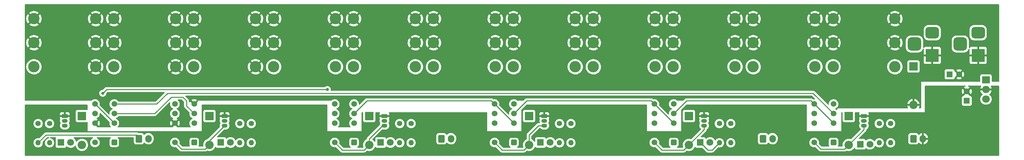
<source format=gbr>
%TF.GenerationSoftware,KiCad,Pcbnew,(6.0.5)*%
%TF.CreationDate,2022-08-04T22:32:12-04:00*%
%TF.ProjectId,effects-switcher,65666665-6374-4732-9d73-776974636865,rev?*%
%TF.SameCoordinates,Original*%
%TF.FileFunction,Copper,L2,Bot*%
%TF.FilePolarity,Positive*%
%FSLAX46Y46*%
G04 Gerber Fmt 4.6, Leading zero omitted, Abs format (unit mm)*
G04 Created by KiCad (PCBNEW (6.0.5)) date 2022-08-04 22:32:12*
%MOMM*%
%LPD*%
G01*
G04 APERTURE LIST*
G04 Aperture macros list*
%AMRoundRect*
0 Rectangle with rounded corners*
0 $1 Rounding radius*
0 $2 $3 $4 $5 $6 $7 $8 $9 X,Y pos of 4 corners*
0 Add a 4 corners polygon primitive as box body*
4,1,4,$2,$3,$4,$5,$6,$7,$8,$9,$2,$3,0*
0 Add four circle primitives for the rounded corners*
1,1,$1+$1,$2,$3*
1,1,$1+$1,$4,$5*
1,1,$1+$1,$6,$7*
1,1,$1+$1,$8,$9*
0 Add four rect primitives between the rounded corners*
20,1,$1+$1,$2,$3,$4,$5,0*
20,1,$1+$1,$4,$5,$6,$7,0*
20,1,$1+$1,$6,$7,$8,$9,0*
20,1,$1+$1,$8,$9,$2,$3,0*%
G04 Aperture macros list end*
%TA.AperFunction,ComponentPad*%
%ADD10R,2.200000X2.200000*%
%TD*%
%TA.AperFunction,ComponentPad*%
%ADD11O,2.200000X2.200000*%
%TD*%
%TA.AperFunction,ComponentPad*%
%ADD12R,1.800000X1.800000*%
%TD*%
%TA.AperFunction,ComponentPad*%
%ADD13C,1.800000*%
%TD*%
%TA.AperFunction,ComponentPad*%
%ADD14C,1.400000*%
%TD*%
%TA.AperFunction,ComponentPad*%
%ADD15O,1.400000X1.400000*%
%TD*%
%TA.AperFunction,ComponentPad*%
%ADD16R,3.500000X3.500000*%
%TD*%
%TA.AperFunction,ComponentPad*%
%ADD17RoundRect,0.750000X-1.000000X0.750000X-1.000000X-0.750000X1.000000X-0.750000X1.000000X0.750000X0*%
%TD*%
%TA.AperFunction,ComponentPad*%
%ADD18RoundRect,0.875000X-0.875000X0.875000X-0.875000X-0.875000X0.875000X-0.875000X0.875000X0.875000X0*%
%TD*%
%TA.AperFunction,ComponentPad*%
%ADD19C,3.000000*%
%TD*%
%TA.AperFunction,ComponentPad*%
%ADD20R,1.500000X1.050000*%
%TD*%
%TA.AperFunction,ComponentPad*%
%ADD21O,1.500000X1.050000*%
%TD*%
%TA.AperFunction,ComponentPad*%
%ADD22RoundRect,0.250500X0.499500X0.499500X-0.499500X0.499500X-0.499500X-0.499500X0.499500X-0.499500X0*%
%TD*%
%TA.AperFunction,ComponentPad*%
%ADD23C,1.500000*%
%TD*%
%TA.AperFunction,ComponentPad*%
%ADD24RoundRect,0.250000X-0.600000X-0.750000X0.600000X-0.750000X0.600000X0.750000X-0.600000X0.750000X0*%
%TD*%
%TA.AperFunction,ComponentPad*%
%ADD25O,1.700000X2.000000*%
%TD*%
%TA.AperFunction,ComponentPad*%
%ADD26R,1.600000X1.600000*%
%TD*%
%TA.AperFunction,ComponentPad*%
%ADD27C,1.600000*%
%TD*%
%TA.AperFunction,ComponentPad*%
%ADD28R,2.000000X1.905000*%
%TD*%
%TA.AperFunction,ComponentPad*%
%ADD29O,2.000000X1.905000*%
%TD*%
%TA.AperFunction,ViaPad*%
%ADD30C,0.800000*%
%TD*%
%TA.AperFunction,Conductor*%
%ADD31C,0.250000*%
%TD*%
G04 APERTURE END LIST*
D10*
%TO.P,D13,1,K*%
%TO.N,+9V*%
X234015000Y-16920000D03*
D11*
%TO.P,D13,2,A*%
%TO.N,GND*%
X234015000Y-27080000D03*
%TD*%
D12*
%TO.P,D9,1,K*%
%TO.N,Net-(D9-Pad1)*%
X178015000Y-37000000D03*
D13*
%TO.P,D9,2,A*%
%TO.N,+5V*%
X180555000Y-37000000D03*
%TD*%
D14*
%TO.P,R1,1*%
%TO.N,Net-(Q1-Pad2)*%
X4015000Y-32000000D03*
D15*
%TO.P,R1,2*%
%TO.N,J12-1*%
X4015000Y-37080000D03*
%TD*%
D16*
%TO.P,JDC1,1*%
%TO.N,GND*%
X238972500Y-14000000D03*
D17*
%TO.P,JDC1,2*%
%TO.N,+9V*%
X238972500Y-8000000D03*
D18*
%TO.P,JDC1,3*%
X234272500Y-11000000D03*
%TD*%
D19*
%TO.P,L2-In,R,R*%
%TO.N,GND*%
X107900000Y-10650000D03*
%TO.P,L2-In,RN,RN*%
X124130000Y-10650000D03*
%TO.P,L2-In,S,S*%
X107900000Y-4300000D03*
%TO.P,L2-In,SN,SN*%
X124130000Y-4300000D03*
%TO.P,L2-In,T,T*%
%TO.N,Net-(L2-In1-PadT)*%
X107900000Y-17000000D03*
%TO.P,L2-In,TN,TN*%
%TO.N,Net-(L2-In1-PadTN)*%
X124130000Y-17000000D03*
%TD*%
%TO.P,In,R,R*%
%TO.N,GND*%
X2900000Y-10650000D03*
%TO.P,In,RN,RN*%
X19130000Y-10650000D03*
%TO.P,In,S,S*%
X2900000Y-4300000D03*
%TO.P,In,SN,SN*%
X19130000Y-4300000D03*
%TO.P,In,T,T*%
%TO.N,In*%
X2900000Y-17000000D03*
%TO.P,In,TN,TN*%
%TO.N,GND*%
X19130000Y-17000000D03*
%TD*%
D10*
%TO.P,D4,1,K*%
%TO.N,+5V*%
X49015000Y-30000000D03*
D11*
%TO.P,D4,2,A*%
%TO.N,Net-(D4-Pad2)*%
X49015000Y-37620000D03*
%TD*%
D20*
%TO.P,Q3,1,E*%
%TO.N,GNDD*%
X95015000Y-30000000D03*
D21*
%TO.P,Q3,2,B*%
%TO.N,Net-(Q3-Pad2)*%
X95015000Y-31270000D03*
%TO.P,Q3,3,C*%
%TO.N,Net-(D6-Pad2)*%
X95015000Y-32540000D03*
%TD*%
D22*
%TO.P,Bypass,1*%
%TO.N,+5V*%
X24015000Y-37000000D03*
D23*
%TO.P,Bypass,3*%
%TO.N,In*%
X24015000Y-31920000D03*
%TO.P,Bypass,4*%
%TO.N,Out*%
X24015000Y-29380000D03*
%TO.P,Bypass,5*%
%TO.N,L-Out*%
X24015000Y-26840000D03*
%TO.P,Bypass,8*%
%TO.N,In*%
X18935000Y-26840000D03*
%TO.P,Bypass,9*%
%TO.N,L-In*%
X18935000Y-29380000D03*
%TO.P,Bypass,10*%
%TO.N,GND*%
X18935000Y-31920000D03*
%TO.P,Bypass,12*%
%TO.N,Net-(Bypass1-Pad12)*%
X18935000Y-37000000D03*
%TD*%
D20*
%TO.P,Q4,1,E*%
%TO.N,GNDD*%
X137015000Y-30000000D03*
D21*
%TO.P,Q4,2,B*%
%TO.N,Net-(Q4-Pad2)*%
X137015000Y-31270000D03*
%TO.P,Q4,3,C*%
%TO.N,Net-(D8-Pad2)*%
X137015000Y-32540000D03*
%TD*%
D24*
%TO.P,J4,1,Pin_1*%
%TO.N,+5V*%
X234000000Y-36000000D03*
D25*
%TO.P,J4,2,Pin_2*%
%TO.N,GNDD*%
X236500000Y-36000000D03*
%TD*%
D14*
%TO.P,R3,1*%
%TO.N,Net-(Q2-Pad2)*%
X60015000Y-32000000D03*
D15*
%TO.P,R3,2*%
%TO.N,J12-2*%
X60015000Y-37080000D03*
%TD*%
D14*
%TO.P,R9,1*%
%TO.N,Net-(Q5-Pad2)*%
X186015000Y-32000000D03*
D15*
%TO.P,R9,2*%
%TO.N,J12-5*%
X186015000Y-37080000D03*
%TD*%
D20*
%TO.P,Q2,1,E*%
%TO.N,GNDD*%
X53015000Y-30000000D03*
D21*
%TO.P,Q2,2,B*%
%TO.N,Net-(Q2-Pad2)*%
X53015000Y-31270000D03*
%TO.P,Q2,3,C*%
%TO.N,Net-(D4-Pad2)*%
X53015000Y-32540000D03*
%TD*%
D22*
%TO.P,Loop3,1*%
%TO.N,+5V*%
X171015000Y-37000000D03*
D23*
%TO.P,Loop3,3*%
%TO.N,Net-(Loop2-Pad4)*%
X171015000Y-31920000D03*
%TO.P,Loop3,4*%
%TO.N,Net-(Loop3-Pad4)*%
X171015000Y-29380000D03*
%TO.P,Loop3,5*%
%TO.N,Net-(L3-Out1-PadT)*%
X171015000Y-26840000D03*
%TO.P,Loop3,8*%
%TO.N,Net-(Loop2-Pad4)*%
X165935000Y-26840000D03*
%TO.P,Loop3,9*%
%TO.N,Net-(L3-In1-PadT)*%
X165935000Y-29380000D03*
%TO.P,Loop3,10*%
%TO.N,unconnected-(Loop3-Pad10)*%
X165935000Y-31920000D03*
%TO.P,Loop3,12*%
%TO.N,Net-(D10-Pad2)*%
X165935000Y-37000000D03*
%TD*%
D14*
%TO.P,R5,1*%
%TO.N,Net-(Q3-Pad2)*%
X102015000Y-32000000D03*
D15*
%TO.P,R5,2*%
%TO.N,J12-3*%
X102015000Y-37080000D03*
%TD*%
D26*
%TO.P,C2,1*%
%TO.N,+5V*%
X248015000Y-26000000D03*
D27*
%TO.P,C2,2*%
%TO.N,GNDD*%
X248015000Y-23500000D03*
%TD*%
D10*
%TO.P,D12,1,K*%
%TO.N,+5V*%
X217015000Y-30000000D03*
D11*
%TO.P,D12,2,A*%
%TO.N,Net-(D12-Pad2)*%
X217015000Y-37620000D03*
%TD*%
D22*
%TO.P,Loop1,1*%
%TO.N,+5V*%
X87015000Y-37000000D03*
D23*
%TO.P,Loop1,3*%
%TO.N,L-In*%
X87015000Y-31920000D03*
%TO.P,Loop1,4*%
%TO.N,Net-(Loop1-Pad4)*%
X87015000Y-29380000D03*
%TO.P,Loop1,5*%
%TO.N,Net-(L1-Out1-PadT)*%
X87015000Y-26840000D03*
%TO.P,Loop1,8*%
%TO.N,L-In*%
X81935000Y-26840000D03*
%TO.P,Loop1,9*%
%TO.N,Net-(L1-In1-PadT)*%
X81935000Y-29380000D03*
%TO.P,Loop1,10*%
%TO.N,unconnected-(Loop1-Pad10)*%
X81935000Y-31920000D03*
%TO.P,Loop1,12*%
%TO.N,Net-(D6-Pad2)*%
X81935000Y-37000000D03*
%TD*%
D14*
%TO.P,R4,1*%
%TO.N,Net-(D4-Pad2)*%
X57015000Y-32000000D03*
D15*
%TO.P,R4,2*%
%TO.N,Net-(D3-Pad1)*%
X57015000Y-37080000D03*
%TD*%
D20*
%TO.P,Q1,1,E*%
%TO.N,GNDD*%
X11015000Y-30000000D03*
D21*
%TO.P,Q1,2,B*%
%TO.N,Net-(Q1-Pad2)*%
X11015000Y-31270000D03*
%TO.P,Q1,3,C*%
%TO.N,Net-(Bypass1-Pad12)*%
X11015000Y-32540000D03*
%TD*%
D14*
%TO.P,R10,1*%
%TO.N,Net-(D10-Pad2)*%
X183015000Y-32000000D03*
D15*
%TO.P,R10,2*%
%TO.N,Net-(D9-Pad1)*%
X183015000Y-37080000D03*
%TD*%
D22*
%TO.P,Loop4,1*%
%TO.N,+5V*%
X213015000Y-37000000D03*
D23*
%TO.P,Loop4,3*%
%TO.N,Net-(Loop3-Pad4)*%
X213015000Y-31920000D03*
%TO.P,Loop4,4*%
%TO.N,L-Out*%
X213015000Y-29380000D03*
%TO.P,Loop4,5*%
%TO.N,Net-(L4-Out1-PadT)*%
X213015000Y-26840000D03*
%TO.P,Loop4,8*%
%TO.N,Net-(Loop3-Pad4)*%
X207935000Y-26840000D03*
%TO.P,Loop4,9*%
%TO.N,Net-(L4-In1-PadT)*%
X207935000Y-29380000D03*
%TO.P,Loop4,10*%
%TO.N,unconnected-(Loop4-Pad10)*%
X207935000Y-31920000D03*
%TO.P,Loop4,12*%
%TO.N,Net-(D12-Pad2)*%
X207935000Y-37000000D03*
%TD*%
D19*
%TO.P,Tuner,R,R*%
%TO.N,GND*%
X44900000Y-10650000D03*
%TO.P,Tuner,RN,RN*%
X61130000Y-10650000D03*
%TO.P,Tuner,S,S*%
X44900000Y-4300000D03*
%TO.P,Tuner,SN,SN*%
X61130000Y-4300000D03*
%TO.P,Tuner,T,T*%
%TO.N,Tuner-In*%
X44900000Y-17000000D03*
%TO.P,Tuner,TN,TN*%
%TO.N,GND*%
X61130000Y-17000000D03*
%TD*%
D22*
%TO.P,Tuner,1*%
%TO.N,+5V*%
X45015000Y-37000000D03*
D23*
%TO.P,Tuner,3*%
%TO.N,unconnected-(Tuner2-Pad3)*%
X45015000Y-31920000D03*
%TO.P,Tuner,4*%
%TO.N,Out*%
X45015000Y-29380000D03*
%TO.P,Tuner,5*%
%TO.N,GND*%
X45015000Y-26840000D03*
%TO.P,Tuner,8*%
%TO.N,In*%
X39935000Y-26840000D03*
%TO.P,Tuner,9*%
%TO.N,Tuner-In*%
X39935000Y-29380000D03*
%TO.P,Tuner,10*%
%TO.N,GND*%
X39935000Y-31920000D03*
%TO.P,Tuner,12*%
%TO.N,Net-(D4-Pad2)*%
X39935000Y-37000000D03*
%TD*%
D20*
%TO.P,Q6,1,E*%
%TO.N,GNDD*%
X221015000Y-30000000D03*
D21*
%TO.P,Q6,2,B*%
%TO.N,Net-(Q6-Pad2)*%
X221015000Y-31270000D03*
%TO.P,Q6,3,C*%
%TO.N,Net-(D12-Pad2)*%
X221015000Y-32540000D03*
%TD*%
D19*
%TO.P,L2-Out,R,R*%
%TO.N,GND*%
X128900000Y-10650000D03*
%TO.P,L2-Out,RN,RN*%
X145130000Y-10650000D03*
%TO.P,L2-Out,S,S*%
X128900000Y-4300000D03*
%TO.P,L2-Out,SN,SN*%
X145130000Y-4300000D03*
%TO.P,L2-Out,T,T*%
%TO.N,Net-(L2-Out1-PadT)*%
X128900000Y-17000000D03*
%TO.P,L2-Out,TN,TN*%
%TO.N,Net-(L2-In1-PadTN)*%
X145130000Y-17000000D03*
%TD*%
%TO.P,L1-In,R,R*%
%TO.N,GND*%
X65900000Y-10650000D03*
%TO.P,L1-In,RN,RN*%
X82130000Y-10650000D03*
%TO.P,L1-In,S,S*%
X65900000Y-4300000D03*
%TO.P,L1-In,SN,SN*%
X82130000Y-4300000D03*
%TO.P,L1-In,T,T*%
%TO.N,Net-(L1-In1-PadT)*%
X65900000Y-17000000D03*
%TO.P,L1-In,TN,TN*%
%TO.N,Net-(L1-In1-PadTN)*%
X82130000Y-17000000D03*
%TD*%
D14*
%TO.P,R8,1*%
%TO.N,Net-(D8-Pad2)*%
X141015000Y-32000000D03*
D15*
%TO.P,R8,2*%
%TO.N,Net-(D7-Pad1)*%
X141015000Y-37080000D03*
%TD*%
D14*
%TO.P,R11,1*%
%TO.N,Net-(Q6-Pad2)*%
X228015000Y-32000000D03*
D15*
%TO.P,R11,2*%
%TO.N,J12-6*%
X228015000Y-37080000D03*
%TD*%
D24*
%TO.P,J56,1,Pin_1*%
%TO.N,J12-5*%
X194500000Y-36000000D03*
D25*
%TO.P,J56,2,Pin_2*%
%TO.N,J12-6*%
X197000000Y-36000000D03*
%TD*%
D19*
%TO.P,L1-Out,R,R*%
%TO.N,GND*%
X86900000Y-10650000D03*
%TO.P,L1-Out,RN,RN*%
X103130000Y-10650000D03*
%TO.P,L1-Out,S,S*%
X86900000Y-4300000D03*
%TO.P,L1-Out,SN,SN*%
X103130000Y-4300000D03*
%TO.P,L1-Out,T,T*%
%TO.N,Net-(L1-Out1-PadT)*%
X86900000Y-17000000D03*
%TO.P,L1-Out,TN,TN*%
%TO.N,Net-(L1-In1-PadTN)*%
X103130000Y-17000000D03*
%TD*%
D10*
%TO.P,D10,1,K*%
%TO.N,+5V*%
X175015000Y-30000000D03*
D11*
%TO.P,D10,2,A*%
%TO.N,Net-(D10-Pad2)*%
X175015000Y-37620000D03*
%TD*%
D19*
%TO.P,L3-Out,R,R*%
%TO.N,GND*%
X170900000Y-10650000D03*
%TO.P,L3-Out,RN,RN*%
X187130000Y-10650000D03*
%TO.P,L3-Out,S,S*%
X170900000Y-4300000D03*
%TO.P,L3-Out,SN,SN*%
X187130000Y-4300000D03*
%TO.P,L3-Out,T,T*%
%TO.N,Net-(L3-Out1-PadT)*%
X170900000Y-17000000D03*
%TO.P,L3-Out,TN,TN*%
%TO.N,Net-(L3-In1-PadTN)*%
X187130000Y-17000000D03*
%TD*%
D10*
%TO.P,D2,1,K*%
%TO.N,+5V*%
X15515000Y-30000000D03*
D11*
%TO.P,D2,2,A*%
%TO.N,Net-(Bypass1-Pad12)*%
X15515000Y-37620000D03*
%TD*%
D19*
%TO.P,L4-In,R,R*%
%TO.N,GND*%
X191900000Y-10650000D03*
%TO.P,L4-In,RN,RN*%
X208130000Y-10650000D03*
%TO.P,L4-In,S,S*%
X191900000Y-4300000D03*
%TO.P,L4-In,SN,SN*%
X208130000Y-4300000D03*
%TO.P,L4-In,T,T*%
%TO.N,Net-(L4-In1-PadT)*%
X191900000Y-17000000D03*
%TO.P,L4-In,TN,TN*%
%TO.N,Net-(L4-In1-PadTN)*%
X208130000Y-17000000D03*
%TD*%
D28*
%TO.P,U1,1,VI*%
%TO.N,+9V*%
X253070000Y-20460000D03*
D29*
%TO.P,U1,2,GND*%
%TO.N,GNDD*%
X253070000Y-23000000D03*
%TO.P,U1,3,VO*%
%TO.N,+5V*%
X253070000Y-25540000D03*
%TD*%
D14*
%TO.P,R7,1*%
%TO.N,Net-(Q4-Pad2)*%
X144015000Y-32000000D03*
D15*
%TO.P,R7,2*%
%TO.N,J12-4*%
X144015000Y-37080000D03*
%TD*%
D19*
%TO.P,L4-Out,R,R*%
%TO.N,GND*%
X212900000Y-10650000D03*
%TO.P,L4-Out,RN,RN*%
X229130000Y-10650000D03*
%TO.P,L4-Out,S,S*%
X212900000Y-4300000D03*
%TO.P,L4-Out,SN,SN*%
X229130000Y-4300000D03*
%TO.P,L4-Out,T,T*%
%TO.N,Net-(L4-Out1-PadT)*%
X212900000Y-17000000D03*
%TO.P,L4-Out,TN,TN*%
%TO.N,Net-(L4-In1-PadTN)*%
X229130000Y-17000000D03*
%TD*%
D12*
%TO.P,D3,1,K*%
%TO.N,Net-(D3-Pad1)*%
X52015000Y-37000000D03*
D13*
%TO.P,D3,2,A*%
%TO.N,+5V*%
X54555000Y-37000000D03*
%TD*%
D24*
%TO.P,J34,1,Pin_1*%
%TO.N,J12-3*%
X110000000Y-36000000D03*
D25*
%TO.P,J34,2,Pin_2*%
%TO.N,J12-4*%
X112500000Y-36000000D03*
%TD*%
D16*
%TO.P,JDC2,1*%
%TO.N,GND*%
X251015000Y-14000000D03*
D17*
%TO.P,JDC2,2*%
%TO.N,+9V*%
X251015000Y-8000000D03*
D18*
%TO.P,JDC2,3*%
X246315000Y-11000000D03*
%TD*%
D26*
%TO.P,C1,1*%
%TO.N,+9V*%
X243515000Y-19000000D03*
D27*
%TO.P,C1,2*%
%TO.N,GND*%
X246015000Y-19000000D03*
%TD*%
D22*
%TO.P,Loop2,1*%
%TO.N,+5V*%
X129015000Y-37000000D03*
D23*
%TO.P,Loop2,3*%
%TO.N,Net-(Loop1-Pad4)*%
X129015000Y-31920000D03*
%TO.P,Loop2,4*%
%TO.N,Net-(Loop2-Pad4)*%
X129015000Y-29380000D03*
%TO.P,Loop2,5*%
%TO.N,Net-(L2-Out1-PadT)*%
X129015000Y-26840000D03*
%TO.P,Loop2,8*%
%TO.N,Net-(Loop1-Pad4)*%
X123935000Y-26840000D03*
%TO.P,Loop2,9*%
%TO.N,Net-(L2-In1-PadT)*%
X123935000Y-29380000D03*
%TO.P,Loop2,10*%
%TO.N,unconnected-(Loop2-Pad10)*%
X123935000Y-31920000D03*
%TO.P,Loop2,12*%
%TO.N,Net-(D8-Pad2)*%
X123935000Y-37000000D03*
%TD*%
D12*
%TO.P,D1,1,K*%
%TO.N,Net-(D1-Pad1)*%
X10015000Y-37000000D03*
D13*
%TO.P,D1,2,A*%
%TO.N,+5V*%
X12555000Y-37000000D03*
%TD*%
D14*
%TO.P,R2,1*%
%TO.N,Net-(Bypass1-Pad12)*%
X7015000Y-32000000D03*
D15*
%TO.P,R2,2*%
%TO.N,Net-(D1-Pad1)*%
X7015000Y-37080000D03*
%TD*%
D19*
%TO.P,L3-In,R,R*%
%TO.N,GND*%
X149900000Y-10650000D03*
%TO.P,L3-In,RN,RN*%
X166130000Y-10650000D03*
%TO.P,L3-In,S,S*%
X149900000Y-4300000D03*
%TO.P,L3-In,SN,SN*%
X166130000Y-4300000D03*
%TO.P,L3-In,T,T*%
%TO.N,Net-(L3-In1-PadT)*%
X149900000Y-17000000D03*
%TO.P,L3-In,TN,TN*%
%TO.N,Net-(L3-In1-PadTN)*%
X166130000Y-17000000D03*
%TD*%
D10*
%TO.P,D8,1,K*%
%TO.N,+5V*%
X133015000Y-30000000D03*
D11*
%TO.P,D8,2,A*%
%TO.N,Net-(D8-Pad2)*%
X133015000Y-37620000D03*
%TD*%
D10*
%TO.P,D6,1,K*%
%TO.N,+5V*%
X91015000Y-30000000D03*
D11*
%TO.P,D6,2,A*%
%TO.N,Net-(D6-Pad2)*%
X91015000Y-37620000D03*
%TD*%
D12*
%TO.P,D7,1,K*%
%TO.N,Net-(D7-Pad1)*%
X136015000Y-37000000D03*
D13*
%TO.P,D7,2,A*%
%TO.N,+5V*%
X138555000Y-37000000D03*
%TD*%
D14*
%TO.P,R6,1*%
%TO.N,Net-(D6-Pad2)*%
X99015000Y-32000000D03*
D15*
%TO.P,R6,2*%
%TO.N,Net-(D5-Pad1)*%
X99015000Y-37080000D03*
%TD*%
D12*
%TO.P,D11,1,K*%
%TO.N,Net-(D11-Pad1)*%
X220015000Y-37460000D03*
D13*
%TO.P,D11,2,A*%
%TO.N,+5V*%
X222555000Y-37460000D03*
%TD*%
D20*
%TO.P,Q5,1,E*%
%TO.N,GNDD*%
X179015000Y-30000000D03*
D21*
%TO.P,Q5,2,B*%
%TO.N,Net-(Q5-Pad2)*%
X179015000Y-31270000D03*
%TO.P,Q5,3,C*%
%TO.N,Net-(D10-Pad2)*%
X179015000Y-32540000D03*
%TD*%
D24*
%TO.P,J12,1,Pin_1*%
%TO.N,J12-1*%
X30500000Y-36000000D03*
D25*
%TO.P,J12,2,Pin_2*%
%TO.N,J12-2*%
X33000000Y-36000000D03*
%TD*%
D19*
%TO.P,Out,R,R*%
%TO.N,GND*%
X23900000Y-10650000D03*
%TO.P,Out,RN,RN*%
X40130000Y-10650000D03*
%TO.P,Out,S,S*%
X23900000Y-4300000D03*
%TO.P,Out,SN,SN*%
X40130000Y-4300000D03*
%TO.P,Out,T,T*%
%TO.N,Out*%
X23900000Y-17000000D03*
%TO.P,Out,TN,TN*%
%TO.N,GND*%
X40130000Y-17000000D03*
%TD*%
D14*
%TO.P,R12,1*%
%TO.N,Net-(D12-Pad2)*%
X225015000Y-32000000D03*
D15*
%TO.P,R12,2*%
%TO.N,Net-(D11-Pad1)*%
X225015000Y-37080000D03*
%TD*%
D12*
%TO.P,D5,1,K*%
%TO.N,Net-(D5-Pad1)*%
X94015000Y-37000000D03*
D13*
%TO.P,D5,2,A*%
%TO.N,+5V*%
X96555000Y-37000000D03*
%TD*%
D30*
%TO.N,L-In*%
X21000000Y-24000000D03*
X80000000Y-23000000D03*
%TD*%
D31*
%TO.N,Net-(D9-Pad1)*%
X178015000Y-37000000D02*
X180015000Y-39000000D01*
X181095000Y-39000000D02*
X183015000Y-37080000D01*
X180015000Y-39000000D02*
X181095000Y-39000000D01*
%TO.N,J12-1*%
X6095000Y-35000000D02*
X4015000Y-37080000D01*
X30500000Y-35500000D02*
X30000000Y-35000000D01*
X30500000Y-36000000D02*
X30500000Y-35500000D01*
X30000000Y-35000000D02*
X6095000Y-35000000D01*
%TO.N,In*%
X18935000Y-26840000D02*
X24015000Y-31920000D01*
%TO.N,Out*%
X43000000Y-27365000D02*
X43000000Y-26000000D01*
X45015000Y-29380000D02*
X43000000Y-27365000D01*
X42000000Y-25000000D02*
X39000000Y-25000000D01*
X39000000Y-25000000D02*
X34620000Y-29380000D01*
X34620000Y-29380000D02*
X24015000Y-29380000D01*
X43000000Y-26000000D02*
X42000000Y-25000000D01*
%TO.N,L-Out*%
X24015000Y-26840000D02*
X35160000Y-26840000D01*
X38000000Y-24000000D02*
X207635000Y-24000000D01*
X35160000Y-26840000D02*
X38000000Y-24000000D01*
X207635000Y-24000000D02*
X213015000Y-29380000D01*
%TO.N,L-In*%
X22000000Y-23000000D02*
X80000000Y-23000000D01*
X21000000Y-24000000D02*
X22000000Y-23000000D01*
%TO.N,Net-(D10-Pad2)*%
X179015000Y-33620000D02*
X175015000Y-37620000D01*
X165935000Y-37000000D02*
X167935000Y-39000000D01*
X167935000Y-39000000D02*
X173635000Y-39000000D01*
X173635000Y-39000000D02*
X175015000Y-37620000D01*
X179015000Y-32540000D02*
X179015000Y-33620000D01*
%TO.N,Net-(D12-Pad2)*%
X215915001Y-38719999D02*
X217015000Y-37620000D01*
X209654999Y-38719999D02*
X215915001Y-38719999D01*
X207935000Y-37000000D02*
X209654999Y-38719999D01*
X221015000Y-32540000D02*
X221015000Y-33620000D01*
X221015000Y-33620000D02*
X217015000Y-37620000D01*
%TO.N,Net-(Loop1-Pad4)*%
X123095000Y-26000000D02*
X123935000Y-26840000D01*
X90395000Y-26000000D02*
X123095000Y-26000000D01*
X123935000Y-26840000D02*
X129015000Y-31920000D01*
X87015000Y-29380000D02*
X90395000Y-26000000D01*
%TO.N,Net-(Loop2-Pad4)*%
X132395000Y-26000000D02*
X165095000Y-26000000D01*
X129015000Y-29380000D02*
X132395000Y-26000000D01*
X165935000Y-26840000D02*
X171015000Y-31920000D01*
X165095000Y-26000000D02*
X165935000Y-26840000D01*
%TO.N,Net-(Loop3-Pad4)*%
X174395000Y-26000000D02*
X207095000Y-26000000D01*
X207095000Y-26000000D02*
X207935000Y-26840000D01*
X171015000Y-29380000D02*
X174395000Y-26000000D01*
X207935000Y-26840000D02*
X213015000Y-31920000D01*
%TO.N,Net-(D4-Pad2)*%
X47915001Y-38719999D02*
X49015000Y-37620000D01*
X39935000Y-37000000D02*
X41654999Y-38719999D01*
X41654999Y-38719999D02*
X47915001Y-38719999D01*
X53015000Y-32540000D02*
X49015000Y-36540000D01*
X49015000Y-36540000D02*
X49015000Y-37620000D01*
%TO.N,Net-(D6-Pad2)*%
X94475000Y-32540000D02*
X91015000Y-36000000D01*
X91015000Y-36000000D02*
X91015000Y-37620000D01*
X81935000Y-37000000D02*
X83935000Y-39000000D01*
X83935000Y-39000000D02*
X89635000Y-39000000D01*
X95015000Y-32540000D02*
X94475000Y-32540000D01*
X89635000Y-39000000D02*
X91015000Y-37620000D01*
%TO.N,Net-(D8-Pad2)*%
X125935000Y-39000000D02*
X131635000Y-39000000D01*
X131635000Y-39000000D02*
X133015000Y-37620000D01*
X123935000Y-37000000D02*
X125935000Y-39000000D01*
X135475000Y-32540000D02*
X133015000Y-35000000D01*
X133015000Y-35000000D02*
X133015000Y-37620000D01*
X137015000Y-32540000D02*
X135475000Y-32540000D01*
%TD*%
%TA.AperFunction,Conductor*%
%TO.N,GND*%
G36*
X20391390Y-29194533D02*
G01*
X20406586Y-29207491D01*
X22746672Y-31547577D01*
X22780698Y-31609889D01*
X22779284Y-31669283D01*
X22774954Y-31685444D01*
X22770885Y-31700629D01*
X22751693Y-31920000D01*
X22770885Y-32139371D01*
X22827880Y-32352076D01*
X22830205Y-32357061D01*
X22918618Y-32546666D01*
X22918621Y-32546671D01*
X22920944Y-32551653D01*
X22924100Y-32556160D01*
X22924101Y-32556162D01*
X22952801Y-32597149D01*
X23047251Y-32732038D01*
X23100118Y-32784905D01*
X23134144Y-32847217D01*
X23129079Y-32918032D01*
X23086532Y-32974868D01*
X23020012Y-32999679D01*
X23011023Y-33000000D01*
X19707979Y-33000000D01*
X19639858Y-32979998D01*
X19618883Y-32963095D01*
X18664884Y-32009095D01*
X18630859Y-31946783D01*
X18632694Y-31921132D01*
X19299408Y-31921132D01*
X19299539Y-31922966D01*
X19303790Y-31929580D01*
X19973391Y-32599180D01*
X19985161Y-32605607D01*
X19997176Y-32596311D01*
X20025466Y-32555907D01*
X20030946Y-32546417D01*
X20119326Y-32356887D01*
X20123072Y-32346595D01*
X20177196Y-32144599D01*
X20179099Y-32133804D01*
X20197326Y-31925475D01*
X20197326Y-31914525D01*
X20179099Y-31706196D01*
X20177196Y-31695401D01*
X20123072Y-31493405D01*
X20119326Y-31483113D01*
X20030946Y-31293583D01*
X20025466Y-31284093D01*
X19996589Y-31242851D01*
X19986113Y-31234477D01*
X19972666Y-31241545D01*
X19307021Y-31907189D01*
X19299408Y-31921132D01*
X18632694Y-31921132D01*
X18635924Y-31875967D01*
X18664885Y-31830905D01*
X18935000Y-31560790D01*
X19614176Y-30881613D01*
X19620606Y-30869838D01*
X19611310Y-30857824D01*
X19570912Y-30829536D01*
X19561416Y-30824053D01*
X19433641Y-30764471D01*
X19380356Y-30717554D01*
X19360895Y-30649276D01*
X19381437Y-30581316D01*
X19433641Y-30536081D01*
X19561667Y-30476382D01*
X19561672Y-30476379D01*
X19566654Y-30474056D01*
X19747038Y-30347749D01*
X19902749Y-30192038D01*
X19990142Y-30067229D01*
X20025899Y-30016162D01*
X20025900Y-30016160D01*
X20029056Y-30011653D01*
X20031379Y-30006671D01*
X20031382Y-30006666D01*
X20090945Y-29878931D01*
X20122120Y-29812076D01*
X20179115Y-29599371D01*
X20198307Y-29380000D01*
X20191970Y-29307567D01*
X20205959Y-29237963D01*
X20255359Y-29186970D01*
X20324485Y-29170780D01*
X20391390Y-29194533D01*
G37*
%TD.AperFunction*%
%TA.AperFunction,Conductor*%
G36*
X41753527Y-25653502D02*
G01*
X41774501Y-25670405D01*
X42329595Y-26225499D01*
X42363621Y-26287811D01*
X42366500Y-26314594D01*
X42366500Y-27286233D01*
X42365973Y-27297416D01*
X42364298Y-27304909D01*
X42364547Y-27312835D01*
X42364547Y-27312836D01*
X42366438Y-27372986D01*
X42366500Y-27376945D01*
X42366500Y-27404856D01*
X42366997Y-27408790D01*
X42366997Y-27408791D01*
X42367005Y-27408856D01*
X42367938Y-27420693D01*
X42369327Y-27464889D01*
X42374560Y-27482901D01*
X42374978Y-27484339D01*
X42378987Y-27503700D01*
X42381526Y-27523797D01*
X42384445Y-27531168D01*
X42384445Y-27531170D01*
X42397804Y-27564912D01*
X42401649Y-27576142D01*
X42413982Y-27618593D01*
X42418015Y-27625412D01*
X42418017Y-27625417D01*
X42424293Y-27636028D01*
X42432988Y-27653776D01*
X42440448Y-27672617D01*
X42445110Y-27679033D01*
X42445110Y-27679034D01*
X42466436Y-27708387D01*
X42472952Y-27718307D01*
X42495458Y-27756362D01*
X42509779Y-27770683D01*
X42522619Y-27785716D01*
X42534528Y-27802107D01*
X42541348Y-27807749D01*
X42568605Y-27830298D01*
X42577384Y-27838288D01*
X43746672Y-29007576D01*
X43780698Y-29069888D01*
X43779284Y-29129281D01*
X43772309Y-29155312D01*
X43772308Y-29155319D01*
X43770885Y-29160629D01*
X43751693Y-29380000D01*
X43770885Y-29599371D01*
X43827880Y-29812076D01*
X43859055Y-29878931D01*
X43918618Y-30006666D01*
X43918621Y-30006671D01*
X43920944Y-30011653D01*
X43924100Y-30016160D01*
X43924101Y-30016162D01*
X43959859Y-30067229D01*
X44047251Y-30192038D01*
X44202962Y-30347749D01*
X44383346Y-30474056D01*
X44388328Y-30476379D01*
X44388333Y-30476382D01*
X44515768Y-30535805D01*
X44569053Y-30582722D01*
X44588514Y-30650999D01*
X44567972Y-30718959D01*
X44515768Y-30764195D01*
X44388334Y-30823618D01*
X44388329Y-30823621D01*
X44383347Y-30825944D01*
X44378840Y-30829100D01*
X44378838Y-30829101D01*
X44207473Y-30949092D01*
X44207470Y-30949094D01*
X44202962Y-30952251D01*
X44047251Y-31107962D01*
X44044094Y-31112470D01*
X44044092Y-31112473D01*
X43952214Y-31243689D01*
X43920944Y-31288347D01*
X43918621Y-31293329D01*
X43918618Y-31293334D01*
X43918502Y-31293583D01*
X43827880Y-31487924D01*
X43770885Y-31700629D01*
X43751693Y-31920000D01*
X43770885Y-32139371D01*
X43827880Y-32352076D01*
X43830205Y-32357061D01*
X43918618Y-32546666D01*
X43918621Y-32546671D01*
X43920944Y-32551653D01*
X43924100Y-32556160D01*
X43924101Y-32556162D01*
X43952801Y-32597149D01*
X44047251Y-32732038D01*
X44100118Y-32784905D01*
X44134144Y-32847217D01*
X44129079Y-32918032D01*
X44086532Y-32974868D01*
X44020012Y-32999679D01*
X44011023Y-33000000D01*
X40707980Y-33000000D01*
X40639859Y-32979998D01*
X40618884Y-32963095D01*
X39947811Y-32292021D01*
X39933868Y-32284408D01*
X39932034Y-32284539D01*
X39925420Y-32288790D01*
X39251116Y-32963095D01*
X39188803Y-32997120D01*
X39162020Y-33000000D01*
X25018977Y-33000000D01*
X24950856Y-32979998D01*
X24904363Y-32926342D01*
X24894259Y-32856068D01*
X24923753Y-32791488D01*
X24929882Y-32784905D01*
X24982749Y-32732038D01*
X25077200Y-32597149D01*
X25105899Y-32556162D01*
X25105900Y-32556160D01*
X25109056Y-32551653D01*
X25111379Y-32546671D01*
X25111382Y-32546666D01*
X25199795Y-32357061D01*
X25202120Y-32352076D01*
X25259115Y-32139371D01*
X25277828Y-31925475D01*
X38672674Y-31925475D01*
X38690901Y-32133804D01*
X38692804Y-32144599D01*
X38746928Y-32346595D01*
X38750674Y-32356887D01*
X38839054Y-32546417D01*
X38844534Y-32555907D01*
X38873411Y-32597149D01*
X38883887Y-32605523D01*
X38897334Y-32598455D01*
X39562979Y-31932811D01*
X39569356Y-31921132D01*
X40299408Y-31921132D01*
X40299539Y-31922966D01*
X40303790Y-31929580D01*
X40973391Y-32599180D01*
X40985161Y-32605607D01*
X40997176Y-32596311D01*
X41025466Y-32555907D01*
X41030946Y-32546417D01*
X41119326Y-32356887D01*
X41123072Y-32346595D01*
X41177196Y-32144599D01*
X41179099Y-32133804D01*
X41197326Y-31925475D01*
X41197326Y-31914525D01*
X41179099Y-31706196D01*
X41177196Y-31695401D01*
X41123072Y-31493405D01*
X41119326Y-31483113D01*
X41030946Y-31293583D01*
X41025466Y-31284093D01*
X40996589Y-31242851D01*
X40986113Y-31234477D01*
X40972666Y-31241545D01*
X40307021Y-31907189D01*
X40299408Y-31921132D01*
X39569356Y-31921132D01*
X39570592Y-31918868D01*
X39570461Y-31917034D01*
X39566210Y-31910420D01*
X38896609Y-31240820D01*
X38884839Y-31234393D01*
X38872824Y-31243689D01*
X38844534Y-31284093D01*
X38839054Y-31293583D01*
X38750674Y-31483113D01*
X38746928Y-31493405D01*
X38692804Y-31695401D01*
X38690901Y-31706196D01*
X38672674Y-31914525D01*
X38672674Y-31925475D01*
X25277828Y-31925475D01*
X25278307Y-31920000D01*
X25259115Y-31700629D01*
X25202120Y-31487924D01*
X25111498Y-31293583D01*
X25111382Y-31293334D01*
X25111379Y-31293329D01*
X25109056Y-31288347D01*
X25077786Y-31243689D01*
X24985908Y-31112473D01*
X24985906Y-31112470D01*
X24982749Y-31107962D01*
X24827038Y-30952251D01*
X24766614Y-30909941D01*
X24709342Y-30869839D01*
X24646654Y-30825944D01*
X24641672Y-30823621D01*
X24641667Y-30823618D01*
X24514232Y-30764195D01*
X24460947Y-30717278D01*
X24441486Y-30649001D01*
X24462028Y-30581041D01*
X24514232Y-30535805D01*
X24641667Y-30476382D01*
X24641672Y-30476379D01*
X24646654Y-30474056D01*
X24827038Y-30347749D01*
X24982749Y-30192038D01*
X25070142Y-30067228D01*
X25125598Y-30022901D01*
X25173354Y-30013500D01*
X34541233Y-30013500D01*
X34552416Y-30014027D01*
X34559909Y-30015702D01*
X34567835Y-30015453D01*
X34567836Y-30015453D01*
X34627986Y-30013562D01*
X34631945Y-30013500D01*
X34659856Y-30013500D01*
X34663791Y-30013003D01*
X34663856Y-30012995D01*
X34675693Y-30012062D01*
X34707951Y-30011048D01*
X34711970Y-30010922D01*
X34719889Y-30010673D01*
X34739343Y-30005021D01*
X34758700Y-30001013D01*
X34770930Y-29999468D01*
X34770931Y-29999468D01*
X34778797Y-29998474D01*
X34786168Y-29995555D01*
X34786170Y-29995555D01*
X34819912Y-29982196D01*
X34831142Y-29978351D01*
X34865983Y-29968229D01*
X34865984Y-29968229D01*
X34873593Y-29966018D01*
X34880412Y-29961985D01*
X34880417Y-29961983D01*
X34891028Y-29955707D01*
X34908776Y-29947012D01*
X34927617Y-29939552D01*
X34963387Y-29913564D01*
X34973307Y-29907048D01*
X35004535Y-29888580D01*
X35004538Y-29888578D01*
X35011362Y-29884542D01*
X35025683Y-29870221D01*
X35040717Y-29857380D01*
X35050694Y-29850131D01*
X35057107Y-29845472D01*
X35085298Y-29811395D01*
X35093288Y-29802616D01*
X38510501Y-26385403D01*
X38572813Y-26351377D01*
X38643628Y-26356442D01*
X38700464Y-26398989D01*
X38725275Y-26465509D01*
X38721302Y-26507110D01*
X38692310Y-26615308D01*
X38692309Y-26615317D01*
X38690885Y-26620629D01*
X38671693Y-26840000D01*
X38690885Y-27059371D01*
X38747880Y-27272076D01*
X38763453Y-27305472D01*
X38838618Y-27466666D01*
X38838621Y-27466671D01*
X38840944Y-27471653D01*
X38844100Y-27476160D01*
X38844101Y-27476162D01*
X38956041Y-27636028D01*
X38967251Y-27652038D01*
X39122962Y-27807749D01*
X39303346Y-27934056D01*
X39308328Y-27936379D01*
X39308333Y-27936382D01*
X39435768Y-27995805D01*
X39489053Y-28042722D01*
X39508514Y-28110999D01*
X39487972Y-28178959D01*
X39435768Y-28224195D01*
X39308334Y-28283618D01*
X39308329Y-28283621D01*
X39303347Y-28285944D01*
X39298840Y-28289100D01*
X39298838Y-28289101D01*
X39127473Y-28409092D01*
X39127470Y-28409094D01*
X39122962Y-28412251D01*
X38967251Y-28567962D01*
X38964094Y-28572470D01*
X38964092Y-28572473D01*
X38868078Y-28709595D01*
X38840944Y-28748347D01*
X38838621Y-28753329D01*
X38838618Y-28753334D01*
X38821668Y-28789684D01*
X38747880Y-28947924D01*
X38690885Y-29160629D01*
X38671693Y-29380000D01*
X38690885Y-29599371D01*
X38747880Y-29812076D01*
X38779055Y-29878931D01*
X38838618Y-30006666D01*
X38838621Y-30006671D01*
X38840944Y-30011653D01*
X38844100Y-30016160D01*
X38844101Y-30016162D01*
X38879859Y-30067229D01*
X38967251Y-30192038D01*
X39122962Y-30347749D01*
X39303346Y-30474056D01*
X39308328Y-30476379D01*
X39308333Y-30476382D01*
X39436359Y-30536081D01*
X39489644Y-30582998D01*
X39509105Y-30651276D01*
X39488563Y-30719236D01*
X39436359Y-30764471D01*
X39308583Y-30824054D01*
X39299093Y-30829534D01*
X39257851Y-30858411D01*
X39249477Y-30868887D01*
X39256545Y-30882334D01*
X39922189Y-31547979D01*
X39936132Y-31555592D01*
X39937966Y-31555461D01*
X39944580Y-31551210D01*
X40614180Y-30881609D01*
X40620607Y-30869839D01*
X40611313Y-30857825D01*
X40570912Y-30829536D01*
X40561416Y-30824053D01*
X40433641Y-30764471D01*
X40380356Y-30717554D01*
X40360895Y-30649276D01*
X40381437Y-30581316D01*
X40433641Y-30536081D01*
X40561667Y-30476382D01*
X40561672Y-30476379D01*
X40566654Y-30474056D01*
X40747038Y-30347749D01*
X40902749Y-30192038D01*
X40990142Y-30067229D01*
X41025899Y-30016162D01*
X41025900Y-30016160D01*
X41029056Y-30011653D01*
X41031379Y-30006671D01*
X41031382Y-30006666D01*
X41090945Y-29878931D01*
X41122120Y-29812076D01*
X41179115Y-29599371D01*
X41198307Y-29380000D01*
X41179115Y-29160629D01*
X41122120Y-28947924D01*
X41048332Y-28789684D01*
X41031382Y-28753334D01*
X41031379Y-28753329D01*
X41029056Y-28748347D01*
X41001922Y-28709595D01*
X40905908Y-28572473D01*
X40905906Y-28572470D01*
X40902749Y-28567962D01*
X40747038Y-28412251D01*
X40686614Y-28369941D01*
X40589327Y-28301820D01*
X40566654Y-28285944D01*
X40561672Y-28283621D01*
X40561667Y-28283618D01*
X40434232Y-28224195D01*
X40380947Y-28177278D01*
X40361486Y-28109001D01*
X40382028Y-28041041D01*
X40434232Y-27995805D01*
X40561667Y-27936382D01*
X40561672Y-27936379D01*
X40566654Y-27934056D01*
X40747038Y-27807749D01*
X40902749Y-27652038D01*
X40913960Y-27636028D01*
X41025899Y-27476162D01*
X41025900Y-27476160D01*
X41029056Y-27471653D01*
X41031379Y-27466671D01*
X41031382Y-27466666D01*
X41106547Y-27305472D01*
X41122120Y-27272076D01*
X41179115Y-27059371D01*
X41198307Y-26840000D01*
X41179115Y-26620629D01*
X41122120Y-26407924D01*
X41052026Y-26257606D01*
X41031382Y-26213334D01*
X41031379Y-26213329D01*
X41029056Y-26208347D01*
X40991278Y-26154394D01*
X40905908Y-26032473D01*
X40905906Y-26032470D01*
X40902749Y-26027962D01*
X40747038Y-25872251D01*
X40742527Y-25869092D01*
X40742525Y-25869090D01*
X40733418Y-25862714D01*
X40689088Y-25807257D01*
X40681778Y-25736638D01*
X40713809Y-25673277D01*
X40775010Y-25637292D01*
X40805687Y-25633500D01*
X41685406Y-25633500D01*
X41753527Y-25653502D01*
G37*
%TD.AperFunction*%
%TA.AperFunction,Conductor*%
G36*
X207388527Y-24653502D02*
G01*
X207409497Y-24670401D01*
X208107511Y-25368416D01*
X208141535Y-25430726D01*
X208136470Y-25501542D01*
X208093923Y-25558377D01*
X208027403Y-25583188D01*
X208007434Y-25583030D01*
X207935000Y-25576693D01*
X207715629Y-25595885D01*
X207710314Y-25597309D01*
X207710309Y-25597310D01*
X207685698Y-25603904D01*
X207614722Y-25602214D01*
X207566836Y-25574047D01*
X207537349Y-25546357D01*
X207534507Y-25543602D01*
X207514770Y-25523865D01*
X207511573Y-25521385D01*
X207502551Y-25513680D01*
X207489122Y-25501069D01*
X207470321Y-25483414D01*
X207463375Y-25479595D01*
X207463372Y-25479593D01*
X207452566Y-25473652D01*
X207436047Y-25462801D01*
X207435583Y-25462441D01*
X207420041Y-25450386D01*
X207412772Y-25447241D01*
X207412768Y-25447238D01*
X207379463Y-25432826D01*
X207368813Y-25427609D01*
X207330060Y-25406305D01*
X207310437Y-25401267D01*
X207291734Y-25394863D01*
X207280420Y-25389967D01*
X207280419Y-25389967D01*
X207273145Y-25386819D01*
X207265322Y-25385580D01*
X207265312Y-25385577D01*
X207229476Y-25379901D01*
X207217856Y-25377495D01*
X207182711Y-25368472D01*
X207182710Y-25368472D01*
X207175030Y-25366500D01*
X207154776Y-25366500D01*
X207135065Y-25364949D01*
X207122886Y-25363020D01*
X207115057Y-25361780D01*
X207085786Y-25364547D01*
X207071039Y-25365941D01*
X207059181Y-25366500D01*
X174473767Y-25366500D01*
X174462584Y-25365973D01*
X174455091Y-25364298D01*
X174447165Y-25364547D01*
X174447164Y-25364547D01*
X174387001Y-25366438D01*
X174383043Y-25366500D01*
X174355144Y-25366500D01*
X174351154Y-25367004D01*
X174339320Y-25367936D01*
X174295111Y-25369326D01*
X174287497Y-25371538D01*
X174287492Y-25371539D01*
X174275659Y-25374977D01*
X174256296Y-25378988D01*
X174236203Y-25381526D01*
X174228836Y-25384443D01*
X174228831Y-25384444D01*
X174195092Y-25397802D01*
X174183865Y-25401646D01*
X174176561Y-25403768D01*
X174141407Y-25413982D01*
X174134581Y-25418019D01*
X174123972Y-25424293D01*
X174106224Y-25432988D01*
X174087383Y-25440448D01*
X174080967Y-25445110D01*
X174080966Y-25445110D01*
X174051613Y-25466436D01*
X174041693Y-25472952D01*
X174010465Y-25491420D01*
X174010462Y-25491422D01*
X174003638Y-25495458D01*
X173989317Y-25509779D01*
X173974284Y-25522619D01*
X173957893Y-25534528D01*
X173949381Y-25544817D01*
X173929702Y-25568605D01*
X173921712Y-25577384D01*
X173536001Y-25963095D01*
X173473689Y-25997121D01*
X173446906Y-26000000D01*
X172015000Y-26000000D01*
X172015000Y-25996717D01*
X171973298Y-25996717D01*
X171919703Y-25964916D01*
X171827038Y-25872251D01*
X171811389Y-25861293D01*
X171747759Y-25816739D01*
X171646654Y-25745944D01*
X171447076Y-25652880D01*
X171234371Y-25595885D01*
X171015000Y-25576693D01*
X170795629Y-25595885D01*
X170582924Y-25652880D01*
X170498209Y-25692383D01*
X170388334Y-25743618D01*
X170388329Y-25743621D01*
X170383347Y-25745944D01*
X170378840Y-25749100D01*
X170378838Y-25749101D01*
X170207473Y-25869092D01*
X170207470Y-25869094D01*
X170202962Y-25872251D01*
X170047251Y-26027962D01*
X170044094Y-26032470D01*
X170044092Y-26032473D01*
X169958722Y-26154394D01*
X169920944Y-26208347D01*
X169918621Y-26213329D01*
X169918618Y-26213334D01*
X169897974Y-26257606D01*
X169827880Y-26407924D01*
X169770885Y-26620629D01*
X169751693Y-26840000D01*
X169770885Y-27059371D01*
X169827880Y-27272076D01*
X169843453Y-27305472D01*
X169918618Y-27466666D01*
X169918621Y-27466671D01*
X169920944Y-27471653D01*
X169924100Y-27476160D01*
X169924101Y-27476162D01*
X170036041Y-27636028D01*
X170047251Y-27652038D01*
X170202962Y-27807749D01*
X170383346Y-27934056D01*
X170388328Y-27936379D01*
X170388333Y-27936382D01*
X170515768Y-27995805D01*
X170569053Y-28042722D01*
X170588514Y-28110999D01*
X170567972Y-28178959D01*
X170515768Y-28224195D01*
X170388334Y-28283618D01*
X170388329Y-28283621D01*
X170383347Y-28285944D01*
X170378840Y-28289100D01*
X170378838Y-28289101D01*
X170207473Y-28409092D01*
X170207470Y-28409094D01*
X170202962Y-28412251D01*
X170047251Y-28567962D01*
X170044094Y-28572470D01*
X170044092Y-28572473D01*
X169948078Y-28709595D01*
X169920944Y-28748347D01*
X169918621Y-28753329D01*
X169918618Y-28753334D01*
X169901668Y-28789684D01*
X169827880Y-28947924D01*
X169770885Y-29160629D01*
X169751693Y-29380000D01*
X169752172Y-29385474D01*
X169758030Y-29452432D01*
X169744041Y-29522037D01*
X169694641Y-29573030D01*
X169625515Y-29589220D01*
X169558610Y-29565467D01*
X169543414Y-29552509D01*
X167203328Y-27212423D01*
X167169302Y-27150111D01*
X167170716Y-27090717D01*
X167177691Y-27064685D01*
X167177692Y-27064681D01*
X167179115Y-27059371D01*
X167198307Y-26840000D01*
X167179115Y-26620629D01*
X167122120Y-26407924D01*
X167052026Y-26257606D01*
X167031382Y-26213334D01*
X167031379Y-26213329D01*
X167029056Y-26208347D01*
X166991278Y-26154394D01*
X166905908Y-26032473D01*
X166905906Y-26032470D01*
X166902749Y-26027962D01*
X166747038Y-25872251D01*
X166731389Y-25861293D01*
X166667759Y-25816739D01*
X166566654Y-25745944D01*
X166367076Y-25652880D01*
X166154371Y-25595885D01*
X165935000Y-25576693D01*
X165715629Y-25595885D01*
X165710314Y-25597309D01*
X165710309Y-25597310D01*
X165685698Y-25603904D01*
X165614722Y-25602214D01*
X165566836Y-25574047D01*
X165537349Y-25546357D01*
X165534507Y-25543602D01*
X165514770Y-25523865D01*
X165511573Y-25521385D01*
X165502551Y-25513680D01*
X165489122Y-25501069D01*
X165470321Y-25483414D01*
X165463375Y-25479595D01*
X165463372Y-25479593D01*
X165452566Y-25473652D01*
X165436047Y-25462801D01*
X165435583Y-25462441D01*
X165420041Y-25450386D01*
X165412772Y-25447241D01*
X165412768Y-25447238D01*
X165379463Y-25432826D01*
X165368813Y-25427609D01*
X165330060Y-25406305D01*
X165310437Y-25401267D01*
X165291734Y-25394863D01*
X165280420Y-25389967D01*
X165280419Y-25389967D01*
X165273145Y-25386819D01*
X165265322Y-25385580D01*
X165265312Y-25385577D01*
X165229476Y-25379901D01*
X165217856Y-25377495D01*
X165182711Y-25368472D01*
X165182710Y-25368472D01*
X165175030Y-25366500D01*
X165154776Y-25366500D01*
X165135065Y-25364949D01*
X165122886Y-25363020D01*
X165115057Y-25361780D01*
X165085786Y-25364547D01*
X165071039Y-25365941D01*
X165059181Y-25366500D01*
X132473767Y-25366500D01*
X132462584Y-25365973D01*
X132455091Y-25364298D01*
X132447165Y-25364547D01*
X132447164Y-25364547D01*
X132387001Y-25366438D01*
X132383043Y-25366500D01*
X132355144Y-25366500D01*
X132351154Y-25367004D01*
X132339320Y-25367936D01*
X132295111Y-25369326D01*
X132287497Y-25371538D01*
X132287492Y-25371539D01*
X132275659Y-25374977D01*
X132256296Y-25378988D01*
X132236203Y-25381526D01*
X132228836Y-25384443D01*
X132228831Y-25384444D01*
X132195092Y-25397802D01*
X132183865Y-25401646D01*
X132176561Y-25403768D01*
X132141407Y-25413982D01*
X132134581Y-25418019D01*
X132123972Y-25424293D01*
X132106224Y-25432988D01*
X132087383Y-25440448D01*
X132080967Y-25445110D01*
X132080966Y-25445110D01*
X132051613Y-25466436D01*
X132041693Y-25472952D01*
X132010465Y-25491420D01*
X132010462Y-25491422D01*
X132003638Y-25495458D01*
X131989317Y-25509779D01*
X131974284Y-25522619D01*
X131957893Y-25534528D01*
X131949381Y-25544817D01*
X131929702Y-25568605D01*
X131921712Y-25577384D01*
X131536001Y-25963095D01*
X131473689Y-25997121D01*
X131446906Y-26000000D01*
X130015000Y-26000000D01*
X130015000Y-25996717D01*
X129973298Y-25996717D01*
X129919703Y-25964916D01*
X129827038Y-25872251D01*
X129811389Y-25861293D01*
X129747759Y-25816739D01*
X129646654Y-25745944D01*
X129447076Y-25652880D01*
X129234371Y-25595885D01*
X129015000Y-25576693D01*
X128795629Y-25595885D01*
X128582924Y-25652880D01*
X128498209Y-25692383D01*
X128388334Y-25743618D01*
X128388329Y-25743621D01*
X128383347Y-25745944D01*
X128378840Y-25749100D01*
X128378838Y-25749101D01*
X128207473Y-25869092D01*
X128207470Y-25869094D01*
X128202962Y-25872251D01*
X128047251Y-26027962D01*
X128044094Y-26032470D01*
X128044092Y-26032473D01*
X127958722Y-26154394D01*
X127920944Y-26208347D01*
X127918621Y-26213329D01*
X127918618Y-26213334D01*
X127897974Y-26257606D01*
X127827880Y-26407924D01*
X127770885Y-26620629D01*
X127751693Y-26840000D01*
X127770885Y-27059371D01*
X127827880Y-27272076D01*
X127843453Y-27305472D01*
X127918618Y-27466666D01*
X127918621Y-27466671D01*
X127920944Y-27471653D01*
X127924100Y-27476160D01*
X127924101Y-27476162D01*
X128036041Y-27636028D01*
X128047251Y-27652038D01*
X128202962Y-27807749D01*
X128383346Y-27934056D01*
X128388328Y-27936379D01*
X128388333Y-27936382D01*
X128515768Y-27995805D01*
X128569053Y-28042722D01*
X128588514Y-28110999D01*
X128567972Y-28178959D01*
X128515768Y-28224195D01*
X128388334Y-28283618D01*
X128388329Y-28283621D01*
X128383347Y-28285944D01*
X128378840Y-28289100D01*
X128378838Y-28289101D01*
X128207473Y-28409092D01*
X128207470Y-28409094D01*
X128202962Y-28412251D01*
X128047251Y-28567962D01*
X128044094Y-28572470D01*
X128044092Y-28572473D01*
X127948078Y-28709595D01*
X127920944Y-28748347D01*
X127918621Y-28753329D01*
X127918618Y-28753334D01*
X127901668Y-28789684D01*
X127827880Y-28947924D01*
X127770885Y-29160629D01*
X127751693Y-29380000D01*
X127752172Y-29385474D01*
X127758030Y-29452432D01*
X127744041Y-29522037D01*
X127694641Y-29573030D01*
X127625515Y-29589220D01*
X127558610Y-29565467D01*
X127543414Y-29552509D01*
X125203328Y-27212423D01*
X125169302Y-27150111D01*
X125170716Y-27090717D01*
X125177691Y-27064685D01*
X125177692Y-27064681D01*
X125179115Y-27059371D01*
X125198307Y-26840000D01*
X125179115Y-26620629D01*
X125122120Y-26407924D01*
X125052026Y-26257606D01*
X125031382Y-26213334D01*
X125031379Y-26213329D01*
X125029056Y-26208347D01*
X124991278Y-26154394D01*
X124905908Y-26032473D01*
X124905906Y-26032470D01*
X124902749Y-26027962D01*
X124747038Y-25872251D01*
X124731389Y-25861293D01*
X124667759Y-25816739D01*
X124566654Y-25745944D01*
X124367076Y-25652880D01*
X124154371Y-25595885D01*
X123935000Y-25576693D01*
X123715629Y-25595885D01*
X123710314Y-25597309D01*
X123710309Y-25597310D01*
X123685698Y-25603904D01*
X123614722Y-25602214D01*
X123566836Y-25574047D01*
X123537349Y-25546357D01*
X123534507Y-25543602D01*
X123514770Y-25523865D01*
X123511573Y-25521385D01*
X123502551Y-25513680D01*
X123489122Y-25501069D01*
X123470321Y-25483414D01*
X123463375Y-25479595D01*
X123463372Y-25479593D01*
X123452566Y-25473652D01*
X123436047Y-25462801D01*
X123435583Y-25462441D01*
X123420041Y-25450386D01*
X123412772Y-25447241D01*
X123412768Y-25447238D01*
X123379463Y-25432826D01*
X123368813Y-25427609D01*
X123330060Y-25406305D01*
X123310437Y-25401267D01*
X123291734Y-25394863D01*
X123280420Y-25389967D01*
X123280419Y-25389967D01*
X123273145Y-25386819D01*
X123265322Y-25385580D01*
X123265312Y-25385577D01*
X123229476Y-25379901D01*
X123217856Y-25377495D01*
X123182711Y-25368472D01*
X123182710Y-25368472D01*
X123175030Y-25366500D01*
X123154776Y-25366500D01*
X123135065Y-25364949D01*
X123122886Y-25363020D01*
X123115057Y-25361780D01*
X123085786Y-25364547D01*
X123071039Y-25365941D01*
X123059181Y-25366500D01*
X90473767Y-25366500D01*
X90462584Y-25365973D01*
X90455091Y-25364298D01*
X90447165Y-25364547D01*
X90447164Y-25364547D01*
X90387001Y-25366438D01*
X90383043Y-25366500D01*
X90355144Y-25366500D01*
X90351154Y-25367004D01*
X90339320Y-25367936D01*
X90295111Y-25369326D01*
X90287497Y-25371538D01*
X90287492Y-25371539D01*
X90275659Y-25374977D01*
X90256296Y-25378988D01*
X90236203Y-25381526D01*
X90228836Y-25384443D01*
X90228831Y-25384444D01*
X90195092Y-25397802D01*
X90183865Y-25401646D01*
X90176561Y-25403768D01*
X90141407Y-25413982D01*
X90134581Y-25418019D01*
X90123972Y-25424293D01*
X90106224Y-25432988D01*
X90087383Y-25440448D01*
X90080967Y-25445110D01*
X90080966Y-25445110D01*
X90051613Y-25466436D01*
X90041693Y-25472952D01*
X90010465Y-25491420D01*
X90010462Y-25491422D01*
X90003638Y-25495458D01*
X89989317Y-25509779D01*
X89974284Y-25522619D01*
X89957893Y-25534528D01*
X89949381Y-25544817D01*
X89929702Y-25568605D01*
X89921712Y-25577384D01*
X88486586Y-27012509D01*
X88424274Y-27046535D01*
X88353458Y-27041470D01*
X88296623Y-26998923D01*
X88271812Y-26932403D01*
X88271970Y-26912432D01*
X88277828Y-26845474D01*
X88278307Y-26840000D01*
X88259115Y-26620629D01*
X88202120Y-26407924D01*
X88132026Y-26257606D01*
X88111382Y-26213334D01*
X88111379Y-26213329D01*
X88109056Y-26208347D01*
X88071278Y-26154394D01*
X87985908Y-26032473D01*
X87985906Y-26032470D01*
X87982749Y-26027962D01*
X87827038Y-25872251D01*
X87811389Y-25861293D01*
X87747759Y-25816739D01*
X87646654Y-25745944D01*
X87447076Y-25652880D01*
X87234371Y-25595885D01*
X87015000Y-25576693D01*
X86795629Y-25595885D01*
X86582924Y-25652880D01*
X86498209Y-25692383D01*
X86388334Y-25743618D01*
X86388329Y-25743621D01*
X86383347Y-25745944D01*
X86378840Y-25749100D01*
X86378838Y-25749101D01*
X86207473Y-25869092D01*
X86207470Y-25869094D01*
X86202962Y-25872251D01*
X86047251Y-26027962D01*
X86044094Y-26032470D01*
X86044092Y-26032473D01*
X85958722Y-26154394D01*
X85920944Y-26208347D01*
X85918621Y-26213329D01*
X85918618Y-26213334D01*
X85897974Y-26257606D01*
X85827880Y-26407924D01*
X85770885Y-26620629D01*
X85751693Y-26840000D01*
X85770885Y-27059371D01*
X85827880Y-27272076D01*
X85843453Y-27305472D01*
X85918618Y-27466666D01*
X85918621Y-27466671D01*
X85920944Y-27471653D01*
X85924100Y-27476160D01*
X85924101Y-27476162D01*
X86036041Y-27636028D01*
X86047251Y-27652038D01*
X86202962Y-27807749D01*
X86383346Y-27934056D01*
X86388328Y-27936379D01*
X86388333Y-27936382D01*
X86515768Y-27995805D01*
X86569053Y-28042722D01*
X86588514Y-28110999D01*
X86567972Y-28178959D01*
X86515768Y-28224195D01*
X86388334Y-28283618D01*
X86388329Y-28283621D01*
X86383347Y-28285944D01*
X86378840Y-28289100D01*
X86378838Y-28289101D01*
X86207473Y-28409092D01*
X86207470Y-28409094D01*
X86202962Y-28412251D01*
X86047251Y-28567962D01*
X86044094Y-28572470D01*
X86044092Y-28572473D01*
X85948078Y-28709595D01*
X85920944Y-28748347D01*
X85918621Y-28753329D01*
X85918618Y-28753334D01*
X85901668Y-28789684D01*
X85827880Y-28947924D01*
X85770885Y-29160629D01*
X85751693Y-29380000D01*
X85770885Y-29599371D01*
X85827880Y-29812076D01*
X85859055Y-29878931D01*
X85918618Y-30006666D01*
X85918621Y-30006671D01*
X85920944Y-30011653D01*
X85924100Y-30016160D01*
X85924101Y-30016162D01*
X85959859Y-30067229D01*
X86047251Y-30192038D01*
X86202962Y-30347749D01*
X86383346Y-30474056D01*
X86388328Y-30476379D01*
X86388333Y-30476382D01*
X86515768Y-30535805D01*
X86569053Y-30582722D01*
X86588514Y-30650999D01*
X86567972Y-30718959D01*
X86515768Y-30764195D01*
X86388334Y-30823618D01*
X86388329Y-30823621D01*
X86383347Y-30825944D01*
X86378840Y-30829100D01*
X86378838Y-30829101D01*
X86207473Y-30949092D01*
X86207470Y-30949094D01*
X86202962Y-30952251D01*
X86047251Y-31107962D01*
X86044094Y-31112470D01*
X86044092Y-31112473D01*
X85952214Y-31243689D01*
X85920944Y-31288347D01*
X85918621Y-31293329D01*
X85918618Y-31293334D01*
X85918502Y-31293583D01*
X85827880Y-31487924D01*
X85770885Y-31700629D01*
X85751693Y-31920000D01*
X85770885Y-32139371D01*
X85827880Y-32352076D01*
X85830205Y-32357061D01*
X85918618Y-32546666D01*
X85918621Y-32546671D01*
X85920944Y-32551653D01*
X85924100Y-32556160D01*
X85924101Y-32556162D01*
X85952801Y-32597149D01*
X86047251Y-32732038D01*
X86100118Y-32784905D01*
X86134144Y-32847217D01*
X86129079Y-32918032D01*
X86086532Y-32974868D01*
X86020012Y-32999679D01*
X86011023Y-33000000D01*
X82938977Y-33000000D01*
X82870856Y-32979998D01*
X82824363Y-32926342D01*
X82814259Y-32856068D01*
X82843753Y-32791488D01*
X82849882Y-32784905D01*
X82902749Y-32732038D01*
X82997200Y-32597149D01*
X83025899Y-32556162D01*
X83025900Y-32556160D01*
X83029056Y-32551653D01*
X83031379Y-32546671D01*
X83031382Y-32546666D01*
X83119795Y-32357061D01*
X83122120Y-32352076D01*
X83179115Y-32139371D01*
X83198307Y-31920000D01*
X83179115Y-31700629D01*
X83122120Y-31487924D01*
X83031498Y-31293583D01*
X83031382Y-31293334D01*
X83031379Y-31293329D01*
X83029056Y-31288347D01*
X82997786Y-31243689D01*
X82905908Y-31112473D01*
X82905906Y-31112470D01*
X82902749Y-31107962D01*
X82747038Y-30952251D01*
X82686614Y-30909941D01*
X82629342Y-30869839D01*
X82566654Y-30825944D01*
X82561672Y-30823621D01*
X82561667Y-30823618D01*
X82434232Y-30764195D01*
X82380947Y-30717278D01*
X82361486Y-30649001D01*
X82382028Y-30581041D01*
X82434232Y-30535805D01*
X82561667Y-30476382D01*
X82561672Y-30476379D01*
X82566654Y-30474056D01*
X82747038Y-30347749D01*
X82902749Y-30192038D01*
X82990142Y-30067229D01*
X83025899Y-30016162D01*
X83025900Y-30016160D01*
X83029056Y-30011653D01*
X83031379Y-30006671D01*
X83031382Y-30006666D01*
X83090945Y-29878931D01*
X83122120Y-29812076D01*
X83179115Y-29599371D01*
X83198307Y-29380000D01*
X83179115Y-29160629D01*
X83122120Y-28947924D01*
X83048332Y-28789684D01*
X83031382Y-28753334D01*
X83031379Y-28753329D01*
X83029056Y-28748347D01*
X83001922Y-28709595D01*
X82905908Y-28572473D01*
X82905906Y-28572470D01*
X82902749Y-28567962D01*
X82747038Y-28412251D01*
X82686614Y-28369941D01*
X82589327Y-28301820D01*
X82566654Y-28285944D01*
X82561672Y-28283621D01*
X82561667Y-28283618D01*
X82434232Y-28224195D01*
X82380947Y-28177278D01*
X82361486Y-28109001D01*
X82382028Y-28041041D01*
X82434232Y-27995805D01*
X82561667Y-27936382D01*
X82561672Y-27936379D01*
X82566654Y-27934056D01*
X82747038Y-27807749D01*
X82902749Y-27652038D01*
X82913960Y-27636028D01*
X83025899Y-27476162D01*
X83025900Y-27476160D01*
X83029056Y-27471653D01*
X83031379Y-27466671D01*
X83031382Y-27466666D01*
X83106547Y-27305472D01*
X83122120Y-27272076D01*
X83179115Y-27059371D01*
X83198307Y-26840000D01*
X83179115Y-26620629D01*
X83122120Y-26407924D01*
X83052026Y-26257606D01*
X83031382Y-26213334D01*
X83031379Y-26213329D01*
X83029056Y-26208347D01*
X82991278Y-26154394D01*
X82905908Y-26032473D01*
X82905906Y-26032470D01*
X82902749Y-26027962D01*
X82747038Y-25872251D01*
X82731389Y-25861293D01*
X82667759Y-25816739D01*
X82566654Y-25745944D01*
X82367076Y-25652880D01*
X82154371Y-25595885D01*
X81935000Y-25576693D01*
X81715629Y-25595885D01*
X81502924Y-25652880D01*
X81418209Y-25692383D01*
X81308334Y-25743618D01*
X81308329Y-25743621D01*
X81303347Y-25745944D01*
X81298840Y-25749100D01*
X81298838Y-25749101D01*
X81127473Y-25869092D01*
X81127470Y-25869094D01*
X81122962Y-25872251D01*
X81032118Y-25963095D01*
X80969806Y-25997121D01*
X80943023Y-26000000D01*
X46015000Y-26000000D01*
X46015000Y-26199212D01*
X45104095Y-27110116D01*
X45041783Y-27144141D01*
X44970967Y-27139076D01*
X44925905Y-27110116D01*
X43976611Y-26160822D01*
X43964838Y-26154394D01*
X43952824Y-26163689D01*
X43924534Y-26204093D01*
X43919054Y-26213583D01*
X43873695Y-26310856D01*
X43826777Y-26364141D01*
X43758500Y-26383602D01*
X43690540Y-26363060D01*
X43644475Y-26309037D01*
X43633500Y-26257606D01*
X43633500Y-26078768D01*
X43634027Y-26067585D01*
X43635702Y-26060092D01*
X43633562Y-25992001D01*
X43633500Y-25988044D01*
X43633500Y-25960144D01*
X43632996Y-25956153D01*
X43632063Y-25944311D01*
X43632029Y-25943213D01*
X43630674Y-25900111D01*
X43625021Y-25880652D01*
X43621012Y-25861293D01*
X43620846Y-25859983D01*
X43618474Y-25841203D01*
X43615558Y-25833837D01*
X43615556Y-25833831D01*
X43602200Y-25800098D01*
X43598362Y-25788887D01*
X44329477Y-25788887D01*
X44336545Y-25802334D01*
X45002189Y-26467979D01*
X45016132Y-26475592D01*
X45017966Y-26475461D01*
X45024580Y-26471210D01*
X45694180Y-25801609D01*
X45700607Y-25789839D01*
X45691313Y-25777825D01*
X45650912Y-25749536D01*
X45641416Y-25744053D01*
X45451887Y-25655674D01*
X45441595Y-25651928D01*
X45239599Y-25597804D01*
X45228804Y-25595901D01*
X45020475Y-25577674D01*
X45009525Y-25577674D01*
X44801196Y-25595901D01*
X44790401Y-25597804D01*
X44588405Y-25651928D01*
X44578113Y-25655674D01*
X44388583Y-25744054D01*
X44379093Y-25749534D01*
X44337851Y-25778411D01*
X44329477Y-25788887D01*
X43598362Y-25788887D01*
X43598355Y-25788868D01*
X43593598Y-25772496D01*
X43586019Y-25746407D01*
X43575705Y-25728966D01*
X43567008Y-25711213D01*
X43562472Y-25699758D01*
X43559552Y-25692383D01*
X43533563Y-25656612D01*
X43527047Y-25646692D01*
X43508578Y-25615463D01*
X43504542Y-25608638D01*
X43490221Y-25594317D01*
X43477380Y-25579283D01*
X43470131Y-25569306D01*
X43465472Y-25562893D01*
X43459368Y-25557843D01*
X43459363Y-25557838D01*
X43431402Y-25534707D01*
X43422621Y-25526717D01*
X42744500Y-24848595D01*
X42710475Y-24786283D01*
X42715540Y-24715467D01*
X42758087Y-24658632D01*
X42824607Y-24633821D01*
X42833596Y-24633500D01*
X207320406Y-24633500D01*
X207388527Y-24653502D01*
G37*
%TD.AperFunction*%
%TA.AperFunction,Conductor*%
G36*
X256448621Y-528502D02*
G01*
X256495114Y-582158D01*
X256506500Y-634500D01*
X256506500Y-20874000D01*
X256486498Y-20942121D01*
X256432842Y-20988614D01*
X256380500Y-21000000D01*
X254704500Y-21000000D01*
X254636379Y-20979998D01*
X254589886Y-20926342D01*
X254578500Y-20874000D01*
X254578500Y-19459366D01*
X254571745Y-19397184D01*
X254520615Y-19260795D01*
X254433261Y-19144239D01*
X254316705Y-19056885D01*
X254180316Y-19005755D01*
X254118134Y-18999000D01*
X252021866Y-18999000D01*
X251959684Y-19005755D01*
X251823295Y-19056885D01*
X251706739Y-19144239D01*
X251619385Y-19260795D01*
X251568255Y-19397184D01*
X251561500Y-19459366D01*
X251561500Y-20874000D01*
X251541498Y-20942121D01*
X251487842Y-20988614D01*
X251435500Y-21000000D01*
X236015000Y-21000000D01*
X236015000Y-27874000D01*
X235994998Y-27942121D01*
X235941342Y-27988614D01*
X235889000Y-28000000D01*
X235561696Y-28000000D01*
X235493575Y-27979998D01*
X235447082Y-27926342D01*
X235436978Y-27856068D01*
X235449427Y-27816802D01*
X235454061Y-27807707D01*
X235547134Y-27583009D01*
X235550183Y-27573624D01*
X235603483Y-27351615D01*
X235602778Y-27337530D01*
X235593899Y-27334000D01*
X232440403Y-27334000D01*
X232426872Y-27337973D01*
X232425512Y-27347431D01*
X232479817Y-27573624D01*
X232482866Y-27583009D01*
X232575939Y-27807707D01*
X232580573Y-27816802D01*
X232593675Y-27886579D01*
X232566972Y-27952362D01*
X232508943Y-27993267D01*
X232468304Y-28000000D01*
X214015000Y-28000000D01*
X214015000Y-28301820D01*
X213994998Y-28369941D01*
X213941342Y-28416434D01*
X213871068Y-28426538D01*
X213816731Y-28405034D01*
X213646654Y-28285944D01*
X213641672Y-28283621D01*
X213641667Y-28283618D01*
X213514232Y-28224195D01*
X213460947Y-28177278D01*
X213441486Y-28109001D01*
X213462028Y-28041041D01*
X213514232Y-27995805D01*
X213641667Y-27936382D01*
X213641672Y-27936379D01*
X213646654Y-27934056D01*
X213827038Y-27807749D01*
X213982749Y-27652038D01*
X213993960Y-27636028D01*
X214105899Y-27476162D01*
X214105900Y-27476160D01*
X214109056Y-27471653D01*
X214111379Y-27466671D01*
X214111382Y-27466666D01*
X214186547Y-27305472D01*
X214202120Y-27272076D01*
X214259115Y-27059371D01*
X214278307Y-26840000D01*
X214275541Y-26808385D01*
X232426517Y-26808385D01*
X232427222Y-26822470D01*
X232436101Y-26826000D01*
X233742885Y-26826000D01*
X233758124Y-26821525D01*
X233759329Y-26820135D01*
X233761000Y-26812452D01*
X233761000Y-26807885D01*
X234269000Y-26807885D01*
X234273475Y-26823124D01*
X234274865Y-26824329D01*
X234282548Y-26826000D01*
X235589597Y-26826000D01*
X235603128Y-26822027D01*
X235604488Y-26812569D01*
X235550183Y-26586376D01*
X235547134Y-26576991D01*
X235454064Y-26352300D01*
X235449583Y-26343506D01*
X235322504Y-26136133D01*
X235316711Y-26128160D01*
X235158751Y-25943213D01*
X235151787Y-25936249D01*
X234966840Y-25778289D01*
X234958867Y-25772496D01*
X234751494Y-25645417D01*
X234742700Y-25640936D01*
X234518009Y-25547866D01*
X234508624Y-25544817D01*
X234286615Y-25491517D01*
X234272530Y-25492222D01*
X234269000Y-25501101D01*
X234269000Y-26807885D01*
X233761000Y-26807885D01*
X233761000Y-25505403D01*
X233757027Y-25491872D01*
X233747569Y-25490512D01*
X233521376Y-25544817D01*
X233511991Y-25547866D01*
X233287300Y-25640936D01*
X233278506Y-25645417D01*
X233071133Y-25772496D01*
X233063160Y-25778289D01*
X232878213Y-25936249D01*
X232871249Y-25943213D01*
X232713289Y-26128160D01*
X232707496Y-26136133D01*
X232580417Y-26343506D01*
X232575936Y-26352300D01*
X232482866Y-26576991D01*
X232479817Y-26586376D01*
X232426517Y-26808385D01*
X214275541Y-26808385D01*
X214259115Y-26620629D01*
X214202120Y-26407924D01*
X214132026Y-26257606D01*
X214111382Y-26213334D01*
X214111379Y-26213329D01*
X214109056Y-26208347D01*
X214071278Y-26154394D01*
X213985908Y-26032473D01*
X213985906Y-26032470D01*
X213982749Y-26027962D01*
X213827038Y-25872251D01*
X213811389Y-25861293D01*
X213747759Y-25816739D01*
X213646654Y-25745944D01*
X213447076Y-25652880D01*
X213234371Y-25595885D01*
X213015000Y-25576693D01*
X212795629Y-25595885D01*
X212582924Y-25652880D01*
X212498209Y-25692383D01*
X212388334Y-25743618D01*
X212388329Y-25743621D01*
X212383347Y-25745944D01*
X212378840Y-25749100D01*
X212378838Y-25749101D01*
X212207473Y-25869092D01*
X212207470Y-25869094D01*
X212202962Y-25872251D01*
X212047251Y-26027962D01*
X212044094Y-26032470D01*
X212044092Y-26032473D01*
X211958722Y-26154394D01*
X211920944Y-26208347D01*
X211918621Y-26213329D01*
X211918618Y-26213334D01*
X211897974Y-26257606D01*
X211827880Y-26407924D01*
X211770885Y-26620629D01*
X211751693Y-26840000D01*
X211752172Y-26845474D01*
X211758030Y-26912432D01*
X211744041Y-26982037D01*
X211694641Y-27033030D01*
X211625515Y-27049220D01*
X211558610Y-27025467D01*
X211543414Y-27012509D01*
X208138652Y-23607747D01*
X208131112Y-23599461D01*
X208127000Y-23592982D01*
X208077348Y-23546356D01*
X208074507Y-23543602D01*
X208054770Y-23523865D01*
X208051573Y-23521385D01*
X208042551Y-23513680D01*
X208016100Y-23488841D01*
X208010321Y-23483414D01*
X208003375Y-23479595D01*
X208003372Y-23479593D01*
X207992566Y-23473652D01*
X207976047Y-23462801D01*
X207970048Y-23458148D01*
X207960041Y-23450386D01*
X207952772Y-23447241D01*
X207952768Y-23447238D01*
X207919463Y-23432826D01*
X207908813Y-23427609D01*
X207870060Y-23406305D01*
X207850437Y-23401267D01*
X207831734Y-23394863D01*
X207820420Y-23389967D01*
X207820419Y-23389967D01*
X207813145Y-23386819D01*
X207805322Y-23385580D01*
X207805312Y-23385577D01*
X207769476Y-23379901D01*
X207757856Y-23377495D01*
X207722711Y-23368472D01*
X207722710Y-23368472D01*
X207715030Y-23366500D01*
X207694776Y-23366500D01*
X207675065Y-23364949D01*
X207662886Y-23363020D01*
X207655057Y-23361780D01*
X207647165Y-23362526D01*
X207611039Y-23365941D01*
X207599181Y-23366500D01*
X81009594Y-23366500D01*
X80941473Y-23346498D01*
X80894980Y-23292842D01*
X80884876Y-23222568D01*
X80889762Y-23201562D01*
X80891502Y-23196208D01*
X80891503Y-23196203D01*
X80893542Y-23189928D01*
X80913504Y-23000000D01*
X80893542Y-22810072D01*
X80834527Y-22628444D01*
X80739040Y-22463056D01*
X80722881Y-22445109D01*
X80615675Y-22326045D01*
X80615674Y-22326044D01*
X80611253Y-22321134D01*
X80456752Y-22208882D01*
X80450724Y-22206198D01*
X80450722Y-22206197D01*
X80288319Y-22133891D01*
X80288318Y-22133891D01*
X80282288Y-22131206D01*
X80188888Y-22111353D01*
X80101944Y-22092872D01*
X80101939Y-22092872D01*
X80095487Y-22091500D01*
X79904513Y-22091500D01*
X79898061Y-22092872D01*
X79898056Y-22092872D01*
X79811113Y-22111353D01*
X79717712Y-22131206D01*
X79711682Y-22133891D01*
X79711681Y-22133891D01*
X79549278Y-22206197D01*
X79549276Y-22206198D01*
X79543248Y-22208882D01*
X79388747Y-22321134D01*
X79384332Y-22326037D01*
X79379420Y-22330460D01*
X79378295Y-22329211D01*
X79324986Y-22362051D01*
X79291800Y-22366500D01*
X22078768Y-22366500D01*
X22067585Y-22365973D01*
X22060092Y-22364298D01*
X22052166Y-22364547D01*
X22052165Y-22364547D01*
X21992002Y-22366438D01*
X21988044Y-22366500D01*
X21960144Y-22366500D01*
X21956154Y-22367004D01*
X21944320Y-22367936D01*
X21900111Y-22369326D01*
X21892495Y-22371539D01*
X21892493Y-22371539D01*
X21880652Y-22374979D01*
X21861293Y-22378988D01*
X21859983Y-22379154D01*
X21841203Y-22381526D01*
X21833837Y-22384442D01*
X21833831Y-22384444D01*
X21800098Y-22397800D01*
X21788868Y-22401645D01*
X21754017Y-22411770D01*
X21746407Y-22413981D01*
X21739584Y-22418016D01*
X21728966Y-22424295D01*
X21711213Y-22432992D01*
X21703568Y-22436019D01*
X21692383Y-22440448D01*
X21685968Y-22445109D01*
X21656612Y-22466437D01*
X21646695Y-22472951D01*
X21608638Y-22495458D01*
X21594317Y-22509779D01*
X21579284Y-22522619D01*
X21562893Y-22534528D01*
X21557843Y-22540632D01*
X21557838Y-22540637D01*
X21534707Y-22568598D01*
X21526717Y-22577379D01*
X21049499Y-23054596D01*
X20987187Y-23088621D01*
X20960404Y-23091500D01*
X20904513Y-23091500D01*
X20898061Y-23092872D01*
X20898056Y-23092872D01*
X20811112Y-23111353D01*
X20717712Y-23131206D01*
X20711682Y-23133891D01*
X20711681Y-23133891D01*
X20549278Y-23206197D01*
X20549276Y-23206198D01*
X20543248Y-23208882D01*
X20388747Y-23321134D01*
X20384326Y-23326044D01*
X20384325Y-23326045D01*
X20275203Y-23447238D01*
X20260960Y-23463056D01*
X20165473Y-23628444D01*
X20106458Y-23810072D01*
X20086496Y-24000000D01*
X20106458Y-24189928D01*
X20165473Y-24371556D01*
X20260960Y-24536944D01*
X20388747Y-24678866D01*
X20543248Y-24791118D01*
X20549276Y-24793802D01*
X20549278Y-24793803D01*
X20672344Y-24848595D01*
X20717712Y-24868794D01*
X20811113Y-24888647D01*
X20898056Y-24907128D01*
X20898061Y-24907128D01*
X20904513Y-24908500D01*
X21095487Y-24908500D01*
X21101939Y-24907128D01*
X21101944Y-24907128D01*
X21188888Y-24888647D01*
X21282288Y-24868794D01*
X21327656Y-24848595D01*
X21450722Y-24793803D01*
X21450724Y-24793802D01*
X21456752Y-24791118D01*
X21611253Y-24678866D01*
X21739040Y-24536944D01*
X21834527Y-24371556D01*
X21893542Y-24189928D01*
X21910907Y-24024706D01*
X21937920Y-23959050D01*
X21947122Y-23948782D01*
X22225499Y-23670405D01*
X22287811Y-23636379D01*
X22314594Y-23633500D01*
X37166406Y-23633500D01*
X37234527Y-23653502D01*
X37281020Y-23707158D01*
X37291124Y-23777432D01*
X37261630Y-23842012D01*
X37255502Y-23848594D01*
X36014411Y-25089684D01*
X34934500Y-26169595D01*
X34872188Y-26203621D01*
X34845405Y-26206500D01*
X25173354Y-26206500D01*
X25105233Y-26186498D01*
X25070141Y-26152771D01*
X25052909Y-26128160D01*
X25018324Y-26078768D01*
X24985908Y-26032473D01*
X24985906Y-26032470D01*
X24982749Y-26027962D01*
X24827038Y-25872251D01*
X24811389Y-25861293D01*
X24747759Y-25816739D01*
X24646654Y-25745944D01*
X24447076Y-25652880D01*
X24234371Y-25595885D01*
X24015000Y-25576693D01*
X23795629Y-25595885D01*
X23582924Y-25652880D01*
X23498209Y-25692383D01*
X23388334Y-25743618D01*
X23388329Y-25743621D01*
X23383347Y-25745944D01*
X23378840Y-25749100D01*
X23378838Y-25749101D01*
X23207473Y-25869092D01*
X23207470Y-25869094D01*
X23202962Y-25872251D01*
X23047251Y-26027962D01*
X23044094Y-26032470D01*
X23044092Y-26032473D01*
X22958722Y-26154394D01*
X22920944Y-26208347D01*
X22918621Y-26213329D01*
X22918618Y-26213334D01*
X22897974Y-26257606D01*
X22827880Y-26407924D01*
X22770885Y-26620629D01*
X22751693Y-26840000D01*
X22770885Y-27059371D01*
X22827880Y-27272076D01*
X22843453Y-27305472D01*
X22918618Y-27466666D01*
X22918621Y-27466671D01*
X22920944Y-27471653D01*
X22924100Y-27476160D01*
X22924101Y-27476162D01*
X23036041Y-27636028D01*
X23047251Y-27652038D01*
X23202962Y-27807749D01*
X23383346Y-27934056D01*
X23388328Y-27936379D01*
X23388333Y-27936382D01*
X23515768Y-27995805D01*
X23569053Y-28042722D01*
X23588514Y-28110999D01*
X23567972Y-28178959D01*
X23515768Y-28224195D01*
X23388334Y-28283618D01*
X23388329Y-28283621D01*
X23383347Y-28285944D01*
X23378840Y-28289100D01*
X23378838Y-28289101D01*
X23207473Y-28409092D01*
X23207470Y-28409094D01*
X23202962Y-28412251D01*
X23047251Y-28567962D01*
X23044094Y-28572470D01*
X23044092Y-28572473D01*
X22948078Y-28709595D01*
X22920944Y-28748347D01*
X22918621Y-28753329D01*
X22918618Y-28753334D01*
X22901668Y-28789684D01*
X22827880Y-28947924D01*
X22770885Y-29160629D01*
X22751693Y-29380000D01*
X22752172Y-29385474D01*
X22758030Y-29452432D01*
X22744041Y-29522037D01*
X22694641Y-29573030D01*
X22625515Y-29589220D01*
X22558610Y-29565467D01*
X22543414Y-29552509D01*
X20203328Y-27212423D01*
X20169302Y-27150111D01*
X20170716Y-27090717D01*
X20177691Y-27064685D01*
X20177692Y-27064681D01*
X20179115Y-27059371D01*
X20198307Y-26840000D01*
X20179115Y-26620629D01*
X20122120Y-26407924D01*
X20052026Y-26257606D01*
X20031382Y-26213334D01*
X20031379Y-26213329D01*
X20029056Y-26208347D01*
X19991278Y-26154394D01*
X19905908Y-26032473D01*
X19905906Y-26032470D01*
X19902749Y-26027962D01*
X19747038Y-25872251D01*
X19731389Y-25861293D01*
X19667759Y-25816739D01*
X19566654Y-25745944D01*
X19367076Y-25652880D01*
X19154371Y-25595885D01*
X18935000Y-25576693D01*
X18715629Y-25595885D01*
X18502924Y-25652880D01*
X18418209Y-25692383D01*
X18308334Y-25743618D01*
X18308329Y-25743621D01*
X18303347Y-25745944D01*
X18298840Y-25749100D01*
X18298838Y-25749101D01*
X18127473Y-25869092D01*
X18127470Y-25869094D01*
X18122962Y-25872251D01*
X18032118Y-25963095D01*
X17969806Y-25997121D01*
X17943023Y-26000000D01*
X649500Y-26000000D01*
X581379Y-25979998D01*
X534886Y-25926342D01*
X523500Y-25874000D01*
X523500Y-19848134D01*
X242206500Y-19848134D01*
X242213255Y-19910316D01*
X242264385Y-20046705D01*
X242351739Y-20163261D01*
X242468295Y-20250615D01*
X242604684Y-20301745D01*
X242666866Y-20308500D01*
X244363134Y-20308500D01*
X244425316Y-20301745D01*
X244561705Y-20250615D01*
X244678261Y-20163261D01*
X244736119Y-20086062D01*
X245293493Y-20086062D01*
X245302789Y-20098077D01*
X245353994Y-20133931D01*
X245363489Y-20139414D01*
X245560947Y-20231490D01*
X245571239Y-20235236D01*
X245781688Y-20291625D01*
X245792481Y-20293528D01*
X246009525Y-20312517D01*
X246020475Y-20312517D01*
X246237519Y-20293528D01*
X246248312Y-20291625D01*
X246458761Y-20235236D01*
X246469053Y-20231490D01*
X246666511Y-20139414D01*
X246676006Y-20133931D01*
X246728048Y-20097491D01*
X246736424Y-20087012D01*
X246729356Y-20073566D01*
X246027812Y-19372022D01*
X246013868Y-19364408D01*
X246012035Y-19364539D01*
X246005420Y-19368790D01*
X245299923Y-20074287D01*
X245293493Y-20086062D01*
X244736119Y-20086062D01*
X244765615Y-20046705D01*
X244816745Y-19910316D01*
X244823500Y-19848134D01*
X244823500Y-19844815D01*
X244847153Y-19777890D01*
X244893156Y-19742196D01*
X244892141Y-19740266D01*
X244903000Y-19734558D01*
X244903245Y-19734368D01*
X244903403Y-19734347D01*
X244941434Y-19714356D01*
X245642978Y-19012812D01*
X245649356Y-19001132D01*
X246379408Y-19001132D01*
X246379539Y-19002965D01*
X246383790Y-19009580D01*
X247089287Y-19715077D01*
X247101062Y-19721507D01*
X247113077Y-19712211D01*
X247148931Y-19661006D01*
X247154414Y-19651511D01*
X247246490Y-19454053D01*
X247250236Y-19443761D01*
X247306625Y-19233312D01*
X247308528Y-19222519D01*
X247327517Y-19005475D01*
X247327517Y-18994525D01*
X247308528Y-18777481D01*
X247306625Y-18766688D01*
X247250236Y-18556239D01*
X247246490Y-18545947D01*
X247154414Y-18348489D01*
X247148931Y-18338994D01*
X247112491Y-18286952D01*
X247102012Y-18278576D01*
X247088566Y-18285644D01*
X246387022Y-18987188D01*
X246379408Y-19001132D01*
X245649356Y-19001132D01*
X245650592Y-18998868D01*
X245650461Y-18997035D01*
X245646210Y-18990420D01*
X244940713Y-18284923D01*
X244898971Y-18262129D01*
X244888971Y-18259953D01*
X244838773Y-18209747D01*
X244823549Y-18156186D01*
X244823500Y-18155281D01*
X244823500Y-18151866D01*
X244816745Y-18089684D01*
X244765615Y-17953295D01*
X244735407Y-17912988D01*
X245293576Y-17912988D01*
X245300644Y-17926434D01*
X246002188Y-18627978D01*
X246016132Y-18635592D01*
X246017965Y-18635461D01*
X246024580Y-18631210D01*
X246730077Y-17925713D01*
X246736507Y-17913938D01*
X246727211Y-17901923D01*
X246676006Y-17866069D01*
X246666511Y-17860586D01*
X246469053Y-17768510D01*
X246458761Y-17764764D01*
X246248312Y-17708375D01*
X246237519Y-17706472D01*
X246020475Y-17687483D01*
X246009525Y-17687483D01*
X245792481Y-17706472D01*
X245781688Y-17708375D01*
X245571239Y-17764764D01*
X245560947Y-17768510D01*
X245363489Y-17860586D01*
X245353994Y-17866069D01*
X245301952Y-17902509D01*
X245293576Y-17912988D01*
X244735407Y-17912988D01*
X244678261Y-17836739D01*
X244561705Y-17749385D01*
X244425316Y-17698255D01*
X244363134Y-17691500D01*
X242666866Y-17691500D01*
X242604684Y-17698255D01*
X242468295Y-17749385D01*
X242351739Y-17836739D01*
X242264385Y-17953295D01*
X242213255Y-18089684D01*
X242206500Y-18151866D01*
X242206500Y-19848134D01*
X523500Y-19848134D01*
X523500Y-16978918D01*
X886917Y-16978918D01*
X902682Y-17252320D01*
X903507Y-17256525D01*
X903508Y-17256533D01*
X924698Y-17364539D01*
X955405Y-17521053D01*
X956792Y-17525103D01*
X956793Y-17525108D01*
X1042657Y-17775894D01*
X1044112Y-17780144D01*
X1167160Y-18024799D01*
X1169586Y-18028328D01*
X1169589Y-18028334D01*
X1298741Y-18216250D01*
X1322274Y-18250490D01*
X1506582Y-18453043D01*
X1716675Y-18628707D01*
X1720316Y-18630991D01*
X1945024Y-18771951D01*
X1945028Y-18771953D01*
X1948664Y-18774234D01*
X2016544Y-18804883D01*
X2194345Y-18885164D01*
X2194349Y-18885166D01*
X2198257Y-18886930D01*
X2202377Y-18888150D01*
X2202376Y-18888150D01*
X2456723Y-18963491D01*
X2456727Y-18963492D01*
X2460836Y-18964709D01*
X2465070Y-18965357D01*
X2465075Y-18965358D01*
X2727298Y-19005483D01*
X2727300Y-19005483D01*
X2731540Y-19006132D01*
X2870912Y-19008322D01*
X3001071Y-19010367D01*
X3001077Y-19010367D01*
X3005362Y-19010434D01*
X3277235Y-18977534D01*
X3542127Y-18908041D01*
X3546087Y-18906401D01*
X3546092Y-18906399D01*
X3668632Y-18855641D01*
X3795136Y-18803241D01*
X4031582Y-18665073D01*
X4127767Y-18589654D01*
X17905618Y-18589654D01*
X17912673Y-18599627D01*
X17943679Y-18625551D01*
X17950598Y-18630579D01*
X18175272Y-18771515D01*
X18182807Y-18775556D01*
X18424520Y-18884694D01*
X18432551Y-18887680D01*
X18686832Y-18963002D01*
X18695184Y-18964869D01*
X18957340Y-19004984D01*
X18965874Y-19005700D01*
X19231045Y-19009867D01*
X19239596Y-19009418D01*
X19502883Y-18977557D01*
X19511284Y-18975955D01*
X19767824Y-18908653D01*
X19775926Y-18905926D01*
X20020949Y-18804434D01*
X20028617Y-18800628D01*
X20257598Y-18666822D01*
X20264679Y-18662009D01*
X20344655Y-18599301D01*
X20353125Y-18587442D01*
X20346608Y-18575818D01*
X19142812Y-17372022D01*
X19128868Y-17364408D01*
X19127035Y-17364539D01*
X19120420Y-17368790D01*
X17912910Y-18576300D01*
X17905618Y-18589654D01*
X4127767Y-18589654D01*
X4247089Y-18496094D01*
X4268726Y-18473767D01*
X4434686Y-18302509D01*
X4437669Y-18299431D01*
X4440202Y-18295983D01*
X4440206Y-18295978D01*
X4597257Y-18082178D01*
X4599795Y-18078723D01*
X4601841Y-18074955D01*
X4728418Y-17841830D01*
X4728419Y-17841828D01*
X4730468Y-17838054D01*
X4778868Y-17709966D01*
X4825751Y-17585895D01*
X4825752Y-17585891D01*
X4827269Y-17581877D01*
X4888407Y-17314933D01*
X4894384Y-17247969D01*
X4912531Y-17044627D01*
X4912532Y-17044616D01*
X4912751Y-17042161D01*
X4913193Y-17000000D01*
X4912048Y-16983204D01*
X17117665Y-16983204D01*
X17132932Y-17247969D01*
X17134005Y-17256470D01*
X17185065Y-17516722D01*
X17187276Y-17524974D01*
X17273184Y-17775894D01*
X17276499Y-17783779D01*
X17395664Y-18020713D01*
X17400020Y-18028079D01*
X17529347Y-18216250D01*
X17539601Y-18224594D01*
X17553342Y-18217448D01*
X18757978Y-17012812D01*
X18764356Y-17001132D01*
X19494408Y-17001132D01*
X19494539Y-17002965D01*
X19498790Y-17009580D01*
X20705730Y-18216520D01*
X20717939Y-18223187D01*
X20729439Y-18214497D01*
X20826831Y-18081913D01*
X20831418Y-18074685D01*
X20957962Y-17841621D01*
X20961530Y-17833827D01*
X21055271Y-17585750D01*
X21057748Y-17577544D01*
X21116954Y-17319038D01*
X21118294Y-17310577D01*
X21142031Y-17044616D01*
X21142277Y-17039677D01*
X21142666Y-17002485D01*
X21142523Y-16997519D01*
X21141255Y-16978918D01*
X21886917Y-16978918D01*
X21902682Y-17252320D01*
X21903507Y-17256525D01*
X21903508Y-17256533D01*
X21924698Y-17364539D01*
X21955405Y-17521053D01*
X21956792Y-17525103D01*
X21956793Y-17525108D01*
X22042657Y-17775894D01*
X22044112Y-17780144D01*
X22167160Y-18024799D01*
X22169586Y-18028328D01*
X22169589Y-18028334D01*
X22298741Y-18216250D01*
X22322274Y-18250490D01*
X22506582Y-18453043D01*
X22716675Y-18628707D01*
X22720316Y-18630991D01*
X22945024Y-18771951D01*
X22945028Y-18771953D01*
X22948664Y-18774234D01*
X23016544Y-18804883D01*
X23194345Y-18885164D01*
X23194349Y-18885166D01*
X23198257Y-18886930D01*
X23202377Y-18888150D01*
X23202376Y-18888150D01*
X23456723Y-18963491D01*
X23456727Y-18963492D01*
X23460836Y-18964709D01*
X23465070Y-18965357D01*
X23465075Y-18965358D01*
X23727298Y-19005483D01*
X23727300Y-19005483D01*
X23731540Y-19006132D01*
X23870912Y-19008322D01*
X24001071Y-19010367D01*
X24001077Y-19010367D01*
X24005362Y-19010434D01*
X24277235Y-18977534D01*
X24542127Y-18908041D01*
X24546087Y-18906401D01*
X24546092Y-18906399D01*
X24668632Y-18855641D01*
X24795136Y-18803241D01*
X25031582Y-18665073D01*
X25127767Y-18589654D01*
X38905618Y-18589654D01*
X38912673Y-18599627D01*
X38943679Y-18625551D01*
X38950598Y-18630579D01*
X39175272Y-18771515D01*
X39182807Y-18775556D01*
X39424520Y-18884694D01*
X39432551Y-18887680D01*
X39686832Y-18963002D01*
X39695184Y-18964869D01*
X39957340Y-19004984D01*
X39965874Y-19005700D01*
X40231045Y-19009867D01*
X40239596Y-19009418D01*
X40502883Y-18977557D01*
X40511284Y-18975955D01*
X40767824Y-18908653D01*
X40775926Y-18905926D01*
X41020949Y-18804434D01*
X41028617Y-18800628D01*
X41257598Y-18666822D01*
X41264679Y-18662009D01*
X41344655Y-18599301D01*
X41353125Y-18587442D01*
X41346608Y-18575818D01*
X40142812Y-17372022D01*
X40128868Y-17364408D01*
X40127035Y-17364539D01*
X40120420Y-17368790D01*
X38912910Y-18576300D01*
X38905618Y-18589654D01*
X25127767Y-18589654D01*
X25247089Y-18496094D01*
X25268726Y-18473767D01*
X25434686Y-18302509D01*
X25437669Y-18299431D01*
X25440202Y-18295983D01*
X25440206Y-18295978D01*
X25597257Y-18082178D01*
X25599795Y-18078723D01*
X25601841Y-18074955D01*
X25728418Y-17841830D01*
X25728419Y-17841828D01*
X25730468Y-17838054D01*
X25778868Y-17709966D01*
X25825751Y-17585895D01*
X25825752Y-17585891D01*
X25827269Y-17581877D01*
X25888407Y-17314933D01*
X25894384Y-17247969D01*
X25912531Y-17044627D01*
X25912532Y-17044616D01*
X25912751Y-17042161D01*
X25913193Y-17000000D01*
X25912048Y-16983204D01*
X38117665Y-16983204D01*
X38132932Y-17247969D01*
X38134005Y-17256470D01*
X38185065Y-17516722D01*
X38187276Y-17524974D01*
X38273184Y-17775894D01*
X38276499Y-17783779D01*
X38395664Y-18020713D01*
X38400020Y-18028079D01*
X38529347Y-18216250D01*
X38539601Y-18224594D01*
X38553342Y-18217448D01*
X39757978Y-17012812D01*
X39764356Y-17001132D01*
X40494408Y-17001132D01*
X40494539Y-17002965D01*
X40498790Y-17009580D01*
X41705730Y-18216520D01*
X41717939Y-18223187D01*
X41729439Y-18214497D01*
X41826831Y-18081913D01*
X41831418Y-18074685D01*
X41957962Y-17841621D01*
X41961530Y-17833827D01*
X42055271Y-17585750D01*
X42057748Y-17577544D01*
X42116954Y-17319038D01*
X42118294Y-17310577D01*
X42142031Y-17044616D01*
X42142277Y-17039677D01*
X42142666Y-17002485D01*
X42142523Y-16997519D01*
X42141255Y-16978918D01*
X42886917Y-16978918D01*
X42902682Y-17252320D01*
X42903507Y-17256525D01*
X42903508Y-17256533D01*
X42924698Y-17364539D01*
X42955405Y-17521053D01*
X42956792Y-17525103D01*
X42956793Y-17525108D01*
X43042657Y-17775894D01*
X43044112Y-17780144D01*
X43167160Y-18024799D01*
X43169586Y-18028328D01*
X43169589Y-18028334D01*
X43298741Y-18216250D01*
X43322274Y-18250490D01*
X43506582Y-18453043D01*
X43716675Y-18628707D01*
X43720316Y-18630991D01*
X43945024Y-18771951D01*
X43945028Y-18771953D01*
X43948664Y-18774234D01*
X44016544Y-18804883D01*
X44194345Y-18885164D01*
X44194349Y-18885166D01*
X44198257Y-18886930D01*
X44202377Y-18888150D01*
X44202376Y-18888150D01*
X44456723Y-18963491D01*
X44456727Y-18963492D01*
X44460836Y-18964709D01*
X44465070Y-18965357D01*
X44465075Y-18965358D01*
X44727298Y-19005483D01*
X44727300Y-19005483D01*
X44731540Y-19006132D01*
X44870912Y-19008322D01*
X45001071Y-19010367D01*
X45001077Y-19010367D01*
X45005362Y-19010434D01*
X45277235Y-18977534D01*
X45542127Y-18908041D01*
X45546087Y-18906401D01*
X45546092Y-18906399D01*
X45668632Y-18855641D01*
X45795136Y-18803241D01*
X46031582Y-18665073D01*
X46127767Y-18589654D01*
X59905618Y-18589654D01*
X59912673Y-18599627D01*
X59943679Y-18625551D01*
X59950598Y-18630579D01*
X60175272Y-18771515D01*
X60182807Y-18775556D01*
X60424520Y-18884694D01*
X60432551Y-18887680D01*
X60686832Y-18963002D01*
X60695184Y-18964869D01*
X60957340Y-19004984D01*
X60965874Y-19005700D01*
X61231045Y-19009867D01*
X61239596Y-19009418D01*
X61502883Y-18977557D01*
X61511284Y-18975955D01*
X61767824Y-18908653D01*
X61775926Y-18905926D01*
X62020949Y-18804434D01*
X62028617Y-18800628D01*
X62257598Y-18666822D01*
X62264679Y-18662009D01*
X62344655Y-18599301D01*
X62353125Y-18587442D01*
X62346608Y-18575818D01*
X61142812Y-17372022D01*
X61128868Y-17364408D01*
X61127035Y-17364539D01*
X61120420Y-17368790D01*
X59912910Y-18576300D01*
X59905618Y-18589654D01*
X46127767Y-18589654D01*
X46247089Y-18496094D01*
X46268726Y-18473767D01*
X46434686Y-18302509D01*
X46437669Y-18299431D01*
X46440202Y-18295983D01*
X46440206Y-18295978D01*
X46597257Y-18082178D01*
X46599795Y-18078723D01*
X46601841Y-18074955D01*
X46728418Y-17841830D01*
X46728419Y-17841828D01*
X46730468Y-17838054D01*
X46778869Y-17709965D01*
X46825751Y-17585895D01*
X46825752Y-17585891D01*
X46827269Y-17581877D01*
X46888407Y-17314933D01*
X46894384Y-17247969D01*
X46912531Y-17044627D01*
X46912532Y-17044616D01*
X46912751Y-17042161D01*
X46913193Y-17000000D01*
X46912048Y-16983204D01*
X59117665Y-16983204D01*
X59132932Y-17247969D01*
X59134005Y-17256470D01*
X59185065Y-17516722D01*
X59187276Y-17524974D01*
X59273184Y-17775894D01*
X59276499Y-17783779D01*
X59395664Y-18020713D01*
X59400020Y-18028079D01*
X59529347Y-18216250D01*
X59539601Y-18224594D01*
X59553342Y-18217448D01*
X60757978Y-17012812D01*
X60764356Y-17001132D01*
X61494408Y-17001132D01*
X61494539Y-17002965D01*
X61498790Y-17009580D01*
X62705730Y-18216520D01*
X62717939Y-18223187D01*
X62729439Y-18214497D01*
X62826831Y-18081913D01*
X62831418Y-18074685D01*
X62957962Y-17841621D01*
X62961530Y-17833827D01*
X63055271Y-17585750D01*
X63057748Y-17577544D01*
X63116954Y-17319038D01*
X63118294Y-17310577D01*
X63142031Y-17044616D01*
X63142277Y-17039677D01*
X63142666Y-17002485D01*
X63142523Y-16997519D01*
X63141255Y-16978918D01*
X63886917Y-16978918D01*
X63902682Y-17252320D01*
X63903507Y-17256525D01*
X63903508Y-17256533D01*
X63924698Y-17364539D01*
X63955405Y-17521053D01*
X63956792Y-17525103D01*
X63956793Y-17525108D01*
X64042657Y-17775894D01*
X64044112Y-17780144D01*
X64167160Y-18024799D01*
X64169586Y-18028328D01*
X64169589Y-18028334D01*
X64298741Y-18216250D01*
X64322274Y-18250490D01*
X64506582Y-18453043D01*
X64716675Y-18628707D01*
X64720316Y-18630991D01*
X64945024Y-18771951D01*
X64945028Y-18771953D01*
X64948664Y-18774234D01*
X65016544Y-18804883D01*
X65194345Y-18885164D01*
X65194349Y-18885166D01*
X65198257Y-18886930D01*
X65202377Y-18888150D01*
X65202376Y-18888150D01*
X65456723Y-18963491D01*
X65456727Y-18963492D01*
X65460836Y-18964709D01*
X65465070Y-18965357D01*
X65465075Y-18965358D01*
X65727298Y-19005483D01*
X65727300Y-19005483D01*
X65731540Y-19006132D01*
X65870912Y-19008322D01*
X66001071Y-19010367D01*
X66001077Y-19010367D01*
X66005362Y-19010434D01*
X66277235Y-18977534D01*
X66542127Y-18908041D01*
X66546087Y-18906401D01*
X66546092Y-18906399D01*
X66668632Y-18855641D01*
X66795136Y-18803241D01*
X67031582Y-18665073D01*
X67247089Y-18496094D01*
X67268726Y-18473767D01*
X67434686Y-18302509D01*
X67437669Y-18299431D01*
X67440202Y-18295983D01*
X67440206Y-18295978D01*
X67597257Y-18082178D01*
X67599795Y-18078723D01*
X67601841Y-18074955D01*
X67728418Y-17841830D01*
X67728419Y-17841828D01*
X67730468Y-17838054D01*
X67778869Y-17709965D01*
X67825751Y-17585895D01*
X67825752Y-17585891D01*
X67827269Y-17581877D01*
X67888407Y-17314933D01*
X67894384Y-17247969D01*
X67912531Y-17044627D01*
X67912532Y-17044616D01*
X67912751Y-17042161D01*
X67913193Y-17000000D01*
X67911756Y-16978918D01*
X80116917Y-16978918D01*
X80132682Y-17252320D01*
X80133507Y-17256525D01*
X80133508Y-17256533D01*
X80154698Y-17364539D01*
X80185405Y-17521053D01*
X80186792Y-17525103D01*
X80186793Y-17525108D01*
X80272657Y-17775894D01*
X80274112Y-17780144D01*
X80397160Y-18024799D01*
X80399586Y-18028328D01*
X80399589Y-18028334D01*
X80528741Y-18216250D01*
X80552274Y-18250490D01*
X80736582Y-18453043D01*
X80946675Y-18628707D01*
X80950316Y-18630991D01*
X81175024Y-18771951D01*
X81175028Y-18771953D01*
X81178664Y-18774234D01*
X81246544Y-18804883D01*
X81424345Y-18885164D01*
X81424349Y-18885166D01*
X81428257Y-18886930D01*
X81432377Y-18888150D01*
X81432376Y-18888150D01*
X81686723Y-18963491D01*
X81686727Y-18963492D01*
X81690836Y-18964709D01*
X81695070Y-18965357D01*
X81695075Y-18965358D01*
X81957298Y-19005483D01*
X81957300Y-19005483D01*
X81961540Y-19006132D01*
X82100912Y-19008322D01*
X82231071Y-19010367D01*
X82231077Y-19010367D01*
X82235362Y-19010434D01*
X82507235Y-18977534D01*
X82772127Y-18908041D01*
X82776087Y-18906401D01*
X82776092Y-18906399D01*
X82898632Y-18855641D01*
X83025136Y-18803241D01*
X83261582Y-18665073D01*
X83477089Y-18496094D01*
X83498726Y-18473767D01*
X83664686Y-18302509D01*
X83667669Y-18299431D01*
X83670202Y-18295983D01*
X83670206Y-18295978D01*
X83827257Y-18082178D01*
X83829795Y-18078723D01*
X83831841Y-18074955D01*
X83958418Y-17841830D01*
X83958419Y-17841828D01*
X83960468Y-17838054D01*
X84008869Y-17709965D01*
X84055751Y-17585895D01*
X84055752Y-17585891D01*
X84057269Y-17581877D01*
X84118407Y-17314933D01*
X84124384Y-17247969D01*
X84142531Y-17044627D01*
X84142532Y-17044616D01*
X84142751Y-17042161D01*
X84143193Y-17000000D01*
X84141756Y-16978918D01*
X84886917Y-16978918D01*
X84902682Y-17252320D01*
X84903507Y-17256525D01*
X84903508Y-17256533D01*
X84924698Y-17364539D01*
X84955405Y-17521053D01*
X84956792Y-17525103D01*
X84956793Y-17525108D01*
X85042657Y-17775894D01*
X85044112Y-17780144D01*
X85167160Y-18024799D01*
X85169586Y-18028328D01*
X85169589Y-18028334D01*
X85298741Y-18216250D01*
X85322274Y-18250490D01*
X85506582Y-18453043D01*
X85716675Y-18628707D01*
X85720316Y-18630991D01*
X85945024Y-18771951D01*
X85945028Y-18771953D01*
X85948664Y-18774234D01*
X86016544Y-18804883D01*
X86194345Y-18885164D01*
X86194349Y-18885166D01*
X86198257Y-18886930D01*
X86202377Y-18888150D01*
X86202376Y-18888150D01*
X86456723Y-18963491D01*
X86456727Y-18963492D01*
X86460836Y-18964709D01*
X86465070Y-18965357D01*
X86465075Y-18965358D01*
X86727298Y-19005483D01*
X86727300Y-19005483D01*
X86731540Y-19006132D01*
X86870912Y-19008322D01*
X87001071Y-19010367D01*
X87001077Y-19010367D01*
X87005362Y-19010434D01*
X87277235Y-18977534D01*
X87542127Y-18908041D01*
X87546087Y-18906401D01*
X87546092Y-18906399D01*
X87668632Y-18855641D01*
X87795136Y-18803241D01*
X88031582Y-18665073D01*
X88247089Y-18496094D01*
X88268726Y-18473767D01*
X88434686Y-18302509D01*
X88437669Y-18299431D01*
X88440202Y-18295983D01*
X88440206Y-18295978D01*
X88597257Y-18082178D01*
X88599795Y-18078723D01*
X88601841Y-18074955D01*
X88728418Y-17841830D01*
X88728419Y-17841828D01*
X88730468Y-17838054D01*
X88778869Y-17709965D01*
X88825751Y-17585895D01*
X88825752Y-17585891D01*
X88827269Y-17581877D01*
X88888407Y-17314933D01*
X88894384Y-17247969D01*
X88912531Y-17044627D01*
X88912532Y-17044616D01*
X88912751Y-17042161D01*
X88913193Y-17000000D01*
X88911756Y-16978918D01*
X101116917Y-16978918D01*
X101132682Y-17252320D01*
X101133507Y-17256525D01*
X101133508Y-17256533D01*
X101154698Y-17364539D01*
X101185405Y-17521053D01*
X101186792Y-17525103D01*
X101186793Y-17525108D01*
X101272657Y-17775894D01*
X101274112Y-17780144D01*
X101397160Y-18024799D01*
X101399586Y-18028328D01*
X101399589Y-18028334D01*
X101528741Y-18216250D01*
X101552274Y-18250490D01*
X101736582Y-18453043D01*
X101946675Y-18628707D01*
X101950316Y-18630991D01*
X102175024Y-18771951D01*
X102175028Y-18771953D01*
X102178664Y-18774234D01*
X102246544Y-18804883D01*
X102424345Y-18885164D01*
X102424349Y-18885166D01*
X102428257Y-18886930D01*
X102432377Y-18888150D01*
X102432376Y-18888150D01*
X102686723Y-18963491D01*
X102686727Y-18963492D01*
X102690836Y-18964709D01*
X102695070Y-18965357D01*
X102695075Y-18965358D01*
X102957298Y-19005483D01*
X102957300Y-19005483D01*
X102961540Y-19006132D01*
X103100912Y-19008322D01*
X103231071Y-19010367D01*
X103231077Y-19010367D01*
X103235362Y-19010434D01*
X103507235Y-18977534D01*
X103772127Y-18908041D01*
X103776087Y-18906401D01*
X103776092Y-18906399D01*
X103898632Y-18855641D01*
X104025136Y-18803241D01*
X104261582Y-18665073D01*
X104477089Y-18496094D01*
X104498726Y-18473767D01*
X104664686Y-18302509D01*
X104667669Y-18299431D01*
X104670202Y-18295983D01*
X104670206Y-18295978D01*
X104827257Y-18082178D01*
X104829795Y-18078723D01*
X104831841Y-18074955D01*
X104958418Y-17841830D01*
X104958419Y-17841828D01*
X104960468Y-17838054D01*
X105008869Y-17709965D01*
X105055751Y-17585895D01*
X105055752Y-17585891D01*
X105057269Y-17581877D01*
X105118407Y-17314933D01*
X105124384Y-17247969D01*
X105142531Y-17044627D01*
X105142532Y-17044616D01*
X105142751Y-17042161D01*
X105143193Y-17000000D01*
X105141756Y-16978918D01*
X105886917Y-16978918D01*
X105902682Y-17252320D01*
X105903507Y-17256525D01*
X105903508Y-17256533D01*
X105924698Y-17364539D01*
X105955405Y-17521053D01*
X105956792Y-17525103D01*
X105956793Y-17525108D01*
X106042657Y-17775894D01*
X106044112Y-17780144D01*
X106167160Y-18024799D01*
X106169586Y-18028328D01*
X106169589Y-18028334D01*
X106298741Y-18216250D01*
X106322274Y-18250490D01*
X106506582Y-18453043D01*
X106716675Y-18628707D01*
X106720316Y-18630991D01*
X106945024Y-18771951D01*
X106945028Y-18771953D01*
X106948664Y-18774234D01*
X107016544Y-18804883D01*
X107194345Y-18885164D01*
X107194349Y-18885166D01*
X107198257Y-18886930D01*
X107202377Y-18888150D01*
X107202376Y-18888150D01*
X107456723Y-18963491D01*
X107456727Y-18963492D01*
X107460836Y-18964709D01*
X107465070Y-18965357D01*
X107465075Y-18965358D01*
X107727298Y-19005483D01*
X107727300Y-19005483D01*
X107731540Y-19006132D01*
X107870912Y-19008322D01*
X108001071Y-19010367D01*
X108001077Y-19010367D01*
X108005362Y-19010434D01*
X108277235Y-18977534D01*
X108542127Y-18908041D01*
X108546087Y-18906401D01*
X108546092Y-18906399D01*
X108668632Y-18855641D01*
X108795136Y-18803241D01*
X109031582Y-18665073D01*
X109247089Y-18496094D01*
X109268726Y-18473767D01*
X109434686Y-18302509D01*
X109437669Y-18299431D01*
X109440202Y-18295983D01*
X109440206Y-18295978D01*
X109597257Y-18082178D01*
X109599795Y-18078723D01*
X109601841Y-18074955D01*
X109728418Y-17841830D01*
X109728419Y-17841828D01*
X109730468Y-17838054D01*
X109778869Y-17709965D01*
X109825751Y-17585895D01*
X109825752Y-17585891D01*
X109827269Y-17581877D01*
X109888407Y-17314933D01*
X109894384Y-17247969D01*
X109912531Y-17044627D01*
X109912532Y-17044616D01*
X109912751Y-17042161D01*
X109913193Y-17000000D01*
X109911756Y-16978918D01*
X122116917Y-16978918D01*
X122132682Y-17252320D01*
X122133507Y-17256525D01*
X122133508Y-17256533D01*
X122154698Y-17364539D01*
X122185405Y-17521053D01*
X122186792Y-17525103D01*
X122186793Y-17525108D01*
X122272657Y-17775894D01*
X122274112Y-17780144D01*
X122397160Y-18024799D01*
X122399586Y-18028328D01*
X122399589Y-18028334D01*
X122528741Y-18216250D01*
X122552274Y-18250490D01*
X122736582Y-18453043D01*
X122946675Y-18628707D01*
X122950316Y-18630991D01*
X123175024Y-18771951D01*
X123175028Y-18771953D01*
X123178664Y-18774234D01*
X123246544Y-18804883D01*
X123424345Y-18885164D01*
X123424349Y-18885166D01*
X123428257Y-18886930D01*
X123432377Y-18888150D01*
X123432376Y-18888150D01*
X123686723Y-18963491D01*
X123686727Y-18963492D01*
X123690836Y-18964709D01*
X123695070Y-18965357D01*
X123695075Y-18965358D01*
X123957298Y-19005483D01*
X123957300Y-19005483D01*
X123961540Y-19006132D01*
X124100912Y-19008322D01*
X124231071Y-19010367D01*
X124231077Y-19010367D01*
X124235362Y-19010434D01*
X124507235Y-18977534D01*
X124772127Y-18908041D01*
X124776087Y-18906401D01*
X124776092Y-18906399D01*
X124898632Y-18855641D01*
X125025136Y-18803241D01*
X125261582Y-18665073D01*
X125477089Y-18496094D01*
X125498726Y-18473767D01*
X125664686Y-18302509D01*
X125667669Y-18299431D01*
X125670202Y-18295983D01*
X125670206Y-18295978D01*
X125827257Y-18082178D01*
X125829795Y-18078723D01*
X125831841Y-18074955D01*
X125958418Y-17841830D01*
X125958419Y-17841828D01*
X125960468Y-17838054D01*
X126008869Y-17709965D01*
X126055751Y-17585895D01*
X126055752Y-17585891D01*
X126057269Y-17581877D01*
X126118407Y-17314933D01*
X126124384Y-17247969D01*
X126142531Y-17044627D01*
X126142532Y-17044616D01*
X126142751Y-17042161D01*
X126143193Y-17000000D01*
X126141756Y-16978918D01*
X126886917Y-16978918D01*
X126902682Y-17252320D01*
X126903507Y-17256525D01*
X126903508Y-17256533D01*
X126924698Y-17364539D01*
X126955405Y-17521053D01*
X126956792Y-17525103D01*
X126956793Y-17525108D01*
X127042657Y-17775894D01*
X127044112Y-17780144D01*
X127167160Y-18024799D01*
X127169586Y-18028328D01*
X127169589Y-18028334D01*
X127298741Y-18216250D01*
X127322274Y-18250490D01*
X127506582Y-18453043D01*
X127716675Y-18628707D01*
X127720316Y-18630991D01*
X127945024Y-18771951D01*
X127945028Y-18771953D01*
X127948664Y-18774234D01*
X128016544Y-18804883D01*
X128194345Y-18885164D01*
X128194349Y-18885166D01*
X128198257Y-18886930D01*
X128202377Y-18888150D01*
X128202376Y-18888150D01*
X128456723Y-18963491D01*
X128456727Y-18963492D01*
X128460836Y-18964709D01*
X128465070Y-18965357D01*
X128465075Y-18965358D01*
X128727298Y-19005483D01*
X128727300Y-19005483D01*
X128731540Y-19006132D01*
X128870912Y-19008322D01*
X129001071Y-19010367D01*
X129001077Y-19010367D01*
X129005362Y-19010434D01*
X129277235Y-18977534D01*
X129542127Y-18908041D01*
X129546087Y-18906401D01*
X129546092Y-18906399D01*
X129668632Y-18855641D01*
X129795136Y-18803241D01*
X130031582Y-18665073D01*
X130247089Y-18496094D01*
X130268726Y-18473767D01*
X130434686Y-18302509D01*
X130437669Y-18299431D01*
X130440202Y-18295983D01*
X130440206Y-18295978D01*
X130597257Y-18082178D01*
X130599795Y-18078723D01*
X130601841Y-18074955D01*
X130728418Y-17841830D01*
X130728419Y-17841828D01*
X130730468Y-17838054D01*
X130778868Y-17709966D01*
X130825751Y-17585895D01*
X130825752Y-17585891D01*
X130827269Y-17581877D01*
X130888407Y-17314933D01*
X130894384Y-17247969D01*
X130912531Y-17044627D01*
X130912532Y-17044616D01*
X130912751Y-17042161D01*
X130913193Y-17000000D01*
X130911756Y-16978918D01*
X143116917Y-16978918D01*
X143132682Y-17252320D01*
X143133507Y-17256525D01*
X143133508Y-17256533D01*
X143154698Y-17364539D01*
X143185405Y-17521053D01*
X143186792Y-17525103D01*
X143186793Y-17525108D01*
X143272657Y-17775894D01*
X143274112Y-17780144D01*
X143397160Y-18024799D01*
X143399586Y-18028328D01*
X143399589Y-18028334D01*
X143528741Y-18216250D01*
X143552274Y-18250490D01*
X143736582Y-18453043D01*
X143946675Y-18628707D01*
X143950316Y-18630991D01*
X144175024Y-18771951D01*
X144175028Y-18771953D01*
X144178664Y-18774234D01*
X144246544Y-18804883D01*
X144424345Y-18885164D01*
X144424349Y-18885166D01*
X144428257Y-18886930D01*
X144432377Y-18888150D01*
X144432376Y-18888150D01*
X144686723Y-18963491D01*
X144686727Y-18963492D01*
X144690836Y-18964709D01*
X144695070Y-18965357D01*
X144695075Y-18965358D01*
X144957298Y-19005483D01*
X144957300Y-19005483D01*
X144961540Y-19006132D01*
X145100912Y-19008322D01*
X145231071Y-19010367D01*
X145231077Y-19010367D01*
X145235362Y-19010434D01*
X145507235Y-18977534D01*
X145772127Y-18908041D01*
X145776087Y-18906401D01*
X145776092Y-18906399D01*
X145898632Y-18855641D01*
X146025136Y-18803241D01*
X146261582Y-18665073D01*
X146477089Y-18496094D01*
X146498726Y-18473767D01*
X146664686Y-18302509D01*
X146667669Y-18299431D01*
X146670202Y-18295983D01*
X146670206Y-18295978D01*
X146827257Y-18082178D01*
X146829795Y-18078723D01*
X146831841Y-18074955D01*
X146958418Y-17841830D01*
X146958419Y-17841828D01*
X146960468Y-17838054D01*
X147008868Y-17709966D01*
X147055751Y-17585895D01*
X147055752Y-17585891D01*
X147057269Y-17581877D01*
X147118407Y-17314933D01*
X147124384Y-17247969D01*
X147142531Y-17044627D01*
X147142532Y-17044616D01*
X147142751Y-17042161D01*
X147143193Y-17000000D01*
X147141756Y-16978918D01*
X147886917Y-16978918D01*
X147902682Y-17252320D01*
X147903507Y-17256525D01*
X147903508Y-17256533D01*
X147924698Y-17364539D01*
X147955405Y-17521053D01*
X147956792Y-17525103D01*
X147956793Y-17525108D01*
X148042657Y-17775894D01*
X148044112Y-17780144D01*
X148167160Y-18024799D01*
X148169586Y-18028328D01*
X148169589Y-18028334D01*
X148298741Y-18216250D01*
X148322274Y-18250490D01*
X148506582Y-18453043D01*
X148716675Y-18628707D01*
X148720316Y-18630991D01*
X148945024Y-18771951D01*
X148945028Y-18771953D01*
X148948664Y-18774234D01*
X149016544Y-18804883D01*
X149194345Y-18885164D01*
X149194349Y-18885166D01*
X149198257Y-18886930D01*
X149202377Y-18888150D01*
X149202376Y-18888150D01*
X149456723Y-18963491D01*
X149456727Y-18963492D01*
X149460836Y-18964709D01*
X149465070Y-18965357D01*
X149465075Y-18965358D01*
X149727298Y-19005483D01*
X149727300Y-19005483D01*
X149731540Y-19006132D01*
X149870912Y-19008322D01*
X150001071Y-19010367D01*
X150001077Y-19010367D01*
X150005362Y-19010434D01*
X150277235Y-18977534D01*
X150542127Y-18908041D01*
X150546087Y-18906401D01*
X150546092Y-18906399D01*
X150668632Y-18855641D01*
X150795136Y-18803241D01*
X151031582Y-18665073D01*
X151247089Y-18496094D01*
X151268726Y-18473767D01*
X151434686Y-18302509D01*
X151437669Y-18299431D01*
X151440202Y-18295983D01*
X151440206Y-18295978D01*
X151597257Y-18082178D01*
X151599795Y-18078723D01*
X151601841Y-18074955D01*
X151728418Y-17841830D01*
X151728419Y-17841828D01*
X151730468Y-17838054D01*
X151778868Y-17709966D01*
X151825751Y-17585895D01*
X151825752Y-17585891D01*
X151827269Y-17581877D01*
X151888407Y-17314933D01*
X151894384Y-17247969D01*
X151912531Y-17044627D01*
X151912532Y-17044616D01*
X151912751Y-17042161D01*
X151913193Y-17000000D01*
X151911756Y-16978918D01*
X164116917Y-16978918D01*
X164132682Y-17252320D01*
X164133507Y-17256525D01*
X164133508Y-17256533D01*
X164154698Y-17364539D01*
X164185405Y-17521053D01*
X164186792Y-17525103D01*
X164186793Y-17525108D01*
X164272657Y-17775894D01*
X164274112Y-17780144D01*
X164397160Y-18024799D01*
X164399586Y-18028328D01*
X164399589Y-18028334D01*
X164528741Y-18216250D01*
X164552274Y-18250490D01*
X164736582Y-18453043D01*
X164946675Y-18628707D01*
X164950316Y-18630991D01*
X165175024Y-18771951D01*
X165175028Y-18771953D01*
X165178664Y-18774234D01*
X165246544Y-18804883D01*
X165424345Y-18885164D01*
X165424349Y-18885166D01*
X165428257Y-18886930D01*
X165432377Y-18888150D01*
X165432376Y-18888150D01*
X165686723Y-18963491D01*
X165686727Y-18963492D01*
X165690836Y-18964709D01*
X165695070Y-18965357D01*
X165695075Y-18965358D01*
X165957298Y-19005483D01*
X165957300Y-19005483D01*
X165961540Y-19006132D01*
X166100912Y-19008322D01*
X166231071Y-19010367D01*
X166231077Y-19010367D01*
X166235362Y-19010434D01*
X166507235Y-18977534D01*
X166772127Y-18908041D01*
X166776087Y-18906401D01*
X166776092Y-18906399D01*
X166898632Y-18855641D01*
X167025136Y-18803241D01*
X167261582Y-18665073D01*
X167477089Y-18496094D01*
X167498726Y-18473767D01*
X167664686Y-18302509D01*
X167667669Y-18299431D01*
X167670202Y-18295983D01*
X167670206Y-18295978D01*
X167827257Y-18082178D01*
X167829795Y-18078723D01*
X167831841Y-18074955D01*
X167958418Y-17841830D01*
X167958419Y-17841828D01*
X167960468Y-17838054D01*
X168008868Y-17709966D01*
X168055751Y-17585895D01*
X168055752Y-17585891D01*
X168057269Y-17581877D01*
X168118407Y-17314933D01*
X168124384Y-17247969D01*
X168142531Y-17044627D01*
X168142532Y-17044616D01*
X168142751Y-17042161D01*
X168143193Y-17000000D01*
X168141756Y-16978918D01*
X168886917Y-16978918D01*
X168902682Y-17252320D01*
X168903507Y-17256525D01*
X168903508Y-17256533D01*
X168924698Y-17364539D01*
X168955405Y-17521053D01*
X168956792Y-17525103D01*
X168956793Y-17525108D01*
X169042657Y-17775894D01*
X169044112Y-17780144D01*
X169167160Y-18024799D01*
X169169586Y-18028328D01*
X169169589Y-18028334D01*
X169298741Y-18216250D01*
X169322274Y-18250490D01*
X169506582Y-18453043D01*
X169716675Y-18628707D01*
X169720316Y-18630991D01*
X169945024Y-18771951D01*
X169945028Y-18771953D01*
X169948664Y-18774234D01*
X170016544Y-18804883D01*
X170194345Y-18885164D01*
X170194349Y-18885166D01*
X170198257Y-18886930D01*
X170202377Y-18888150D01*
X170202376Y-18888150D01*
X170456723Y-18963491D01*
X170456727Y-18963492D01*
X170460836Y-18964709D01*
X170465070Y-18965357D01*
X170465075Y-18965358D01*
X170727298Y-19005483D01*
X170727300Y-19005483D01*
X170731540Y-19006132D01*
X170870912Y-19008322D01*
X171001071Y-19010367D01*
X171001077Y-19010367D01*
X171005362Y-19010434D01*
X171277235Y-18977534D01*
X171542127Y-18908041D01*
X171546087Y-18906401D01*
X171546092Y-18906399D01*
X171668632Y-18855641D01*
X171795136Y-18803241D01*
X172031582Y-18665073D01*
X172247089Y-18496094D01*
X172268726Y-18473767D01*
X172434686Y-18302509D01*
X172437669Y-18299431D01*
X172440202Y-18295983D01*
X172440206Y-18295978D01*
X172597257Y-18082178D01*
X172599795Y-18078723D01*
X172601841Y-18074955D01*
X172728418Y-17841830D01*
X172728419Y-17841828D01*
X172730468Y-17838054D01*
X172778868Y-17709966D01*
X172825751Y-17585895D01*
X172825752Y-17585891D01*
X172827269Y-17581877D01*
X172888407Y-17314933D01*
X172894384Y-17247969D01*
X172912531Y-17044627D01*
X172912532Y-17044616D01*
X172912751Y-17042161D01*
X172913193Y-17000000D01*
X172911756Y-16978918D01*
X185116917Y-16978918D01*
X185132682Y-17252320D01*
X185133507Y-17256525D01*
X185133508Y-17256533D01*
X185154698Y-17364539D01*
X185185405Y-17521053D01*
X185186792Y-17525103D01*
X185186793Y-17525108D01*
X185272657Y-17775894D01*
X185274112Y-17780144D01*
X185397160Y-18024799D01*
X185399586Y-18028328D01*
X185399589Y-18028334D01*
X185528741Y-18216250D01*
X185552274Y-18250490D01*
X185736582Y-18453043D01*
X185946675Y-18628707D01*
X185950316Y-18630991D01*
X186175024Y-18771951D01*
X186175028Y-18771953D01*
X186178664Y-18774234D01*
X186246544Y-18804883D01*
X186424345Y-18885164D01*
X186424349Y-18885166D01*
X186428257Y-18886930D01*
X186432377Y-18888150D01*
X186432376Y-18888150D01*
X186686723Y-18963491D01*
X186686727Y-18963492D01*
X186690836Y-18964709D01*
X186695070Y-18965357D01*
X186695075Y-18965358D01*
X186957298Y-19005483D01*
X186957300Y-19005483D01*
X186961540Y-19006132D01*
X187100912Y-19008322D01*
X187231071Y-19010367D01*
X187231077Y-19010367D01*
X187235362Y-19010434D01*
X187507235Y-18977534D01*
X187772127Y-18908041D01*
X187776087Y-18906401D01*
X187776092Y-18906399D01*
X187898632Y-18855641D01*
X188025136Y-18803241D01*
X188261582Y-18665073D01*
X188477089Y-18496094D01*
X188498726Y-18473767D01*
X188664686Y-18302509D01*
X188667669Y-18299431D01*
X188670202Y-18295983D01*
X188670206Y-18295978D01*
X188827257Y-18082178D01*
X188829795Y-18078723D01*
X188831841Y-18074955D01*
X188958418Y-17841830D01*
X188958419Y-17841828D01*
X188960468Y-17838054D01*
X189008868Y-17709966D01*
X189055751Y-17585895D01*
X189055752Y-17585891D01*
X189057269Y-17581877D01*
X189118407Y-17314933D01*
X189124384Y-17247969D01*
X189142531Y-17044627D01*
X189142532Y-17044616D01*
X189142751Y-17042161D01*
X189143193Y-17000000D01*
X189141756Y-16978918D01*
X189886917Y-16978918D01*
X189902682Y-17252320D01*
X189903507Y-17256525D01*
X189903508Y-17256533D01*
X189924698Y-17364539D01*
X189955405Y-17521053D01*
X189956792Y-17525103D01*
X189956793Y-17525108D01*
X190042657Y-17775894D01*
X190044112Y-17780144D01*
X190167160Y-18024799D01*
X190169586Y-18028328D01*
X190169589Y-18028334D01*
X190298741Y-18216250D01*
X190322274Y-18250490D01*
X190506582Y-18453043D01*
X190716675Y-18628707D01*
X190720316Y-18630991D01*
X190945024Y-18771951D01*
X190945028Y-18771953D01*
X190948664Y-18774234D01*
X191016544Y-18804883D01*
X191194345Y-18885164D01*
X191194349Y-18885166D01*
X191198257Y-18886930D01*
X191202377Y-18888150D01*
X191202376Y-18888150D01*
X191456723Y-18963491D01*
X191456727Y-18963492D01*
X191460836Y-18964709D01*
X191465070Y-18965357D01*
X191465075Y-18965358D01*
X191727298Y-19005483D01*
X191727300Y-19005483D01*
X191731540Y-19006132D01*
X191870912Y-19008322D01*
X192001071Y-19010367D01*
X192001077Y-19010367D01*
X192005362Y-19010434D01*
X192277235Y-18977534D01*
X192542127Y-18908041D01*
X192546087Y-18906401D01*
X192546092Y-18906399D01*
X192668632Y-18855641D01*
X192795136Y-18803241D01*
X193031582Y-18665073D01*
X193247089Y-18496094D01*
X193268726Y-18473767D01*
X193434686Y-18302509D01*
X193437669Y-18299431D01*
X193440202Y-18295983D01*
X193440206Y-18295978D01*
X193597257Y-18082178D01*
X193599795Y-18078723D01*
X193601841Y-18074955D01*
X193728418Y-17841830D01*
X193728419Y-17841828D01*
X193730468Y-17838054D01*
X193778868Y-17709966D01*
X193825751Y-17585895D01*
X193825752Y-17585891D01*
X193827269Y-17581877D01*
X193888407Y-17314933D01*
X193894384Y-17247969D01*
X193912531Y-17044627D01*
X193912532Y-17044616D01*
X193912751Y-17042161D01*
X193913193Y-17000000D01*
X193911756Y-16978918D01*
X206116917Y-16978918D01*
X206132682Y-17252320D01*
X206133507Y-17256525D01*
X206133508Y-17256533D01*
X206154698Y-17364539D01*
X206185405Y-17521053D01*
X206186792Y-17525103D01*
X206186793Y-17525108D01*
X206272657Y-17775894D01*
X206274112Y-17780144D01*
X206397160Y-18024799D01*
X206399586Y-18028328D01*
X206399589Y-18028334D01*
X206528741Y-18216250D01*
X206552274Y-18250490D01*
X206736582Y-18453043D01*
X206946675Y-18628707D01*
X206950316Y-18630991D01*
X207175024Y-18771951D01*
X207175028Y-18771953D01*
X207178664Y-18774234D01*
X207246544Y-18804883D01*
X207424345Y-18885164D01*
X207424349Y-18885166D01*
X207428257Y-18886930D01*
X207432377Y-18888150D01*
X207432376Y-18888150D01*
X207686723Y-18963491D01*
X207686727Y-18963492D01*
X207690836Y-18964709D01*
X207695070Y-18965357D01*
X207695075Y-18965358D01*
X207957298Y-19005483D01*
X207957300Y-19005483D01*
X207961540Y-19006132D01*
X208100912Y-19008322D01*
X208231071Y-19010367D01*
X208231077Y-19010367D01*
X208235362Y-19010434D01*
X208507235Y-18977534D01*
X208772127Y-18908041D01*
X208776087Y-18906401D01*
X208776092Y-18906399D01*
X208898632Y-18855641D01*
X209025136Y-18803241D01*
X209261582Y-18665073D01*
X209477089Y-18496094D01*
X209498726Y-18473767D01*
X209664686Y-18302509D01*
X209667669Y-18299431D01*
X209670202Y-18295983D01*
X209670206Y-18295978D01*
X209827257Y-18082178D01*
X209829795Y-18078723D01*
X209831841Y-18074955D01*
X209958418Y-17841830D01*
X209958419Y-17841828D01*
X209960468Y-17838054D01*
X210008868Y-17709966D01*
X210055751Y-17585895D01*
X210055752Y-17585891D01*
X210057269Y-17581877D01*
X210118407Y-17314933D01*
X210124384Y-17247969D01*
X210142531Y-17044627D01*
X210142532Y-17044616D01*
X210142751Y-17042161D01*
X210143193Y-17000000D01*
X210141756Y-16978918D01*
X210886917Y-16978918D01*
X210902682Y-17252320D01*
X210903507Y-17256525D01*
X210903508Y-17256533D01*
X210924698Y-17364539D01*
X210955405Y-17521053D01*
X210956792Y-17525103D01*
X210956793Y-17525108D01*
X211042657Y-17775894D01*
X211044112Y-17780144D01*
X211167160Y-18024799D01*
X211169586Y-18028328D01*
X211169589Y-18028334D01*
X211298741Y-18216250D01*
X211322274Y-18250490D01*
X211506582Y-18453043D01*
X211716675Y-18628707D01*
X211720316Y-18630991D01*
X211945024Y-18771951D01*
X211945028Y-18771953D01*
X211948664Y-18774234D01*
X212016544Y-18804883D01*
X212194345Y-18885164D01*
X212194349Y-18885166D01*
X212198257Y-18886930D01*
X212202377Y-18888150D01*
X212202376Y-18888150D01*
X212456723Y-18963491D01*
X212456727Y-18963492D01*
X212460836Y-18964709D01*
X212465070Y-18965357D01*
X212465075Y-18965358D01*
X212727298Y-19005483D01*
X212727300Y-19005483D01*
X212731540Y-19006132D01*
X212870912Y-19008322D01*
X213001071Y-19010367D01*
X213001077Y-19010367D01*
X213005362Y-19010434D01*
X213277235Y-18977534D01*
X213542127Y-18908041D01*
X213546087Y-18906401D01*
X213546092Y-18906399D01*
X213668632Y-18855641D01*
X213795136Y-18803241D01*
X214031582Y-18665073D01*
X214247089Y-18496094D01*
X214268726Y-18473767D01*
X214434686Y-18302509D01*
X214437669Y-18299431D01*
X214440202Y-18295983D01*
X214440206Y-18295978D01*
X214597257Y-18082178D01*
X214599795Y-18078723D01*
X214601841Y-18074955D01*
X214728418Y-17841830D01*
X214728419Y-17841828D01*
X214730468Y-17838054D01*
X214778868Y-17709966D01*
X214825751Y-17585895D01*
X214825752Y-17585891D01*
X214827269Y-17581877D01*
X214888407Y-17314933D01*
X214894384Y-17247969D01*
X214912531Y-17044627D01*
X214912532Y-17044616D01*
X214912751Y-17042161D01*
X214913193Y-17000000D01*
X214911756Y-16978918D01*
X227116917Y-16978918D01*
X227132682Y-17252320D01*
X227133507Y-17256525D01*
X227133508Y-17256533D01*
X227154698Y-17364539D01*
X227185405Y-17521053D01*
X227186792Y-17525103D01*
X227186793Y-17525108D01*
X227272657Y-17775894D01*
X227274112Y-17780144D01*
X227397160Y-18024799D01*
X227399586Y-18028328D01*
X227399589Y-18028334D01*
X227528741Y-18216250D01*
X227552274Y-18250490D01*
X227736582Y-18453043D01*
X227946675Y-18628707D01*
X227950316Y-18630991D01*
X228175024Y-18771951D01*
X228175028Y-18771953D01*
X228178664Y-18774234D01*
X228246544Y-18804883D01*
X228424345Y-18885164D01*
X228424349Y-18885166D01*
X228428257Y-18886930D01*
X228432377Y-18888150D01*
X228432376Y-18888150D01*
X228686723Y-18963491D01*
X228686727Y-18963492D01*
X228690836Y-18964709D01*
X228695070Y-18965357D01*
X228695075Y-18965358D01*
X228957298Y-19005483D01*
X228957300Y-19005483D01*
X228961540Y-19006132D01*
X229100912Y-19008322D01*
X229231071Y-19010367D01*
X229231077Y-19010367D01*
X229235362Y-19010434D01*
X229507235Y-18977534D01*
X229772127Y-18908041D01*
X229776087Y-18906401D01*
X229776092Y-18906399D01*
X229898632Y-18855641D01*
X230025136Y-18803241D01*
X230261582Y-18665073D01*
X230477089Y-18496094D01*
X230498726Y-18473767D01*
X230664686Y-18302509D01*
X230667669Y-18299431D01*
X230670202Y-18295983D01*
X230670206Y-18295978D01*
X230827257Y-18082178D01*
X230829795Y-18078723D01*
X230831841Y-18074955D01*
X230835545Y-18068134D01*
X232406500Y-18068134D01*
X232413255Y-18130316D01*
X232464385Y-18266705D01*
X232551739Y-18383261D01*
X232668295Y-18470615D01*
X232804684Y-18521745D01*
X232866866Y-18528500D01*
X235163134Y-18528500D01*
X235225316Y-18521745D01*
X235361705Y-18470615D01*
X235478261Y-18383261D01*
X235565615Y-18266705D01*
X235616745Y-18130316D01*
X235623500Y-18068134D01*
X235623500Y-15794669D01*
X236714501Y-15794669D01*
X236714871Y-15801490D01*
X236720395Y-15852352D01*
X236724021Y-15867604D01*
X236769176Y-15988054D01*
X236777714Y-16003649D01*
X236854215Y-16105724D01*
X236866776Y-16118285D01*
X236968851Y-16194786D01*
X236984446Y-16203324D01*
X237104894Y-16248478D01*
X237120149Y-16252105D01*
X237171014Y-16257631D01*
X237177828Y-16258000D01*
X238700385Y-16258000D01*
X238715624Y-16253525D01*
X238716829Y-16252135D01*
X238718500Y-16244452D01*
X238718500Y-16239884D01*
X239226500Y-16239884D01*
X239230975Y-16255123D01*
X239232365Y-16256328D01*
X239240048Y-16257999D01*
X240767169Y-16257999D01*
X240773990Y-16257629D01*
X240824852Y-16252105D01*
X240840104Y-16248479D01*
X240960554Y-16203324D01*
X240976149Y-16194786D01*
X241078224Y-16118285D01*
X241090785Y-16105724D01*
X241167286Y-16003649D01*
X241175824Y-15988054D01*
X241220978Y-15867606D01*
X241224605Y-15852351D01*
X241230131Y-15801486D01*
X241230500Y-15794672D01*
X241230500Y-15794669D01*
X248757001Y-15794669D01*
X248757371Y-15801490D01*
X248762895Y-15852352D01*
X248766521Y-15867604D01*
X248811676Y-15988054D01*
X248820214Y-16003649D01*
X248896715Y-16105724D01*
X248909276Y-16118285D01*
X249011351Y-16194786D01*
X249026946Y-16203324D01*
X249147394Y-16248478D01*
X249162649Y-16252105D01*
X249213514Y-16257631D01*
X249220328Y-16258000D01*
X250742885Y-16258000D01*
X250758124Y-16253525D01*
X250759329Y-16252135D01*
X250761000Y-16244452D01*
X250761000Y-16239884D01*
X251269000Y-16239884D01*
X251273475Y-16255123D01*
X251274865Y-16256328D01*
X251282548Y-16257999D01*
X252809669Y-16257999D01*
X252816490Y-16257629D01*
X252867352Y-16252105D01*
X252882604Y-16248479D01*
X253003054Y-16203324D01*
X253018649Y-16194786D01*
X253120724Y-16118285D01*
X253133285Y-16105724D01*
X253209786Y-16003649D01*
X253218324Y-15988054D01*
X253263478Y-15867606D01*
X253267105Y-15852351D01*
X253272631Y-15801486D01*
X253273000Y-15794672D01*
X253273000Y-14272115D01*
X253268525Y-14256876D01*
X253267135Y-14255671D01*
X253259452Y-14254000D01*
X251287115Y-14254000D01*
X251271876Y-14258475D01*
X251270671Y-14259865D01*
X251269000Y-14267548D01*
X251269000Y-16239884D01*
X250761000Y-16239884D01*
X250761000Y-14272115D01*
X250756525Y-14256876D01*
X250755135Y-14255671D01*
X250747452Y-14254000D01*
X248775116Y-14254000D01*
X248759877Y-14258475D01*
X248758672Y-14259865D01*
X248757001Y-14267548D01*
X248757001Y-15794669D01*
X241230500Y-15794669D01*
X241230500Y-14272115D01*
X241226025Y-14256876D01*
X241224635Y-14255671D01*
X241216952Y-14254000D01*
X239244615Y-14254000D01*
X239229376Y-14258475D01*
X239228171Y-14259865D01*
X239226500Y-14267548D01*
X239226500Y-16239884D01*
X238718500Y-16239884D01*
X238718500Y-14272115D01*
X238714025Y-14256876D01*
X238712635Y-14255671D01*
X238704952Y-14254000D01*
X236732616Y-14254000D01*
X236717377Y-14258475D01*
X236716172Y-14259865D01*
X236714501Y-14267548D01*
X236714501Y-15794669D01*
X235623500Y-15794669D01*
X235623500Y-15771866D01*
X235616745Y-15709684D01*
X235565615Y-15573295D01*
X235478261Y-15456739D01*
X235361705Y-15369385D01*
X235225316Y-15318255D01*
X235163134Y-15311500D01*
X232866866Y-15311500D01*
X232804684Y-15318255D01*
X232668295Y-15369385D01*
X232551739Y-15456739D01*
X232464385Y-15573295D01*
X232413255Y-15709684D01*
X232406500Y-15771866D01*
X232406500Y-18068134D01*
X230835545Y-18068134D01*
X230958418Y-17841830D01*
X230958419Y-17841828D01*
X230960468Y-17838054D01*
X231008868Y-17709966D01*
X231055751Y-17585895D01*
X231055752Y-17585891D01*
X231057269Y-17581877D01*
X231118407Y-17314933D01*
X231124384Y-17247969D01*
X231142531Y-17044627D01*
X231142532Y-17044616D01*
X231142751Y-17042161D01*
X231143193Y-17000000D01*
X231141465Y-16974648D01*
X231124859Y-16731055D01*
X231124858Y-16731049D01*
X231124567Y-16726778D01*
X231069032Y-16458612D01*
X230977617Y-16200465D01*
X230852013Y-15957112D01*
X230842040Y-15942921D01*
X230742640Y-15801490D01*
X230694545Y-15733057D01*
X230624466Y-15657643D01*
X230511046Y-15535588D01*
X230511043Y-15535585D01*
X230508125Y-15532445D01*
X230504810Y-15529731D01*
X230504806Y-15529728D01*
X230346770Y-15400377D01*
X230296205Y-15358990D01*
X230062704Y-15215901D01*
X230058768Y-15214173D01*
X229815873Y-15107549D01*
X229815869Y-15107548D01*
X229811945Y-15105825D01*
X229548566Y-15030800D01*
X229544324Y-15030196D01*
X229544318Y-15030195D01*
X229343834Y-15001662D01*
X229277443Y-14992213D01*
X229133589Y-14991460D01*
X229007877Y-14990802D01*
X229007871Y-14990802D01*
X229003591Y-14990780D01*
X228999347Y-14991339D01*
X228999343Y-14991339D01*
X228880302Y-15007011D01*
X228732078Y-15026525D01*
X228727938Y-15027658D01*
X228727936Y-15027658D01*
X228655008Y-15047609D01*
X228467928Y-15098788D01*
X228463980Y-15100472D01*
X228219982Y-15204546D01*
X228219978Y-15204548D01*
X228216030Y-15206232D01*
X228196125Y-15218145D01*
X227984725Y-15344664D01*
X227984721Y-15344667D01*
X227981043Y-15346868D01*
X227767318Y-15518094D01*
X227655964Y-15635436D01*
X227585506Y-15709684D01*
X227578808Y-15716742D01*
X227419002Y-15939136D01*
X227290857Y-16181161D01*
X227289385Y-16185184D01*
X227289383Y-16185188D01*
X227198214Y-16434317D01*
X227196743Y-16438337D01*
X227138404Y-16705907D01*
X227116917Y-16978918D01*
X214911756Y-16978918D01*
X214911465Y-16974648D01*
X214894859Y-16731055D01*
X214894858Y-16731049D01*
X214894567Y-16726778D01*
X214839032Y-16458612D01*
X214747617Y-16200465D01*
X214622013Y-15957112D01*
X214612040Y-15942921D01*
X214512640Y-15801490D01*
X214464545Y-15733057D01*
X214394466Y-15657643D01*
X214281046Y-15535588D01*
X214281043Y-15535585D01*
X214278125Y-15532445D01*
X214274810Y-15529731D01*
X214274806Y-15529728D01*
X214116770Y-15400377D01*
X214066205Y-15358990D01*
X213832704Y-15215901D01*
X213828768Y-15214173D01*
X213585873Y-15107549D01*
X213585869Y-15107548D01*
X213581945Y-15105825D01*
X213318566Y-15030800D01*
X213314324Y-15030196D01*
X213314318Y-15030195D01*
X213113834Y-15001662D01*
X213047443Y-14992213D01*
X212903589Y-14991460D01*
X212777877Y-14990802D01*
X212777871Y-14990802D01*
X212773591Y-14990780D01*
X212769347Y-14991339D01*
X212769343Y-14991339D01*
X212650302Y-15007011D01*
X212502078Y-15026525D01*
X212497938Y-15027658D01*
X212497936Y-15027658D01*
X212425008Y-15047609D01*
X212237928Y-15098788D01*
X212233980Y-15100472D01*
X211989982Y-15204546D01*
X211989978Y-15204548D01*
X211986030Y-15206232D01*
X211966125Y-15218145D01*
X211754725Y-15344664D01*
X211754721Y-15344667D01*
X211751043Y-15346868D01*
X211537318Y-15518094D01*
X211425964Y-15635436D01*
X211355506Y-15709684D01*
X211348808Y-15716742D01*
X211189002Y-15939136D01*
X211060857Y-16181161D01*
X211059385Y-16185184D01*
X211059383Y-16185188D01*
X210968214Y-16434317D01*
X210966743Y-16438337D01*
X210908404Y-16705907D01*
X210886917Y-16978918D01*
X210141756Y-16978918D01*
X210141465Y-16974648D01*
X210124859Y-16731055D01*
X210124858Y-16731049D01*
X210124567Y-16726778D01*
X210069032Y-16458612D01*
X209977617Y-16200465D01*
X209852013Y-15957112D01*
X209842040Y-15942921D01*
X209742640Y-15801490D01*
X209694545Y-15733057D01*
X209624466Y-15657643D01*
X209511046Y-15535588D01*
X209511043Y-15535585D01*
X209508125Y-15532445D01*
X209504810Y-15529731D01*
X209504806Y-15529728D01*
X209346770Y-15400377D01*
X209296205Y-15358990D01*
X209062704Y-15215901D01*
X209058768Y-15214173D01*
X208815873Y-15107549D01*
X208815869Y-15107548D01*
X208811945Y-15105825D01*
X208548566Y-15030800D01*
X208544324Y-15030196D01*
X208544318Y-15030195D01*
X208343834Y-15001662D01*
X208277443Y-14992213D01*
X208133589Y-14991460D01*
X208007877Y-14990802D01*
X208007871Y-14990802D01*
X208003591Y-14990780D01*
X207999347Y-14991339D01*
X207999343Y-14991339D01*
X207880302Y-15007011D01*
X207732078Y-15026525D01*
X207727938Y-15027658D01*
X207727936Y-15027658D01*
X207655008Y-15047609D01*
X207467928Y-15098788D01*
X207463980Y-15100472D01*
X207219982Y-15204546D01*
X207219978Y-15204548D01*
X207216030Y-15206232D01*
X207196125Y-15218145D01*
X206984725Y-15344664D01*
X206984721Y-15344667D01*
X206981043Y-15346868D01*
X206767318Y-15518094D01*
X206655964Y-15635436D01*
X206585506Y-15709684D01*
X206578808Y-15716742D01*
X206419002Y-15939136D01*
X206290857Y-16181161D01*
X206289385Y-16185184D01*
X206289383Y-16185188D01*
X206198214Y-16434317D01*
X206196743Y-16438337D01*
X206138404Y-16705907D01*
X206116917Y-16978918D01*
X193911756Y-16978918D01*
X193911465Y-16974648D01*
X193894859Y-16731055D01*
X193894858Y-16731049D01*
X193894567Y-16726778D01*
X193839032Y-16458612D01*
X193747617Y-16200465D01*
X193622013Y-15957112D01*
X193612040Y-15942921D01*
X193512640Y-15801490D01*
X193464545Y-15733057D01*
X193394466Y-15657643D01*
X193281046Y-15535588D01*
X193281043Y-15535585D01*
X193278125Y-15532445D01*
X193274810Y-15529731D01*
X193274806Y-15529728D01*
X193116770Y-15400377D01*
X193066205Y-15358990D01*
X192832704Y-15215901D01*
X192828768Y-15214173D01*
X192585873Y-15107549D01*
X192585869Y-15107548D01*
X192581945Y-15105825D01*
X192318566Y-15030800D01*
X192314324Y-15030196D01*
X192314318Y-15030195D01*
X192113834Y-15001662D01*
X192047443Y-14992213D01*
X191903589Y-14991460D01*
X191777877Y-14990802D01*
X191777871Y-14990802D01*
X191773591Y-14990780D01*
X191769347Y-14991339D01*
X191769343Y-14991339D01*
X191650302Y-15007011D01*
X191502078Y-15026525D01*
X191497938Y-15027658D01*
X191497936Y-15027658D01*
X191425008Y-15047609D01*
X191237928Y-15098788D01*
X191233980Y-15100472D01*
X190989982Y-15204546D01*
X190989978Y-15204548D01*
X190986030Y-15206232D01*
X190966125Y-15218145D01*
X190754725Y-15344664D01*
X190754721Y-15344667D01*
X190751043Y-15346868D01*
X190537318Y-15518094D01*
X190425964Y-15635436D01*
X190355506Y-15709684D01*
X190348808Y-15716742D01*
X190189002Y-15939136D01*
X190060857Y-16181161D01*
X190059385Y-16185184D01*
X190059383Y-16185188D01*
X189968214Y-16434317D01*
X189966743Y-16438337D01*
X189908404Y-16705907D01*
X189886917Y-16978918D01*
X189141756Y-16978918D01*
X189141465Y-16974648D01*
X189124859Y-16731055D01*
X189124858Y-16731049D01*
X189124567Y-16726778D01*
X189069032Y-16458612D01*
X188977617Y-16200465D01*
X188852013Y-15957112D01*
X188842040Y-15942921D01*
X188742640Y-15801490D01*
X188694545Y-15733057D01*
X188624466Y-15657643D01*
X188511046Y-15535588D01*
X188511043Y-15535585D01*
X188508125Y-15532445D01*
X188504810Y-15529731D01*
X188504806Y-15529728D01*
X188346770Y-15400377D01*
X188296205Y-15358990D01*
X188062704Y-15215901D01*
X188058768Y-15214173D01*
X187815873Y-15107549D01*
X187815869Y-15107548D01*
X187811945Y-15105825D01*
X187548566Y-15030800D01*
X187544324Y-15030196D01*
X187544318Y-15030195D01*
X187343834Y-15001662D01*
X187277443Y-14992213D01*
X187133589Y-14991460D01*
X187007877Y-14990802D01*
X187007871Y-14990802D01*
X187003591Y-14990780D01*
X186999347Y-14991339D01*
X186999343Y-14991339D01*
X186880302Y-15007011D01*
X186732078Y-15026525D01*
X186727938Y-15027658D01*
X186727936Y-15027658D01*
X186655008Y-15047609D01*
X186467928Y-15098788D01*
X186463980Y-15100472D01*
X186219982Y-15204546D01*
X186219978Y-15204548D01*
X186216030Y-15206232D01*
X186196125Y-15218145D01*
X185984725Y-15344664D01*
X185984721Y-15344667D01*
X185981043Y-15346868D01*
X185767318Y-15518094D01*
X185655964Y-15635436D01*
X185585506Y-15709684D01*
X185578808Y-15716742D01*
X185419002Y-15939136D01*
X185290857Y-16181161D01*
X185289385Y-16185184D01*
X185289383Y-16185188D01*
X185198214Y-16434317D01*
X185196743Y-16438337D01*
X185138404Y-16705907D01*
X185116917Y-16978918D01*
X172911756Y-16978918D01*
X172911465Y-16974648D01*
X172894859Y-16731055D01*
X172894858Y-16731049D01*
X172894567Y-16726778D01*
X172839032Y-16458612D01*
X172747617Y-16200465D01*
X172622013Y-15957112D01*
X172612040Y-15942921D01*
X172512640Y-15801490D01*
X172464545Y-15733057D01*
X172394466Y-15657643D01*
X172281046Y-15535588D01*
X172281043Y-15535585D01*
X172278125Y-15532445D01*
X172274810Y-15529731D01*
X172274806Y-15529728D01*
X172116770Y-15400377D01*
X172066205Y-15358990D01*
X171832704Y-15215901D01*
X171828768Y-15214173D01*
X171585873Y-15107549D01*
X171585869Y-15107548D01*
X171581945Y-15105825D01*
X171318566Y-15030800D01*
X171314324Y-15030196D01*
X171314318Y-15030195D01*
X171113834Y-15001662D01*
X171047443Y-14992213D01*
X170903589Y-14991460D01*
X170777877Y-14990802D01*
X170777871Y-14990802D01*
X170773591Y-14990780D01*
X170769347Y-14991339D01*
X170769343Y-14991339D01*
X170650302Y-15007011D01*
X170502078Y-15026525D01*
X170497938Y-15027658D01*
X170497936Y-15027658D01*
X170425008Y-15047609D01*
X170237928Y-15098788D01*
X170233980Y-15100472D01*
X169989982Y-15204546D01*
X169989978Y-15204548D01*
X169986030Y-15206232D01*
X169966125Y-15218145D01*
X169754725Y-15344664D01*
X169754721Y-15344667D01*
X169751043Y-15346868D01*
X169537318Y-15518094D01*
X169425964Y-15635436D01*
X169355506Y-15709684D01*
X169348808Y-15716742D01*
X169189002Y-15939136D01*
X169060857Y-16181161D01*
X169059385Y-16185184D01*
X169059383Y-16185188D01*
X168968214Y-16434317D01*
X168966743Y-16438337D01*
X168908404Y-16705907D01*
X168886917Y-16978918D01*
X168141756Y-16978918D01*
X168141465Y-16974648D01*
X168124859Y-16731055D01*
X168124858Y-16731049D01*
X168124567Y-16726778D01*
X168069032Y-16458612D01*
X167977617Y-16200465D01*
X167852013Y-15957112D01*
X167842040Y-15942921D01*
X167742640Y-15801490D01*
X167694545Y-15733057D01*
X167624466Y-15657643D01*
X167511046Y-15535588D01*
X167511043Y-15535585D01*
X167508125Y-15532445D01*
X167504810Y-15529731D01*
X167504806Y-15529728D01*
X167346770Y-15400377D01*
X167296205Y-15358990D01*
X167062704Y-15215901D01*
X167058768Y-15214173D01*
X166815873Y-15107549D01*
X166815869Y-15107548D01*
X166811945Y-15105825D01*
X166548566Y-15030800D01*
X166544324Y-15030196D01*
X166544318Y-15030195D01*
X166343834Y-15001662D01*
X166277443Y-14992213D01*
X166133589Y-14991460D01*
X166007877Y-14990802D01*
X166007871Y-14990802D01*
X166003591Y-14990780D01*
X165999347Y-14991339D01*
X165999343Y-14991339D01*
X165880302Y-15007011D01*
X165732078Y-15026525D01*
X165727938Y-15027658D01*
X165727936Y-15027658D01*
X165655008Y-15047609D01*
X165467928Y-15098788D01*
X165463980Y-15100472D01*
X165219982Y-15204546D01*
X165219978Y-15204548D01*
X165216030Y-15206232D01*
X165196125Y-15218145D01*
X164984725Y-15344664D01*
X164984721Y-15344667D01*
X164981043Y-15346868D01*
X164767318Y-15518094D01*
X164655964Y-15635436D01*
X164585506Y-15709684D01*
X164578808Y-15716742D01*
X164419002Y-15939136D01*
X164290857Y-16181161D01*
X164289385Y-16185184D01*
X164289383Y-16185188D01*
X164198214Y-16434317D01*
X164196743Y-16438337D01*
X164138404Y-16705907D01*
X164116917Y-16978918D01*
X151911756Y-16978918D01*
X151911465Y-16974648D01*
X151894859Y-16731055D01*
X151894858Y-16731049D01*
X151894567Y-16726778D01*
X151839032Y-16458612D01*
X151747617Y-16200465D01*
X151622013Y-15957112D01*
X151612040Y-15942921D01*
X151512640Y-15801490D01*
X151464545Y-15733057D01*
X151394466Y-15657643D01*
X151281046Y-15535588D01*
X151281043Y-15535585D01*
X151278125Y-15532445D01*
X151274810Y-15529731D01*
X151274806Y-15529728D01*
X151116770Y-15400377D01*
X151066205Y-15358990D01*
X150832704Y-15215901D01*
X150828768Y-15214173D01*
X150585873Y-15107549D01*
X150585869Y-15107548D01*
X150581945Y-15105825D01*
X150318566Y-15030800D01*
X150314324Y-15030196D01*
X150314318Y-15030195D01*
X150113834Y-15001662D01*
X150047443Y-14992213D01*
X149903589Y-14991460D01*
X149777877Y-14990802D01*
X149777871Y-14990802D01*
X149773591Y-14990780D01*
X149769347Y-14991339D01*
X149769343Y-14991339D01*
X149650302Y-15007011D01*
X149502078Y-15026525D01*
X149497938Y-15027658D01*
X149497936Y-15027658D01*
X149425008Y-15047609D01*
X149237928Y-15098788D01*
X149233980Y-15100472D01*
X148989982Y-15204546D01*
X148989978Y-15204548D01*
X148986030Y-15206232D01*
X148966125Y-15218145D01*
X148754725Y-15344664D01*
X148754721Y-15344667D01*
X148751043Y-15346868D01*
X148537318Y-15518094D01*
X148425964Y-15635436D01*
X148355506Y-15709684D01*
X148348808Y-15716742D01*
X148189002Y-15939136D01*
X148060857Y-16181161D01*
X148059385Y-16185184D01*
X148059383Y-16185188D01*
X147968214Y-16434317D01*
X147966743Y-16438337D01*
X147908404Y-16705907D01*
X147886917Y-16978918D01*
X147141756Y-16978918D01*
X147141465Y-16974648D01*
X147124859Y-16731055D01*
X147124858Y-16731049D01*
X147124567Y-16726778D01*
X147069032Y-16458612D01*
X146977617Y-16200465D01*
X146852013Y-15957112D01*
X146842040Y-15942921D01*
X146742640Y-15801490D01*
X146694545Y-15733057D01*
X146624466Y-15657643D01*
X146511046Y-15535588D01*
X146511043Y-15535585D01*
X146508125Y-15532445D01*
X146504810Y-15529731D01*
X146504806Y-15529728D01*
X146346770Y-15400377D01*
X146296205Y-15358990D01*
X146062704Y-15215901D01*
X146058768Y-15214173D01*
X145815873Y-15107549D01*
X145815869Y-15107548D01*
X145811945Y-15105825D01*
X145548566Y-15030800D01*
X145544324Y-15030196D01*
X145544318Y-15030195D01*
X145343834Y-15001662D01*
X145277443Y-14992213D01*
X145133589Y-14991460D01*
X145007877Y-14990802D01*
X145007871Y-14990802D01*
X145003591Y-14990780D01*
X144999347Y-14991339D01*
X144999343Y-14991339D01*
X144880302Y-15007011D01*
X144732078Y-15026525D01*
X144727938Y-15027658D01*
X144727936Y-15027658D01*
X144655008Y-15047609D01*
X144467928Y-15098788D01*
X144463980Y-15100472D01*
X144219982Y-15204546D01*
X144219978Y-15204548D01*
X144216030Y-15206232D01*
X144196125Y-15218145D01*
X143984725Y-15344664D01*
X143984721Y-15344667D01*
X143981043Y-15346868D01*
X143767318Y-15518094D01*
X143655964Y-15635436D01*
X143585506Y-15709684D01*
X143578808Y-15716742D01*
X143419002Y-15939136D01*
X143290857Y-16181161D01*
X143289385Y-16185184D01*
X143289383Y-16185188D01*
X143198214Y-16434317D01*
X143196743Y-16438337D01*
X143138404Y-16705907D01*
X143116917Y-16978918D01*
X130911756Y-16978918D01*
X130911465Y-16974648D01*
X130894859Y-16731055D01*
X130894858Y-16731049D01*
X130894567Y-16726778D01*
X130839032Y-16458612D01*
X130747617Y-16200465D01*
X130622013Y-15957112D01*
X130612040Y-15942921D01*
X130512640Y-15801490D01*
X130464545Y-15733057D01*
X130394466Y-15657643D01*
X130281046Y-15535588D01*
X130281043Y-15535585D01*
X130278125Y-15532445D01*
X130274810Y-15529731D01*
X130274806Y-15529728D01*
X130116770Y-15400377D01*
X130066205Y-15358990D01*
X129832704Y-15215901D01*
X129828768Y-15214173D01*
X129585873Y-15107549D01*
X129585869Y-15107548D01*
X129581945Y-15105825D01*
X129318566Y-15030800D01*
X129314324Y-15030196D01*
X129314318Y-15030195D01*
X129113834Y-15001662D01*
X129047443Y-14992213D01*
X128903589Y-14991460D01*
X128777877Y-14990802D01*
X128777871Y-14990802D01*
X128773591Y-14990780D01*
X128769347Y-14991339D01*
X128769343Y-14991339D01*
X128650302Y-15007011D01*
X128502078Y-15026525D01*
X128497938Y-15027658D01*
X128497936Y-15027658D01*
X128425008Y-15047609D01*
X128237928Y-15098788D01*
X128233980Y-15100472D01*
X127989982Y-15204546D01*
X127989978Y-15204548D01*
X127986030Y-15206232D01*
X127966125Y-15218145D01*
X127754725Y-15344664D01*
X127754721Y-15344667D01*
X127751043Y-15346868D01*
X127537318Y-15518094D01*
X127425964Y-15635436D01*
X127355506Y-15709684D01*
X127348808Y-15716742D01*
X127189002Y-15939136D01*
X127060857Y-16181161D01*
X127059385Y-16185184D01*
X127059383Y-16185188D01*
X126968214Y-16434317D01*
X126966743Y-16438337D01*
X126908404Y-16705907D01*
X126886917Y-16978918D01*
X126141756Y-16978918D01*
X126141465Y-16974648D01*
X126124859Y-16731055D01*
X126124858Y-16731049D01*
X126124567Y-16726778D01*
X126069032Y-16458612D01*
X125977617Y-16200465D01*
X125852013Y-15957112D01*
X125842040Y-15942921D01*
X125742640Y-15801490D01*
X125694545Y-15733057D01*
X125624466Y-15657643D01*
X125511046Y-15535588D01*
X125511043Y-15535585D01*
X125508125Y-15532445D01*
X125504810Y-15529731D01*
X125504806Y-15529728D01*
X125346770Y-15400377D01*
X125296205Y-15358990D01*
X125062704Y-15215901D01*
X125058768Y-15214173D01*
X124815873Y-15107549D01*
X124815869Y-15107548D01*
X124811945Y-15105825D01*
X124548566Y-15030800D01*
X124544324Y-15030196D01*
X124544318Y-15030195D01*
X124343834Y-15001662D01*
X124277443Y-14992213D01*
X124133589Y-14991460D01*
X124007877Y-14990802D01*
X124007871Y-14990802D01*
X124003591Y-14990780D01*
X123999347Y-14991339D01*
X123999343Y-14991339D01*
X123880302Y-15007011D01*
X123732078Y-15026525D01*
X123727938Y-15027658D01*
X123727936Y-15027658D01*
X123655008Y-15047609D01*
X123467928Y-15098788D01*
X123463980Y-15100472D01*
X123219982Y-15204546D01*
X123219978Y-15204548D01*
X123216030Y-15206232D01*
X123196125Y-15218145D01*
X122984725Y-15344664D01*
X122984721Y-15344667D01*
X122981043Y-15346868D01*
X122767318Y-15518094D01*
X122655964Y-15635436D01*
X122585506Y-15709684D01*
X122578808Y-15716742D01*
X122419002Y-15939136D01*
X122290857Y-16181161D01*
X122289385Y-16185184D01*
X122289383Y-16185188D01*
X122198214Y-16434317D01*
X122196743Y-16438337D01*
X122138404Y-16705907D01*
X122116917Y-16978918D01*
X109911756Y-16978918D01*
X109911465Y-16974648D01*
X109894859Y-16731055D01*
X109894858Y-16731049D01*
X109894567Y-16726778D01*
X109839032Y-16458612D01*
X109747617Y-16200465D01*
X109622013Y-15957112D01*
X109612040Y-15942921D01*
X109512640Y-15801490D01*
X109464545Y-15733057D01*
X109394466Y-15657643D01*
X109281046Y-15535588D01*
X109281043Y-15535585D01*
X109278125Y-15532445D01*
X109274810Y-15529731D01*
X109274806Y-15529728D01*
X109116770Y-15400377D01*
X109066205Y-15358990D01*
X108832704Y-15215901D01*
X108828768Y-15214173D01*
X108585873Y-15107549D01*
X108585869Y-15107548D01*
X108581945Y-15105825D01*
X108318566Y-15030800D01*
X108314324Y-15030196D01*
X108314318Y-15030195D01*
X108113834Y-15001662D01*
X108047443Y-14992213D01*
X107903589Y-14991460D01*
X107777877Y-14990802D01*
X107777871Y-14990802D01*
X107773591Y-14990780D01*
X107769347Y-14991339D01*
X107769343Y-14991339D01*
X107650302Y-15007011D01*
X107502078Y-15026525D01*
X107497938Y-15027658D01*
X107497936Y-15027658D01*
X107425008Y-15047609D01*
X107237928Y-15098788D01*
X107233980Y-15100472D01*
X106989982Y-15204546D01*
X106989978Y-15204548D01*
X106986030Y-15206232D01*
X106966125Y-15218145D01*
X106754725Y-15344664D01*
X106754721Y-15344667D01*
X106751043Y-15346868D01*
X106537318Y-15518094D01*
X106425964Y-15635436D01*
X106355506Y-15709684D01*
X106348808Y-15716742D01*
X106189002Y-15939136D01*
X106060857Y-16181161D01*
X106059385Y-16185184D01*
X106059383Y-16185188D01*
X105968214Y-16434317D01*
X105966743Y-16438337D01*
X105908404Y-16705907D01*
X105886917Y-16978918D01*
X105141756Y-16978918D01*
X105141465Y-16974648D01*
X105124859Y-16731055D01*
X105124858Y-16731049D01*
X105124567Y-16726778D01*
X105069032Y-16458612D01*
X104977617Y-16200465D01*
X104852013Y-15957112D01*
X104842040Y-15942921D01*
X104742640Y-15801490D01*
X104694545Y-15733057D01*
X104624466Y-15657643D01*
X104511046Y-15535588D01*
X104511043Y-15535585D01*
X104508125Y-15532445D01*
X104504810Y-15529731D01*
X104504806Y-15529728D01*
X104346770Y-15400377D01*
X104296205Y-15358990D01*
X104062704Y-15215901D01*
X104058768Y-15214173D01*
X103815873Y-15107549D01*
X103815869Y-15107548D01*
X103811945Y-15105825D01*
X103548566Y-15030800D01*
X103544324Y-15030196D01*
X103544318Y-15030195D01*
X103343834Y-15001662D01*
X103277443Y-14992213D01*
X103133589Y-14991460D01*
X103007877Y-14990802D01*
X103007871Y-14990802D01*
X103003591Y-14990780D01*
X102999347Y-14991339D01*
X102999343Y-14991339D01*
X102880302Y-15007011D01*
X102732078Y-15026525D01*
X102727938Y-15027658D01*
X102727936Y-15027658D01*
X102655008Y-15047609D01*
X102467928Y-15098788D01*
X102463980Y-15100472D01*
X102219982Y-15204546D01*
X102219978Y-15204548D01*
X102216030Y-15206232D01*
X102196125Y-15218145D01*
X101984725Y-15344664D01*
X101984721Y-15344667D01*
X101981043Y-15346868D01*
X101767318Y-15518094D01*
X101655964Y-15635436D01*
X101585506Y-15709684D01*
X101578808Y-15716742D01*
X101419002Y-15939136D01*
X101290857Y-16181161D01*
X101289385Y-16185184D01*
X101289383Y-16185188D01*
X101198214Y-16434317D01*
X101196743Y-16438337D01*
X101138404Y-16705907D01*
X101116917Y-16978918D01*
X88911756Y-16978918D01*
X88911465Y-16974648D01*
X88894859Y-16731055D01*
X88894858Y-16731049D01*
X88894567Y-16726778D01*
X88839032Y-16458612D01*
X88747617Y-16200465D01*
X88622013Y-15957112D01*
X88612040Y-15942921D01*
X88512640Y-15801490D01*
X88464545Y-15733057D01*
X88394466Y-15657643D01*
X88281046Y-15535588D01*
X88281043Y-15535585D01*
X88278125Y-15532445D01*
X88274810Y-15529731D01*
X88274806Y-15529728D01*
X88116770Y-15400377D01*
X88066205Y-15358990D01*
X87832704Y-15215901D01*
X87828768Y-15214173D01*
X87585873Y-15107549D01*
X87585869Y-15107548D01*
X87581945Y-15105825D01*
X87318566Y-15030800D01*
X87314324Y-15030196D01*
X87314318Y-15030195D01*
X87113834Y-15001662D01*
X87047443Y-14992213D01*
X86903589Y-14991460D01*
X86777877Y-14990802D01*
X86777871Y-14990802D01*
X86773591Y-14990780D01*
X86769347Y-14991339D01*
X86769343Y-14991339D01*
X86650302Y-15007011D01*
X86502078Y-15026525D01*
X86497938Y-15027658D01*
X86497936Y-15027658D01*
X86425008Y-15047609D01*
X86237928Y-15098788D01*
X86233980Y-15100472D01*
X85989982Y-15204546D01*
X85989978Y-15204548D01*
X85986030Y-15206232D01*
X85966125Y-15218145D01*
X85754725Y-15344664D01*
X85754721Y-15344667D01*
X85751043Y-15346868D01*
X85537318Y-15518094D01*
X85425964Y-15635436D01*
X85355506Y-15709684D01*
X85348808Y-15716742D01*
X85189002Y-15939136D01*
X85060857Y-16181161D01*
X85059385Y-16185184D01*
X85059383Y-16185188D01*
X84968214Y-16434317D01*
X84966743Y-16438337D01*
X84908404Y-16705907D01*
X84886917Y-16978918D01*
X84141756Y-16978918D01*
X84141465Y-16974648D01*
X84124859Y-16731055D01*
X84124858Y-16731049D01*
X84124567Y-16726778D01*
X84069032Y-16458612D01*
X83977617Y-16200465D01*
X83852013Y-15957112D01*
X83842040Y-15942921D01*
X83742640Y-15801490D01*
X83694545Y-15733057D01*
X83624466Y-15657643D01*
X83511046Y-15535588D01*
X83511043Y-15535585D01*
X83508125Y-15532445D01*
X83504810Y-15529731D01*
X83504806Y-15529728D01*
X83346770Y-15400377D01*
X83296205Y-15358990D01*
X83062704Y-15215901D01*
X83058768Y-15214173D01*
X82815873Y-15107549D01*
X82815869Y-15107548D01*
X82811945Y-15105825D01*
X82548566Y-15030800D01*
X82544324Y-15030196D01*
X82544318Y-15030195D01*
X82343834Y-15001662D01*
X82277443Y-14992213D01*
X82133589Y-14991460D01*
X82007877Y-14990802D01*
X82007871Y-14990802D01*
X82003591Y-14990780D01*
X81999347Y-14991339D01*
X81999343Y-14991339D01*
X81880302Y-15007011D01*
X81732078Y-15026525D01*
X81727938Y-15027658D01*
X81727936Y-15027658D01*
X81655008Y-15047609D01*
X81467928Y-15098788D01*
X81463980Y-15100472D01*
X81219982Y-15204546D01*
X81219978Y-15204548D01*
X81216030Y-15206232D01*
X81196125Y-15218145D01*
X80984725Y-15344664D01*
X80984721Y-15344667D01*
X80981043Y-15346868D01*
X80767318Y-15518094D01*
X80655964Y-15635436D01*
X80585506Y-15709684D01*
X80578808Y-15716742D01*
X80419002Y-15939136D01*
X80290857Y-16181161D01*
X80289385Y-16185184D01*
X80289383Y-16185188D01*
X80198214Y-16434317D01*
X80196743Y-16438337D01*
X80138404Y-16705907D01*
X80116917Y-16978918D01*
X67911756Y-16978918D01*
X67911465Y-16974648D01*
X67894859Y-16731055D01*
X67894858Y-16731049D01*
X67894567Y-16726778D01*
X67839032Y-16458612D01*
X67747617Y-16200465D01*
X67622013Y-15957112D01*
X67612040Y-15942921D01*
X67512640Y-15801490D01*
X67464545Y-15733057D01*
X67394466Y-15657643D01*
X67281046Y-15535588D01*
X67281043Y-15535585D01*
X67278125Y-15532445D01*
X67274810Y-15529731D01*
X67274806Y-15529728D01*
X67116770Y-15400377D01*
X67066205Y-15358990D01*
X66832704Y-15215901D01*
X66828768Y-15214173D01*
X66585873Y-15107549D01*
X66585869Y-15107548D01*
X66581945Y-15105825D01*
X66318566Y-15030800D01*
X66314324Y-15030196D01*
X66314318Y-15030195D01*
X66113834Y-15001662D01*
X66047443Y-14992213D01*
X65903589Y-14991460D01*
X65777877Y-14990802D01*
X65777871Y-14990802D01*
X65773591Y-14990780D01*
X65769347Y-14991339D01*
X65769343Y-14991339D01*
X65650302Y-15007011D01*
X65502078Y-15026525D01*
X65497938Y-15027658D01*
X65497936Y-15027658D01*
X65425008Y-15047609D01*
X65237928Y-15098788D01*
X65233980Y-15100472D01*
X64989982Y-15204546D01*
X64989978Y-15204548D01*
X64986030Y-15206232D01*
X64966125Y-15218145D01*
X64754725Y-15344664D01*
X64754721Y-15344667D01*
X64751043Y-15346868D01*
X64537318Y-15518094D01*
X64425964Y-15635436D01*
X64355506Y-15709684D01*
X64348808Y-15716742D01*
X64189002Y-15939136D01*
X64060857Y-16181161D01*
X64059385Y-16185184D01*
X64059383Y-16185188D01*
X63968214Y-16434317D01*
X63966743Y-16438337D01*
X63908404Y-16705907D01*
X63886917Y-16978918D01*
X63141255Y-16978918D01*
X63124362Y-16731123D01*
X63123201Y-16722649D01*
X63069419Y-16462944D01*
X63067120Y-16454709D01*
X62978588Y-16204705D01*
X62975191Y-16196854D01*
X62853550Y-15961178D01*
X62849122Y-15953866D01*
X62730031Y-15784417D01*
X62719509Y-15776037D01*
X62706121Y-15783089D01*
X61502022Y-16987188D01*
X61494408Y-17001132D01*
X60764356Y-17001132D01*
X60765592Y-16998868D01*
X60765461Y-16997035D01*
X60761210Y-16990420D01*
X59553814Y-15783024D01*
X59541804Y-15776466D01*
X59530064Y-15785434D01*
X59421935Y-15935911D01*
X59417418Y-15943196D01*
X59293325Y-16177567D01*
X59289839Y-16185395D01*
X59198700Y-16434446D01*
X59196311Y-16442670D01*
X59139812Y-16701795D01*
X59138563Y-16710250D01*
X59117754Y-16974653D01*
X59117665Y-16983204D01*
X46912048Y-16983204D01*
X46911465Y-16974648D01*
X46894859Y-16731055D01*
X46894858Y-16731049D01*
X46894567Y-16726778D01*
X46839032Y-16458612D01*
X46747617Y-16200465D01*
X46622013Y-15957112D01*
X46612040Y-15942921D01*
X46512640Y-15801490D01*
X46464545Y-15733057D01*
X46394466Y-15657643D01*
X46281046Y-15535588D01*
X46281043Y-15535585D01*
X46278125Y-15532445D01*
X46274810Y-15529731D01*
X46274806Y-15529728D01*
X46131581Y-15412500D01*
X59906584Y-15412500D01*
X59912980Y-15423770D01*
X61117188Y-16627978D01*
X61131132Y-16635592D01*
X61132965Y-16635461D01*
X61139580Y-16631210D01*
X62346604Y-15424186D01*
X62353795Y-15411017D01*
X62346473Y-15400780D01*
X62299233Y-15362115D01*
X62292261Y-15357160D01*
X62066122Y-15218582D01*
X62058552Y-15214624D01*
X61815704Y-15108022D01*
X61807644Y-15105120D01*
X61552592Y-15032467D01*
X61544214Y-15030685D01*
X61281656Y-14993318D01*
X61273111Y-14992691D01*
X61007908Y-14991302D01*
X60999374Y-14991839D01*
X60736433Y-15026456D01*
X60728035Y-15028149D01*
X60472238Y-15098127D01*
X60464143Y-15100946D01*
X60220199Y-15204997D01*
X60212577Y-15208881D01*
X59985013Y-15345075D01*
X59977981Y-15349962D01*
X59915053Y-15400377D01*
X59906584Y-15412500D01*
X46131581Y-15412500D01*
X46116770Y-15400377D01*
X46066205Y-15358990D01*
X45832704Y-15215901D01*
X45828768Y-15214173D01*
X45585873Y-15107549D01*
X45585869Y-15107548D01*
X45581945Y-15105825D01*
X45318566Y-15030800D01*
X45314324Y-15030196D01*
X45314318Y-15030195D01*
X45113834Y-15001662D01*
X45047443Y-14992213D01*
X44903589Y-14991460D01*
X44777877Y-14990802D01*
X44777871Y-14990802D01*
X44773591Y-14990780D01*
X44769347Y-14991339D01*
X44769343Y-14991339D01*
X44650302Y-15007011D01*
X44502078Y-15026525D01*
X44497938Y-15027658D01*
X44497936Y-15027658D01*
X44425008Y-15047609D01*
X44237928Y-15098788D01*
X44233980Y-15100472D01*
X43989982Y-15204546D01*
X43989978Y-15204548D01*
X43986030Y-15206232D01*
X43966125Y-15218145D01*
X43754725Y-15344664D01*
X43754721Y-15344667D01*
X43751043Y-15346868D01*
X43537318Y-15518094D01*
X43425964Y-15635436D01*
X43355506Y-15709684D01*
X43348808Y-15716742D01*
X43189002Y-15939136D01*
X43060857Y-16181161D01*
X43059385Y-16185184D01*
X43059383Y-16185188D01*
X42968214Y-16434317D01*
X42966743Y-16438337D01*
X42908404Y-16705907D01*
X42886917Y-16978918D01*
X42141255Y-16978918D01*
X42124362Y-16731123D01*
X42123201Y-16722649D01*
X42069419Y-16462944D01*
X42067120Y-16454709D01*
X41978588Y-16204705D01*
X41975191Y-16196854D01*
X41853550Y-15961178D01*
X41849122Y-15953866D01*
X41730031Y-15784417D01*
X41719509Y-15776037D01*
X41706121Y-15783089D01*
X40502022Y-16987188D01*
X40494408Y-17001132D01*
X39764356Y-17001132D01*
X39765592Y-16998868D01*
X39765461Y-16997035D01*
X39761210Y-16990420D01*
X38553814Y-15783024D01*
X38541804Y-15776466D01*
X38530064Y-15785434D01*
X38421935Y-15935911D01*
X38417418Y-15943196D01*
X38293325Y-16177567D01*
X38289839Y-16185395D01*
X38198700Y-16434446D01*
X38196311Y-16442670D01*
X38139812Y-16701795D01*
X38138563Y-16710250D01*
X38117754Y-16974653D01*
X38117665Y-16983204D01*
X25912048Y-16983204D01*
X25911465Y-16974648D01*
X25894859Y-16731055D01*
X25894858Y-16731049D01*
X25894567Y-16726778D01*
X25839032Y-16458612D01*
X25747617Y-16200465D01*
X25622013Y-15957112D01*
X25612040Y-15942921D01*
X25512640Y-15801490D01*
X25464545Y-15733057D01*
X25394466Y-15657643D01*
X25281046Y-15535588D01*
X25281043Y-15535585D01*
X25278125Y-15532445D01*
X25274810Y-15529731D01*
X25274806Y-15529728D01*
X25131581Y-15412500D01*
X38906584Y-15412500D01*
X38912980Y-15423770D01*
X40117188Y-16627978D01*
X40131132Y-16635592D01*
X40132965Y-16635461D01*
X40139580Y-16631210D01*
X41346604Y-15424186D01*
X41353795Y-15411017D01*
X41346473Y-15400780D01*
X41299233Y-15362115D01*
X41292261Y-15357160D01*
X41066122Y-15218582D01*
X41058552Y-15214624D01*
X40815704Y-15108022D01*
X40807644Y-15105120D01*
X40552592Y-15032467D01*
X40544214Y-15030685D01*
X40281656Y-14993318D01*
X40273111Y-14992691D01*
X40007908Y-14991302D01*
X39999374Y-14991839D01*
X39736433Y-15026456D01*
X39728035Y-15028149D01*
X39472238Y-15098127D01*
X39464143Y-15100946D01*
X39220199Y-15204997D01*
X39212577Y-15208881D01*
X38985013Y-15345075D01*
X38977981Y-15349962D01*
X38915053Y-15400377D01*
X38906584Y-15412500D01*
X25131581Y-15412500D01*
X25116770Y-15400377D01*
X25066205Y-15358990D01*
X24832704Y-15215901D01*
X24828768Y-15214173D01*
X24585873Y-15107549D01*
X24585869Y-15107548D01*
X24581945Y-15105825D01*
X24318566Y-15030800D01*
X24314324Y-15030196D01*
X24314318Y-15030195D01*
X24113834Y-15001662D01*
X24047443Y-14992213D01*
X23903589Y-14991460D01*
X23777877Y-14990802D01*
X23777871Y-14990802D01*
X23773591Y-14990780D01*
X23769347Y-14991339D01*
X23769343Y-14991339D01*
X23650302Y-15007011D01*
X23502078Y-15026525D01*
X23497938Y-15027658D01*
X23497936Y-15027658D01*
X23425008Y-15047609D01*
X23237928Y-15098788D01*
X23233980Y-15100472D01*
X22989982Y-15204546D01*
X22989978Y-15204548D01*
X22986030Y-15206232D01*
X22966125Y-15218145D01*
X22754725Y-15344664D01*
X22754721Y-15344667D01*
X22751043Y-15346868D01*
X22537318Y-15518094D01*
X22425964Y-15635436D01*
X22355506Y-15709684D01*
X22348808Y-15716742D01*
X22189002Y-15939136D01*
X22060857Y-16181161D01*
X22059385Y-16185184D01*
X22059383Y-16185188D01*
X21968214Y-16434317D01*
X21966743Y-16438337D01*
X21908404Y-16705907D01*
X21886917Y-16978918D01*
X21141255Y-16978918D01*
X21124362Y-16731123D01*
X21123201Y-16722649D01*
X21069419Y-16462944D01*
X21067120Y-16454709D01*
X20978588Y-16204705D01*
X20975191Y-16196854D01*
X20853550Y-15961178D01*
X20849122Y-15953866D01*
X20730031Y-15784417D01*
X20719509Y-15776037D01*
X20706121Y-15783089D01*
X19502022Y-16987188D01*
X19494408Y-17001132D01*
X18764356Y-17001132D01*
X18765592Y-16998868D01*
X18765461Y-16997035D01*
X18761210Y-16990420D01*
X17553814Y-15783024D01*
X17541804Y-15776466D01*
X17530064Y-15785434D01*
X17421935Y-15935911D01*
X17417418Y-15943196D01*
X17293325Y-16177567D01*
X17289839Y-16185395D01*
X17198700Y-16434446D01*
X17196311Y-16442670D01*
X17139812Y-16701795D01*
X17138563Y-16710250D01*
X17117754Y-16974653D01*
X17117665Y-16983204D01*
X4912048Y-16983204D01*
X4911465Y-16974648D01*
X4894859Y-16731055D01*
X4894858Y-16731049D01*
X4894567Y-16726778D01*
X4839032Y-16458612D01*
X4747617Y-16200465D01*
X4622013Y-15957112D01*
X4612040Y-15942921D01*
X4512640Y-15801490D01*
X4464545Y-15733057D01*
X4394466Y-15657643D01*
X4281046Y-15535588D01*
X4281043Y-15535585D01*
X4278125Y-15532445D01*
X4274810Y-15529731D01*
X4274806Y-15529728D01*
X4131581Y-15412500D01*
X17906584Y-15412500D01*
X17912980Y-15423770D01*
X19117188Y-16627978D01*
X19131132Y-16635592D01*
X19132965Y-16635461D01*
X19139580Y-16631210D01*
X20346604Y-15424186D01*
X20353795Y-15411017D01*
X20346473Y-15400780D01*
X20299233Y-15362115D01*
X20292261Y-15357160D01*
X20066122Y-15218582D01*
X20058552Y-15214624D01*
X19815704Y-15108022D01*
X19807644Y-15105120D01*
X19552592Y-15032467D01*
X19544214Y-15030685D01*
X19281656Y-14993318D01*
X19273111Y-14992691D01*
X19007908Y-14991302D01*
X18999374Y-14991839D01*
X18736433Y-15026456D01*
X18728035Y-15028149D01*
X18472238Y-15098127D01*
X18464143Y-15100946D01*
X18220199Y-15204997D01*
X18212577Y-15208881D01*
X17985013Y-15345075D01*
X17977981Y-15349962D01*
X17915053Y-15400377D01*
X17906584Y-15412500D01*
X4131581Y-15412500D01*
X4116770Y-15400377D01*
X4066205Y-15358990D01*
X3832704Y-15215901D01*
X3828768Y-15214173D01*
X3585873Y-15107549D01*
X3585869Y-15107548D01*
X3581945Y-15105825D01*
X3318566Y-15030800D01*
X3314324Y-15030196D01*
X3314318Y-15030195D01*
X3113834Y-15001662D01*
X3047443Y-14992213D01*
X2903589Y-14991460D01*
X2777877Y-14990802D01*
X2777871Y-14990802D01*
X2773591Y-14990780D01*
X2769347Y-14991339D01*
X2769343Y-14991339D01*
X2650302Y-15007011D01*
X2502078Y-15026525D01*
X2497938Y-15027658D01*
X2497936Y-15027658D01*
X2425008Y-15047609D01*
X2237928Y-15098788D01*
X2233980Y-15100472D01*
X1989982Y-15204546D01*
X1989978Y-15204548D01*
X1986030Y-15206232D01*
X1966125Y-15218145D01*
X1754725Y-15344664D01*
X1754721Y-15344667D01*
X1751043Y-15346868D01*
X1537318Y-15518094D01*
X1425964Y-15635436D01*
X1355506Y-15709684D01*
X1348808Y-15716742D01*
X1189002Y-15939136D01*
X1060857Y-16181161D01*
X1059385Y-16185184D01*
X1059383Y-16185188D01*
X968214Y-16434317D01*
X966743Y-16438337D01*
X908404Y-16705907D01*
X886917Y-16978918D01*
X523500Y-16978918D01*
X523500Y-12239654D01*
X1675618Y-12239654D01*
X1682673Y-12249627D01*
X1713679Y-12275551D01*
X1720598Y-12280579D01*
X1945272Y-12421515D01*
X1952807Y-12425556D01*
X2194520Y-12534694D01*
X2202551Y-12537680D01*
X2456832Y-12613002D01*
X2465184Y-12614869D01*
X2727340Y-12654984D01*
X2735874Y-12655700D01*
X3001045Y-12659867D01*
X3009596Y-12659418D01*
X3272883Y-12627557D01*
X3281284Y-12625955D01*
X3537824Y-12558653D01*
X3545926Y-12555926D01*
X3790949Y-12454434D01*
X3798617Y-12450628D01*
X4027598Y-12316822D01*
X4034679Y-12312009D01*
X4114655Y-12249301D01*
X4121545Y-12239654D01*
X17905618Y-12239654D01*
X17912673Y-12249627D01*
X17943679Y-12275551D01*
X17950598Y-12280579D01*
X18175272Y-12421515D01*
X18182807Y-12425556D01*
X18424520Y-12534694D01*
X18432551Y-12537680D01*
X18686832Y-12613002D01*
X18695184Y-12614869D01*
X18957340Y-12654984D01*
X18965874Y-12655700D01*
X19231045Y-12659867D01*
X19239596Y-12659418D01*
X19502883Y-12627557D01*
X19511284Y-12625955D01*
X19767824Y-12558653D01*
X19775926Y-12555926D01*
X20020949Y-12454434D01*
X20028617Y-12450628D01*
X20257598Y-12316822D01*
X20264679Y-12312009D01*
X20344655Y-12249301D01*
X20351545Y-12239654D01*
X22675618Y-12239654D01*
X22682673Y-12249627D01*
X22713679Y-12275551D01*
X22720598Y-12280579D01*
X22945272Y-12421515D01*
X22952807Y-12425556D01*
X23194520Y-12534694D01*
X23202551Y-12537680D01*
X23456832Y-12613002D01*
X23465184Y-12614869D01*
X23727340Y-12654984D01*
X23735874Y-12655700D01*
X24001045Y-12659867D01*
X24009596Y-12659418D01*
X24272883Y-12627557D01*
X24281284Y-12625955D01*
X24537824Y-12558653D01*
X24545926Y-12555926D01*
X24790949Y-12454434D01*
X24798617Y-12450628D01*
X25027598Y-12316822D01*
X25034679Y-12312009D01*
X25114655Y-12249301D01*
X25121545Y-12239654D01*
X38905618Y-12239654D01*
X38912673Y-12249627D01*
X38943679Y-12275551D01*
X38950598Y-12280579D01*
X39175272Y-12421515D01*
X39182807Y-12425556D01*
X39424520Y-12534694D01*
X39432551Y-12537680D01*
X39686832Y-12613002D01*
X39695184Y-12614869D01*
X39957340Y-12654984D01*
X39965874Y-12655700D01*
X40231045Y-12659867D01*
X40239596Y-12659418D01*
X40502883Y-12627557D01*
X40511284Y-12625955D01*
X40767824Y-12558653D01*
X40775926Y-12555926D01*
X41020949Y-12454434D01*
X41028617Y-12450628D01*
X41257598Y-12316822D01*
X41264679Y-12312009D01*
X41344655Y-12249301D01*
X41351545Y-12239654D01*
X43675618Y-12239654D01*
X43682673Y-12249627D01*
X43713679Y-12275551D01*
X43720598Y-12280579D01*
X43945272Y-12421515D01*
X43952807Y-12425556D01*
X44194520Y-12534694D01*
X44202551Y-12537680D01*
X44456832Y-12613002D01*
X44465184Y-12614869D01*
X44727340Y-12654984D01*
X44735874Y-12655700D01*
X45001045Y-12659867D01*
X45009596Y-12659418D01*
X45272883Y-12627557D01*
X45281284Y-12625955D01*
X45537824Y-12558653D01*
X45545926Y-12555926D01*
X45790949Y-12454434D01*
X45798617Y-12450628D01*
X46027598Y-12316822D01*
X46034679Y-12312009D01*
X46114655Y-12249301D01*
X46121545Y-12239654D01*
X59905618Y-12239654D01*
X59912673Y-12249627D01*
X59943679Y-12275551D01*
X59950598Y-12280579D01*
X60175272Y-12421515D01*
X60182807Y-12425556D01*
X60424520Y-12534694D01*
X60432551Y-12537680D01*
X60686832Y-12613002D01*
X60695184Y-12614869D01*
X60957340Y-12654984D01*
X60965874Y-12655700D01*
X61231045Y-12659867D01*
X61239596Y-12659418D01*
X61502883Y-12627557D01*
X61511284Y-12625955D01*
X61767824Y-12558653D01*
X61775926Y-12555926D01*
X62020949Y-12454434D01*
X62028617Y-12450628D01*
X62257598Y-12316822D01*
X62264679Y-12312009D01*
X62344655Y-12249301D01*
X62351545Y-12239654D01*
X64675618Y-12239654D01*
X64682673Y-12249627D01*
X64713679Y-12275551D01*
X64720598Y-12280579D01*
X64945272Y-12421515D01*
X64952807Y-12425556D01*
X65194520Y-12534694D01*
X65202551Y-12537680D01*
X65456832Y-12613002D01*
X65465184Y-12614869D01*
X65727340Y-12654984D01*
X65735874Y-12655700D01*
X66001045Y-12659867D01*
X66009596Y-12659418D01*
X66272883Y-12627557D01*
X66281284Y-12625955D01*
X66537824Y-12558653D01*
X66545926Y-12555926D01*
X66790949Y-12454434D01*
X66798617Y-12450628D01*
X67027598Y-12316822D01*
X67034679Y-12312009D01*
X67114655Y-12249301D01*
X67121545Y-12239654D01*
X80905618Y-12239654D01*
X80912673Y-12249627D01*
X80943679Y-12275551D01*
X80950598Y-12280579D01*
X81175272Y-12421515D01*
X81182807Y-12425556D01*
X81424520Y-12534694D01*
X81432551Y-12537680D01*
X81686832Y-12613002D01*
X81695184Y-12614869D01*
X81957340Y-12654984D01*
X81965874Y-12655700D01*
X82231045Y-12659867D01*
X82239596Y-12659418D01*
X82502883Y-12627557D01*
X82511284Y-12625955D01*
X82767824Y-12558653D01*
X82775926Y-12555926D01*
X83020949Y-12454434D01*
X83028617Y-12450628D01*
X83257598Y-12316822D01*
X83264679Y-12312009D01*
X83344655Y-12249301D01*
X83351545Y-12239654D01*
X85675618Y-12239654D01*
X85682673Y-12249627D01*
X85713679Y-12275551D01*
X85720598Y-12280579D01*
X85945272Y-12421515D01*
X85952807Y-12425556D01*
X86194520Y-12534694D01*
X86202551Y-12537680D01*
X86456832Y-12613002D01*
X86465184Y-12614869D01*
X86727340Y-12654984D01*
X86735874Y-12655700D01*
X87001045Y-12659867D01*
X87009596Y-12659418D01*
X87272883Y-12627557D01*
X87281284Y-12625955D01*
X87537824Y-12558653D01*
X87545926Y-12555926D01*
X87790949Y-12454434D01*
X87798617Y-12450628D01*
X88027598Y-12316822D01*
X88034679Y-12312009D01*
X88114655Y-12249301D01*
X88121545Y-12239654D01*
X101905618Y-12239654D01*
X101912673Y-12249627D01*
X101943679Y-12275551D01*
X101950598Y-12280579D01*
X102175272Y-12421515D01*
X102182807Y-12425556D01*
X102424520Y-12534694D01*
X102432551Y-12537680D01*
X102686832Y-12613002D01*
X102695184Y-12614869D01*
X102957340Y-12654984D01*
X102965874Y-12655700D01*
X103231045Y-12659867D01*
X103239596Y-12659418D01*
X103502883Y-12627557D01*
X103511284Y-12625955D01*
X103767824Y-12558653D01*
X103775926Y-12555926D01*
X104020949Y-12454434D01*
X104028617Y-12450628D01*
X104257598Y-12316822D01*
X104264679Y-12312009D01*
X104344655Y-12249301D01*
X104351545Y-12239654D01*
X106675618Y-12239654D01*
X106682673Y-12249627D01*
X106713679Y-12275551D01*
X106720598Y-12280579D01*
X106945272Y-12421515D01*
X106952807Y-12425556D01*
X107194520Y-12534694D01*
X107202551Y-12537680D01*
X107456832Y-12613002D01*
X107465184Y-12614869D01*
X107727340Y-12654984D01*
X107735874Y-12655700D01*
X108001045Y-12659867D01*
X108009596Y-12659418D01*
X108272883Y-12627557D01*
X108281284Y-12625955D01*
X108537824Y-12558653D01*
X108545926Y-12555926D01*
X108790949Y-12454434D01*
X108798617Y-12450628D01*
X109027598Y-12316822D01*
X109034679Y-12312009D01*
X109114655Y-12249301D01*
X109121545Y-12239654D01*
X122905618Y-12239654D01*
X122912673Y-12249627D01*
X122943679Y-12275551D01*
X122950598Y-12280579D01*
X123175272Y-12421515D01*
X123182807Y-12425556D01*
X123424520Y-12534694D01*
X123432551Y-12537680D01*
X123686832Y-12613002D01*
X123695184Y-12614869D01*
X123957340Y-12654984D01*
X123965874Y-12655700D01*
X124231045Y-12659867D01*
X124239596Y-12659418D01*
X124502883Y-12627557D01*
X124511284Y-12625955D01*
X124767824Y-12558653D01*
X124775926Y-12555926D01*
X125020949Y-12454434D01*
X125028617Y-12450628D01*
X125257598Y-12316822D01*
X125264679Y-12312009D01*
X125344655Y-12249301D01*
X125351545Y-12239654D01*
X127675618Y-12239654D01*
X127682673Y-12249627D01*
X127713679Y-12275551D01*
X127720598Y-12280579D01*
X127945272Y-12421515D01*
X127952807Y-12425556D01*
X128194520Y-12534694D01*
X128202551Y-12537680D01*
X128456832Y-12613002D01*
X128465184Y-12614869D01*
X128727340Y-12654984D01*
X128735874Y-12655700D01*
X129001045Y-12659867D01*
X129009596Y-12659418D01*
X129272883Y-12627557D01*
X129281284Y-12625955D01*
X129537824Y-12558653D01*
X129545926Y-12555926D01*
X129790949Y-12454434D01*
X129798617Y-12450628D01*
X130027598Y-12316822D01*
X130034679Y-12312009D01*
X130114655Y-12249301D01*
X130121545Y-12239654D01*
X143905618Y-12239654D01*
X143912673Y-12249627D01*
X143943679Y-12275551D01*
X143950598Y-12280579D01*
X144175272Y-12421515D01*
X144182807Y-12425556D01*
X144424520Y-12534694D01*
X144432551Y-12537680D01*
X144686832Y-12613002D01*
X144695184Y-12614869D01*
X144957340Y-12654984D01*
X144965874Y-12655700D01*
X145231045Y-12659867D01*
X145239596Y-12659418D01*
X145502883Y-12627557D01*
X145511284Y-12625955D01*
X145767824Y-12558653D01*
X145775926Y-12555926D01*
X146020949Y-12454434D01*
X146028617Y-12450628D01*
X146257598Y-12316822D01*
X146264679Y-12312009D01*
X146344655Y-12249301D01*
X146351545Y-12239654D01*
X148675618Y-12239654D01*
X148682673Y-12249627D01*
X148713679Y-12275551D01*
X148720598Y-12280579D01*
X148945272Y-12421515D01*
X148952807Y-12425556D01*
X149194520Y-12534694D01*
X149202551Y-12537680D01*
X149456832Y-12613002D01*
X149465184Y-12614869D01*
X149727340Y-12654984D01*
X149735874Y-12655700D01*
X150001045Y-12659867D01*
X150009596Y-12659418D01*
X150272883Y-12627557D01*
X150281284Y-12625955D01*
X150537824Y-12558653D01*
X150545926Y-12555926D01*
X150790949Y-12454434D01*
X150798617Y-12450628D01*
X151027598Y-12316822D01*
X151034679Y-12312009D01*
X151114655Y-12249301D01*
X151121545Y-12239654D01*
X164905618Y-12239654D01*
X164912673Y-12249627D01*
X164943679Y-12275551D01*
X164950598Y-12280579D01*
X165175272Y-12421515D01*
X165182807Y-12425556D01*
X165424520Y-12534694D01*
X165432551Y-12537680D01*
X165686832Y-12613002D01*
X165695184Y-12614869D01*
X165957340Y-12654984D01*
X165965874Y-12655700D01*
X166231045Y-12659867D01*
X166239596Y-12659418D01*
X166502883Y-12627557D01*
X166511284Y-12625955D01*
X166767824Y-12558653D01*
X166775926Y-12555926D01*
X167020949Y-12454434D01*
X167028617Y-12450628D01*
X167257598Y-12316822D01*
X167264679Y-12312009D01*
X167344655Y-12249301D01*
X167351545Y-12239654D01*
X169675618Y-12239654D01*
X169682673Y-12249627D01*
X169713679Y-12275551D01*
X169720598Y-12280579D01*
X169945272Y-12421515D01*
X169952807Y-12425556D01*
X170194520Y-12534694D01*
X170202551Y-12537680D01*
X170456832Y-12613002D01*
X170465184Y-12614869D01*
X170727340Y-12654984D01*
X170735874Y-12655700D01*
X171001045Y-12659867D01*
X171009596Y-12659418D01*
X171272883Y-12627557D01*
X171281284Y-12625955D01*
X171537824Y-12558653D01*
X171545926Y-12555926D01*
X171790949Y-12454434D01*
X171798617Y-12450628D01*
X172027598Y-12316822D01*
X172034679Y-12312009D01*
X172114655Y-12249301D01*
X172121545Y-12239654D01*
X185905618Y-12239654D01*
X185912673Y-12249627D01*
X185943679Y-12275551D01*
X185950598Y-12280579D01*
X186175272Y-12421515D01*
X186182807Y-12425556D01*
X186424520Y-12534694D01*
X186432551Y-12537680D01*
X186686832Y-12613002D01*
X186695184Y-12614869D01*
X186957340Y-12654984D01*
X186965874Y-12655700D01*
X187231045Y-12659867D01*
X187239596Y-12659418D01*
X187502883Y-12627557D01*
X187511284Y-12625955D01*
X187767824Y-12558653D01*
X187775926Y-12555926D01*
X188020949Y-12454434D01*
X188028617Y-12450628D01*
X188257598Y-12316822D01*
X188264679Y-12312009D01*
X188344655Y-12249301D01*
X188351545Y-12239654D01*
X190675618Y-12239654D01*
X190682673Y-12249627D01*
X190713679Y-12275551D01*
X190720598Y-12280579D01*
X190945272Y-12421515D01*
X190952807Y-12425556D01*
X191194520Y-12534694D01*
X191202551Y-12537680D01*
X191456832Y-12613002D01*
X191465184Y-12614869D01*
X191727340Y-12654984D01*
X191735874Y-12655700D01*
X192001045Y-12659867D01*
X192009596Y-12659418D01*
X192272883Y-12627557D01*
X192281284Y-12625955D01*
X192537824Y-12558653D01*
X192545926Y-12555926D01*
X192790949Y-12454434D01*
X192798617Y-12450628D01*
X193027598Y-12316822D01*
X193034679Y-12312009D01*
X193114655Y-12249301D01*
X193121545Y-12239654D01*
X206905618Y-12239654D01*
X206912673Y-12249627D01*
X206943679Y-12275551D01*
X206950598Y-12280579D01*
X207175272Y-12421515D01*
X207182807Y-12425556D01*
X207424520Y-12534694D01*
X207432551Y-12537680D01*
X207686832Y-12613002D01*
X207695184Y-12614869D01*
X207957340Y-12654984D01*
X207965874Y-12655700D01*
X208231045Y-12659867D01*
X208239596Y-12659418D01*
X208502883Y-12627557D01*
X208511284Y-12625955D01*
X208767824Y-12558653D01*
X208775926Y-12555926D01*
X209020949Y-12454434D01*
X209028617Y-12450628D01*
X209257598Y-12316822D01*
X209264679Y-12312009D01*
X209344655Y-12249301D01*
X209351545Y-12239654D01*
X211675618Y-12239654D01*
X211682673Y-12249627D01*
X211713679Y-12275551D01*
X211720598Y-12280579D01*
X211945272Y-12421515D01*
X211952807Y-12425556D01*
X212194520Y-12534694D01*
X212202551Y-12537680D01*
X212456832Y-12613002D01*
X212465184Y-12614869D01*
X212727340Y-12654984D01*
X212735874Y-12655700D01*
X213001045Y-12659867D01*
X213009596Y-12659418D01*
X213272883Y-12627557D01*
X213281284Y-12625955D01*
X213537824Y-12558653D01*
X213545926Y-12555926D01*
X213790949Y-12454434D01*
X213798617Y-12450628D01*
X214027598Y-12316822D01*
X214034679Y-12312009D01*
X214114655Y-12249301D01*
X214121545Y-12239654D01*
X227905618Y-12239654D01*
X227912673Y-12249627D01*
X227943679Y-12275551D01*
X227950598Y-12280579D01*
X228175272Y-12421515D01*
X228182807Y-12425556D01*
X228424520Y-12534694D01*
X228432551Y-12537680D01*
X228686832Y-12613002D01*
X228695184Y-12614869D01*
X228957340Y-12654984D01*
X228965874Y-12655700D01*
X229231045Y-12659867D01*
X229239596Y-12659418D01*
X229502883Y-12627557D01*
X229511284Y-12625955D01*
X229767824Y-12558653D01*
X229775926Y-12555926D01*
X230020949Y-12454434D01*
X230028617Y-12450628D01*
X230257598Y-12316822D01*
X230264679Y-12312009D01*
X230344655Y-12249301D01*
X230353125Y-12237442D01*
X230346608Y-12225818D01*
X230088154Y-11967364D01*
X232014000Y-11967364D01*
X232017119Y-12024957D01*
X232017956Y-12029243D01*
X232056439Y-12226300D01*
X232062120Y-12255393D01*
X232145304Y-12474952D01*
X232264291Y-12677356D01*
X232415681Y-12856819D01*
X232595144Y-13008209D01*
X232797548Y-13127196D01*
X233017107Y-13210380D01*
X233247543Y-13255381D01*
X233251901Y-13255617D01*
X233303448Y-13258409D01*
X233303463Y-13258409D01*
X233305136Y-13258500D01*
X235239864Y-13258500D01*
X235241537Y-13258409D01*
X235241552Y-13258409D01*
X235293099Y-13255617D01*
X235297457Y-13255381D01*
X235527893Y-13210380D01*
X235747452Y-13127196D01*
X235949856Y-13008209D01*
X236129319Y-12856819D01*
X236280709Y-12677356D01*
X236399696Y-12474952D01*
X236453760Y-12332254D01*
X236470673Y-12287613D01*
X236513512Y-12230998D01*
X236580160Y-12206530D01*
X236649455Y-12221979D01*
X236699398Y-12272440D01*
X236714500Y-12332254D01*
X236714500Y-13727885D01*
X236718975Y-13743124D01*
X236720365Y-13744329D01*
X236728048Y-13746000D01*
X238700385Y-13746000D01*
X238715624Y-13741525D01*
X238716829Y-13740135D01*
X238718500Y-13732452D01*
X238718500Y-13727885D01*
X239226500Y-13727885D01*
X239230975Y-13743124D01*
X239232365Y-13744329D01*
X239240048Y-13746000D01*
X241212384Y-13746000D01*
X241227623Y-13741525D01*
X241228828Y-13740135D01*
X241230499Y-13732452D01*
X241230499Y-12205331D01*
X241230129Y-12198510D01*
X241224605Y-12147648D01*
X241220979Y-12132396D01*
X241175824Y-12011946D01*
X241167286Y-11996351D01*
X241145561Y-11967364D01*
X244056500Y-11967364D01*
X244059619Y-12024957D01*
X244060456Y-12029243D01*
X244098939Y-12226300D01*
X244104620Y-12255393D01*
X244187804Y-12474952D01*
X244306791Y-12677356D01*
X244458181Y-12856819D01*
X244637644Y-13008209D01*
X244840048Y-13127196D01*
X245059607Y-13210380D01*
X245290043Y-13255381D01*
X245294401Y-13255617D01*
X245345948Y-13258409D01*
X245345963Y-13258409D01*
X245347636Y-13258500D01*
X247282364Y-13258500D01*
X247284037Y-13258409D01*
X247284052Y-13258409D01*
X247335599Y-13255617D01*
X247339957Y-13255381D01*
X247570393Y-13210380D01*
X247789952Y-13127196D01*
X247992356Y-13008209D01*
X248171819Y-12856819D01*
X248323209Y-12677356D01*
X248442196Y-12474952D01*
X248496260Y-12332254D01*
X248513173Y-12287613D01*
X248556012Y-12230998D01*
X248622660Y-12206530D01*
X248691955Y-12221979D01*
X248741898Y-12272440D01*
X248757000Y-12332254D01*
X248757000Y-13727885D01*
X248761475Y-13743124D01*
X248762865Y-13744329D01*
X248770548Y-13746000D01*
X250742885Y-13746000D01*
X250758124Y-13741525D01*
X250759329Y-13740135D01*
X250761000Y-13732452D01*
X250761000Y-13727885D01*
X251269000Y-13727885D01*
X251273475Y-13743124D01*
X251274865Y-13744329D01*
X251282548Y-13746000D01*
X253254884Y-13746000D01*
X253270123Y-13741525D01*
X253271328Y-13740135D01*
X253272999Y-13732452D01*
X253272999Y-12205331D01*
X253272629Y-12198510D01*
X253267105Y-12147648D01*
X253263479Y-12132396D01*
X253218324Y-12011946D01*
X253209786Y-11996351D01*
X253133285Y-11894276D01*
X253120724Y-11881715D01*
X253018649Y-11805214D01*
X253003054Y-11796676D01*
X252882606Y-11751522D01*
X252867351Y-11747895D01*
X252816486Y-11742369D01*
X252809672Y-11742000D01*
X251287115Y-11742000D01*
X251271876Y-11746475D01*
X251270671Y-11747865D01*
X251269000Y-11755548D01*
X251269000Y-13727885D01*
X250761000Y-13727885D01*
X250761000Y-11760116D01*
X250756525Y-11744877D01*
X250755135Y-11743672D01*
X250747452Y-11742001D01*
X249220331Y-11742001D01*
X249213510Y-11742371D01*
X249162648Y-11747895D01*
X249147396Y-11751521D01*
X249026946Y-11796676D01*
X249011351Y-11805214D01*
X248909276Y-11881715D01*
X248896715Y-11894276D01*
X248820212Y-11996354D01*
X248810020Y-12014970D01*
X248759762Y-12065116D01*
X248690371Y-12080130D01*
X248623878Y-12055245D01*
X248581395Y-11998362D01*
X248573500Y-11954461D01*
X248573500Y-10032636D01*
X248571593Y-9997413D01*
X248570617Y-9979401D01*
X248570381Y-9975043D01*
X248525380Y-9744607D01*
X248442196Y-9525048D01*
X248323209Y-9322644D01*
X248171819Y-9143181D01*
X247992356Y-8991791D01*
X247789952Y-8872804D01*
X247630894Y-8812542D01*
X248756500Y-8812542D01*
X248756707Y-8815082D01*
X248756707Y-8815092D01*
X248761621Y-8875507D01*
X248768022Y-8954200D01*
X248769356Y-8959395D01*
X248769356Y-8959396D01*
X248817589Y-9147253D01*
X248823890Y-9171794D01*
X248917409Y-9376055D01*
X249045620Y-9560527D01*
X249204473Y-9719380D01*
X249388945Y-9847591D01*
X249593206Y-9941110D01*
X249598638Y-9942505D01*
X249598639Y-9942505D01*
X249708675Y-9970757D01*
X249810800Y-9996978D01*
X249864705Y-10001362D01*
X249949908Y-10008293D01*
X249949918Y-10008293D01*
X249952458Y-10008500D01*
X252077542Y-10008500D01*
X252080082Y-10008293D01*
X252080092Y-10008293D01*
X252165295Y-10001362D01*
X252219200Y-9996978D01*
X252321326Y-9970757D01*
X252431361Y-9942505D01*
X252431362Y-9942505D01*
X252436794Y-9941110D01*
X252641055Y-9847591D01*
X252825527Y-9719380D01*
X252984380Y-9560527D01*
X253112591Y-9376055D01*
X253206110Y-9171794D01*
X253212411Y-9147253D01*
X253260644Y-8959396D01*
X253260644Y-8959395D01*
X253261978Y-8954200D01*
X253268379Y-8875507D01*
X253273293Y-8815092D01*
X253273293Y-8815082D01*
X253273500Y-8812542D01*
X253273500Y-7187458D01*
X253261978Y-7045800D01*
X253206110Y-6828206D01*
X253112591Y-6623945D01*
X252984380Y-6439473D01*
X252825527Y-6280620D01*
X252641055Y-6152409D01*
X252436794Y-6058890D01*
X252219200Y-6003022D01*
X252165295Y-5998638D01*
X252080092Y-5991707D01*
X252080082Y-5991707D01*
X252077542Y-5991500D01*
X249952458Y-5991500D01*
X249949918Y-5991707D01*
X249949908Y-5991707D01*
X249864705Y-5998638D01*
X249810800Y-6003022D01*
X249593206Y-6058890D01*
X249388945Y-6152409D01*
X249204473Y-6280620D01*
X249045620Y-6439473D01*
X248917409Y-6623945D01*
X248823890Y-6828206D01*
X248768022Y-7045800D01*
X248756500Y-7187458D01*
X248756500Y-8812542D01*
X247630894Y-8812542D01*
X247570393Y-8789620D01*
X247339957Y-8744619D01*
X247334227Y-8744309D01*
X247284052Y-8741591D01*
X247284037Y-8741591D01*
X247282364Y-8741500D01*
X245347636Y-8741500D01*
X245345963Y-8741591D01*
X245345948Y-8741591D01*
X245295773Y-8744309D01*
X245290043Y-8744619D01*
X245059607Y-8789620D01*
X244840048Y-8872804D01*
X244637644Y-8991791D01*
X244458181Y-9143181D01*
X244306791Y-9322644D01*
X244187804Y-9525048D01*
X244104620Y-9744607D01*
X244059619Y-9975043D01*
X244059383Y-9979401D01*
X244058408Y-9997413D01*
X244056500Y-10032636D01*
X244056500Y-11967364D01*
X241145561Y-11967364D01*
X241090785Y-11894276D01*
X241078224Y-11881715D01*
X240976149Y-11805214D01*
X240960554Y-11796676D01*
X240840106Y-11751522D01*
X240824851Y-11747895D01*
X240773986Y-11742369D01*
X240767172Y-11742000D01*
X239244615Y-11742000D01*
X239229376Y-11746475D01*
X239228171Y-11747865D01*
X239226500Y-11755548D01*
X239226500Y-13727885D01*
X238718500Y-13727885D01*
X238718500Y-11760116D01*
X238714025Y-11744877D01*
X238712635Y-11743672D01*
X238704952Y-11742001D01*
X237177831Y-11742001D01*
X237171010Y-11742371D01*
X237120148Y-11747895D01*
X237104896Y-11751521D01*
X236984446Y-11796676D01*
X236968851Y-11805214D01*
X236866776Y-11881715D01*
X236854215Y-11894276D01*
X236777712Y-11996354D01*
X236767520Y-12014970D01*
X236717262Y-12065116D01*
X236647871Y-12080130D01*
X236581378Y-12055245D01*
X236538895Y-11998362D01*
X236531000Y-11954461D01*
X236531000Y-10032636D01*
X236529093Y-9997413D01*
X236528117Y-9979401D01*
X236527881Y-9975043D01*
X236482880Y-9744607D01*
X236399696Y-9525048D01*
X236280709Y-9322644D01*
X236129319Y-9143181D01*
X235949856Y-8991791D01*
X235747452Y-8872804D01*
X235588394Y-8812542D01*
X236714000Y-8812542D01*
X236714207Y-8815082D01*
X236714207Y-8815092D01*
X236719121Y-8875507D01*
X236725522Y-8954200D01*
X236726856Y-8959395D01*
X236726856Y-8959396D01*
X236775089Y-9147253D01*
X236781390Y-9171794D01*
X236874909Y-9376055D01*
X237003120Y-9560527D01*
X237161973Y-9719380D01*
X237346445Y-9847591D01*
X237550706Y-9941110D01*
X237556138Y-9942505D01*
X237556139Y-9942505D01*
X237666175Y-9970757D01*
X237768300Y-9996978D01*
X237822205Y-10001362D01*
X237907408Y-10008293D01*
X237907418Y-10008293D01*
X237909958Y-10008500D01*
X240035042Y-10008500D01*
X240037582Y-10008293D01*
X240037592Y-10008293D01*
X240122795Y-10001362D01*
X240176700Y-9996978D01*
X240278826Y-9970757D01*
X240388861Y-9942505D01*
X240388862Y-9942505D01*
X240394294Y-9941110D01*
X240598555Y-9847591D01*
X240783027Y-9719380D01*
X240941880Y-9560527D01*
X241070091Y-9376055D01*
X241163610Y-9171794D01*
X241169911Y-9147253D01*
X241218144Y-8959396D01*
X241218144Y-8959395D01*
X241219478Y-8954200D01*
X241225879Y-8875507D01*
X241230793Y-8815092D01*
X241230793Y-8815082D01*
X241231000Y-8812542D01*
X241231000Y-7187458D01*
X241219478Y-7045800D01*
X241163610Y-6828206D01*
X241070091Y-6623945D01*
X240941880Y-6439473D01*
X240783027Y-6280620D01*
X240598555Y-6152409D01*
X240394294Y-6058890D01*
X240176700Y-6003022D01*
X240122795Y-5998638D01*
X240037592Y-5991707D01*
X240037582Y-5991707D01*
X240035042Y-5991500D01*
X237909958Y-5991500D01*
X237907418Y-5991707D01*
X237907408Y-5991707D01*
X237822205Y-5998638D01*
X237768300Y-6003022D01*
X237550706Y-6058890D01*
X237346445Y-6152409D01*
X237161973Y-6280620D01*
X237003120Y-6439473D01*
X236874909Y-6623945D01*
X236781390Y-6828206D01*
X236725522Y-7045800D01*
X236714000Y-7187458D01*
X236714000Y-8812542D01*
X235588394Y-8812542D01*
X235527893Y-8789620D01*
X235297457Y-8744619D01*
X235291727Y-8744309D01*
X235241552Y-8741591D01*
X235241537Y-8741591D01*
X235239864Y-8741500D01*
X233305136Y-8741500D01*
X233303463Y-8741591D01*
X233303448Y-8741591D01*
X233253273Y-8744309D01*
X233247543Y-8744619D01*
X233017107Y-8789620D01*
X232797548Y-8872804D01*
X232595144Y-8991791D01*
X232415681Y-9143181D01*
X232264291Y-9322644D01*
X232145304Y-9525048D01*
X232062120Y-9744607D01*
X232017119Y-9975043D01*
X232016883Y-9979401D01*
X232015908Y-9997413D01*
X232014000Y-10032636D01*
X232014000Y-11967364D01*
X230088154Y-11967364D01*
X229142812Y-11022022D01*
X229128868Y-11014408D01*
X229127035Y-11014539D01*
X229120420Y-11018790D01*
X227912910Y-12226300D01*
X227905618Y-12239654D01*
X214121545Y-12239654D01*
X214123125Y-12237442D01*
X214116608Y-12225818D01*
X212912812Y-11022022D01*
X212898868Y-11014408D01*
X212897035Y-11014539D01*
X212890420Y-11018790D01*
X211682910Y-12226300D01*
X211675618Y-12239654D01*
X209351545Y-12239654D01*
X209353125Y-12237442D01*
X209346608Y-12225818D01*
X208142812Y-11022022D01*
X208128868Y-11014408D01*
X208127035Y-11014539D01*
X208120420Y-11018790D01*
X206912910Y-12226300D01*
X206905618Y-12239654D01*
X193121545Y-12239654D01*
X193123125Y-12237442D01*
X193116608Y-12225818D01*
X191912812Y-11022022D01*
X191898868Y-11014408D01*
X191897035Y-11014539D01*
X191890420Y-11018790D01*
X190682910Y-12226300D01*
X190675618Y-12239654D01*
X188351545Y-12239654D01*
X188353125Y-12237442D01*
X188346608Y-12225818D01*
X187142812Y-11022022D01*
X187128868Y-11014408D01*
X187127035Y-11014539D01*
X187120420Y-11018790D01*
X185912910Y-12226300D01*
X185905618Y-12239654D01*
X172121545Y-12239654D01*
X172123125Y-12237442D01*
X172116608Y-12225818D01*
X170912812Y-11022022D01*
X170898868Y-11014408D01*
X170897035Y-11014539D01*
X170890420Y-11018790D01*
X169682910Y-12226300D01*
X169675618Y-12239654D01*
X167351545Y-12239654D01*
X167353125Y-12237442D01*
X167346608Y-12225818D01*
X166142812Y-11022022D01*
X166128868Y-11014408D01*
X166127035Y-11014539D01*
X166120420Y-11018790D01*
X164912910Y-12226300D01*
X164905618Y-12239654D01*
X151121545Y-12239654D01*
X151123125Y-12237442D01*
X151116608Y-12225818D01*
X149912812Y-11022022D01*
X149898868Y-11014408D01*
X149897035Y-11014539D01*
X149890420Y-11018790D01*
X148682910Y-12226300D01*
X148675618Y-12239654D01*
X146351545Y-12239654D01*
X146353125Y-12237442D01*
X146346608Y-12225818D01*
X145142812Y-11022022D01*
X145128868Y-11014408D01*
X145127035Y-11014539D01*
X145120420Y-11018790D01*
X143912910Y-12226300D01*
X143905618Y-12239654D01*
X130121545Y-12239654D01*
X130123125Y-12237442D01*
X130116608Y-12225818D01*
X128912812Y-11022022D01*
X128898868Y-11014408D01*
X128897035Y-11014539D01*
X128890420Y-11018790D01*
X127682910Y-12226300D01*
X127675618Y-12239654D01*
X125351545Y-12239654D01*
X125353125Y-12237442D01*
X125346608Y-12225818D01*
X124142812Y-11022022D01*
X124128868Y-11014408D01*
X124127035Y-11014539D01*
X124120420Y-11018790D01*
X122912910Y-12226300D01*
X122905618Y-12239654D01*
X109121545Y-12239654D01*
X109123125Y-12237442D01*
X109116608Y-12225818D01*
X107912812Y-11022022D01*
X107898868Y-11014408D01*
X107897035Y-11014539D01*
X107890420Y-11018790D01*
X106682910Y-12226300D01*
X106675618Y-12239654D01*
X104351545Y-12239654D01*
X104353125Y-12237442D01*
X104346608Y-12225818D01*
X103142812Y-11022022D01*
X103128868Y-11014408D01*
X103127035Y-11014539D01*
X103120420Y-11018790D01*
X101912910Y-12226300D01*
X101905618Y-12239654D01*
X88121545Y-12239654D01*
X88123125Y-12237442D01*
X88116608Y-12225818D01*
X86912812Y-11022022D01*
X86898868Y-11014408D01*
X86897035Y-11014539D01*
X86890420Y-11018790D01*
X85682910Y-12226300D01*
X85675618Y-12239654D01*
X83351545Y-12239654D01*
X83353125Y-12237442D01*
X83346608Y-12225818D01*
X82142812Y-11022022D01*
X82128868Y-11014408D01*
X82127035Y-11014539D01*
X82120420Y-11018790D01*
X80912910Y-12226300D01*
X80905618Y-12239654D01*
X67121545Y-12239654D01*
X67123125Y-12237442D01*
X67116608Y-12225818D01*
X65912812Y-11022022D01*
X65898868Y-11014408D01*
X65897035Y-11014539D01*
X65890420Y-11018790D01*
X64682910Y-12226300D01*
X64675618Y-12239654D01*
X62351545Y-12239654D01*
X62353125Y-12237442D01*
X62346608Y-12225818D01*
X61142812Y-11022022D01*
X61128868Y-11014408D01*
X61127035Y-11014539D01*
X61120420Y-11018790D01*
X59912910Y-12226300D01*
X59905618Y-12239654D01*
X46121545Y-12239654D01*
X46123125Y-12237442D01*
X46116608Y-12225818D01*
X44912812Y-11022022D01*
X44898868Y-11014408D01*
X44897035Y-11014539D01*
X44890420Y-11018790D01*
X43682910Y-12226300D01*
X43675618Y-12239654D01*
X41351545Y-12239654D01*
X41353125Y-12237442D01*
X41346608Y-12225818D01*
X40142812Y-11022022D01*
X40128868Y-11014408D01*
X40127035Y-11014539D01*
X40120420Y-11018790D01*
X38912910Y-12226300D01*
X38905618Y-12239654D01*
X25121545Y-12239654D01*
X25123125Y-12237442D01*
X25116608Y-12225818D01*
X23912812Y-11022022D01*
X23898868Y-11014408D01*
X23897035Y-11014539D01*
X23890420Y-11018790D01*
X22682910Y-12226300D01*
X22675618Y-12239654D01*
X20351545Y-12239654D01*
X20353125Y-12237442D01*
X20346608Y-12225818D01*
X19142812Y-11022022D01*
X19128868Y-11014408D01*
X19127035Y-11014539D01*
X19120420Y-11018790D01*
X17912910Y-12226300D01*
X17905618Y-12239654D01*
X4121545Y-12239654D01*
X4123125Y-12237442D01*
X4116608Y-12225818D01*
X2912812Y-11022022D01*
X2898868Y-11014408D01*
X2897035Y-11014539D01*
X2890420Y-11018790D01*
X1682910Y-12226300D01*
X1675618Y-12239654D01*
X523500Y-12239654D01*
X523500Y-10633204D01*
X887665Y-10633204D01*
X902932Y-10897969D01*
X904005Y-10906470D01*
X955065Y-11166722D01*
X957276Y-11174974D01*
X1043184Y-11425894D01*
X1046499Y-11433779D01*
X1165664Y-11670713D01*
X1170020Y-11678079D01*
X1299347Y-11866250D01*
X1309601Y-11874594D01*
X1323342Y-11867448D01*
X2527978Y-10662812D01*
X2534356Y-10651132D01*
X3264408Y-10651132D01*
X3264539Y-10652965D01*
X3268790Y-10659580D01*
X4475730Y-11866520D01*
X4487939Y-11873187D01*
X4499439Y-11864497D01*
X4596831Y-11731913D01*
X4601418Y-11724685D01*
X4727962Y-11491621D01*
X4731530Y-11483827D01*
X4825271Y-11235750D01*
X4827748Y-11227544D01*
X4886954Y-10969038D01*
X4888294Y-10960577D01*
X4912031Y-10694616D01*
X4912277Y-10689677D01*
X4912666Y-10652485D01*
X4912523Y-10647519D01*
X4911547Y-10633204D01*
X17117665Y-10633204D01*
X17132932Y-10897969D01*
X17134005Y-10906470D01*
X17185065Y-11166722D01*
X17187276Y-11174974D01*
X17273184Y-11425894D01*
X17276499Y-11433779D01*
X17395664Y-11670713D01*
X17400020Y-11678079D01*
X17529347Y-11866250D01*
X17539601Y-11874594D01*
X17553342Y-11867448D01*
X18757978Y-10662812D01*
X18764356Y-10651132D01*
X19494408Y-10651132D01*
X19494539Y-10652965D01*
X19498790Y-10659580D01*
X20705730Y-11866520D01*
X20717939Y-11873187D01*
X20729439Y-11864497D01*
X20826831Y-11731913D01*
X20831418Y-11724685D01*
X20957962Y-11491621D01*
X20961530Y-11483827D01*
X21055271Y-11235750D01*
X21057748Y-11227544D01*
X21116954Y-10969038D01*
X21118294Y-10960577D01*
X21142031Y-10694616D01*
X21142277Y-10689677D01*
X21142666Y-10652485D01*
X21142523Y-10647519D01*
X21141547Y-10633204D01*
X21887665Y-10633204D01*
X21902932Y-10897969D01*
X21904005Y-10906470D01*
X21955065Y-11166722D01*
X21957276Y-11174974D01*
X22043184Y-11425894D01*
X22046499Y-11433779D01*
X22165664Y-11670713D01*
X22170020Y-11678079D01*
X22299347Y-11866250D01*
X22309601Y-11874594D01*
X22323342Y-11867448D01*
X23527978Y-10662812D01*
X23534356Y-10651132D01*
X24264408Y-10651132D01*
X24264539Y-10652965D01*
X24268790Y-10659580D01*
X25475730Y-11866520D01*
X25487939Y-11873187D01*
X25499439Y-11864497D01*
X25596831Y-11731913D01*
X25601418Y-11724685D01*
X25727962Y-11491621D01*
X25731530Y-11483827D01*
X25825271Y-11235750D01*
X25827748Y-11227544D01*
X25886954Y-10969038D01*
X25888294Y-10960577D01*
X25912031Y-10694616D01*
X25912277Y-10689677D01*
X25912666Y-10652485D01*
X25912523Y-10647519D01*
X25911547Y-10633204D01*
X38117665Y-10633204D01*
X38132932Y-10897969D01*
X38134005Y-10906470D01*
X38185065Y-11166722D01*
X38187276Y-11174974D01*
X38273184Y-11425894D01*
X38276499Y-11433779D01*
X38395664Y-11670713D01*
X38400020Y-11678079D01*
X38529347Y-11866250D01*
X38539601Y-11874594D01*
X38553342Y-11867448D01*
X39757978Y-10662812D01*
X39764356Y-10651132D01*
X40494408Y-10651132D01*
X40494539Y-10652965D01*
X40498790Y-10659580D01*
X41705730Y-11866520D01*
X41717939Y-11873187D01*
X41729439Y-11864497D01*
X41826831Y-11731913D01*
X41831418Y-11724685D01*
X41957962Y-11491621D01*
X41961530Y-11483827D01*
X42055271Y-11235750D01*
X42057748Y-11227544D01*
X42116954Y-10969038D01*
X42118294Y-10960577D01*
X42142031Y-10694616D01*
X42142277Y-10689677D01*
X42142666Y-10652485D01*
X42142523Y-10647519D01*
X42141547Y-10633204D01*
X42887665Y-10633204D01*
X42902932Y-10897969D01*
X42904005Y-10906470D01*
X42955065Y-11166722D01*
X42957276Y-11174974D01*
X43043184Y-11425894D01*
X43046499Y-11433779D01*
X43165664Y-11670713D01*
X43170020Y-11678079D01*
X43299347Y-11866250D01*
X43309601Y-11874594D01*
X43323342Y-11867448D01*
X44527978Y-10662812D01*
X44534356Y-10651132D01*
X45264408Y-10651132D01*
X45264539Y-10652965D01*
X45268790Y-10659580D01*
X46475730Y-11866520D01*
X46487939Y-11873187D01*
X46499439Y-11864497D01*
X46596831Y-11731913D01*
X46601418Y-11724685D01*
X46727962Y-11491621D01*
X46731530Y-11483827D01*
X46825271Y-11235750D01*
X46827748Y-11227544D01*
X46886954Y-10969038D01*
X46888294Y-10960577D01*
X46912031Y-10694616D01*
X46912277Y-10689677D01*
X46912666Y-10652485D01*
X46912523Y-10647519D01*
X46911547Y-10633204D01*
X59117665Y-10633204D01*
X59132932Y-10897969D01*
X59134005Y-10906470D01*
X59185065Y-11166722D01*
X59187276Y-11174974D01*
X59273184Y-11425894D01*
X59276499Y-11433779D01*
X59395664Y-11670713D01*
X59400020Y-11678079D01*
X59529347Y-11866250D01*
X59539601Y-11874594D01*
X59553342Y-11867448D01*
X60757978Y-10662812D01*
X60764356Y-10651132D01*
X61494408Y-10651132D01*
X61494539Y-10652965D01*
X61498790Y-10659580D01*
X62705730Y-11866520D01*
X62717939Y-11873187D01*
X62729439Y-11864497D01*
X62826831Y-11731913D01*
X62831418Y-11724685D01*
X62957962Y-11491621D01*
X62961530Y-11483827D01*
X63055271Y-11235750D01*
X63057748Y-11227544D01*
X63116954Y-10969038D01*
X63118294Y-10960577D01*
X63142031Y-10694616D01*
X63142277Y-10689677D01*
X63142666Y-10652485D01*
X63142523Y-10647519D01*
X63141547Y-10633204D01*
X63887665Y-10633204D01*
X63902932Y-10897969D01*
X63904005Y-10906470D01*
X63955065Y-11166722D01*
X63957276Y-11174974D01*
X64043184Y-11425894D01*
X64046499Y-11433779D01*
X64165664Y-11670713D01*
X64170020Y-11678079D01*
X64299347Y-11866250D01*
X64309601Y-11874594D01*
X64323342Y-11867448D01*
X65527978Y-10662812D01*
X65534356Y-10651132D01*
X66264408Y-10651132D01*
X66264539Y-10652965D01*
X66268790Y-10659580D01*
X67475730Y-11866520D01*
X67487939Y-11873187D01*
X67499439Y-11864497D01*
X67596831Y-11731913D01*
X67601418Y-11724685D01*
X67727962Y-11491621D01*
X67731530Y-11483827D01*
X67825271Y-11235750D01*
X67827748Y-11227544D01*
X67886954Y-10969038D01*
X67888294Y-10960577D01*
X67912031Y-10694616D01*
X67912277Y-10689677D01*
X67912666Y-10652485D01*
X67912523Y-10647519D01*
X67911547Y-10633204D01*
X80117665Y-10633204D01*
X80132932Y-10897969D01*
X80134005Y-10906470D01*
X80185065Y-11166722D01*
X80187276Y-11174974D01*
X80273184Y-11425894D01*
X80276499Y-11433779D01*
X80395664Y-11670713D01*
X80400020Y-11678079D01*
X80529347Y-11866250D01*
X80539601Y-11874594D01*
X80553342Y-11867448D01*
X81757978Y-10662812D01*
X81764356Y-10651132D01*
X82494408Y-10651132D01*
X82494539Y-10652965D01*
X82498790Y-10659580D01*
X83705730Y-11866520D01*
X83717939Y-11873187D01*
X83729439Y-11864497D01*
X83826831Y-11731913D01*
X83831418Y-11724685D01*
X83957962Y-11491621D01*
X83961530Y-11483827D01*
X84055271Y-11235750D01*
X84057748Y-11227544D01*
X84116954Y-10969038D01*
X84118294Y-10960577D01*
X84142031Y-10694616D01*
X84142277Y-10689677D01*
X84142666Y-10652485D01*
X84142523Y-10647519D01*
X84141547Y-10633204D01*
X84887665Y-10633204D01*
X84902932Y-10897969D01*
X84904005Y-10906470D01*
X84955065Y-11166722D01*
X84957276Y-11174974D01*
X85043184Y-11425894D01*
X85046499Y-11433779D01*
X85165664Y-11670713D01*
X85170020Y-11678079D01*
X85299347Y-11866250D01*
X85309601Y-11874594D01*
X85323342Y-11867448D01*
X86527978Y-10662812D01*
X86534356Y-10651132D01*
X87264408Y-10651132D01*
X87264539Y-10652965D01*
X87268790Y-10659580D01*
X88475730Y-11866520D01*
X88487939Y-11873187D01*
X88499439Y-11864497D01*
X88596831Y-11731913D01*
X88601418Y-11724685D01*
X88727962Y-11491621D01*
X88731530Y-11483827D01*
X88825271Y-11235750D01*
X88827748Y-11227544D01*
X88886954Y-10969038D01*
X88888294Y-10960577D01*
X88912031Y-10694616D01*
X88912277Y-10689677D01*
X88912666Y-10652485D01*
X88912523Y-10647519D01*
X88911547Y-10633204D01*
X101117665Y-10633204D01*
X101132932Y-10897969D01*
X101134005Y-10906470D01*
X101185065Y-11166722D01*
X101187276Y-11174974D01*
X101273184Y-11425894D01*
X101276499Y-11433779D01*
X101395664Y-11670713D01*
X101400020Y-11678079D01*
X101529347Y-11866250D01*
X101539601Y-11874594D01*
X101553342Y-11867448D01*
X102757978Y-10662812D01*
X102764356Y-10651132D01*
X103494408Y-10651132D01*
X103494539Y-10652965D01*
X103498790Y-10659580D01*
X104705730Y-11866520D01*
X104717939Y-11873187D01*
X104729439Y-11864497D01*
X104826831Y-11731913D01*
X104831418Y-11724685D01*
X104957962Y-11491621D01*
X104961530Y-11483827D01*
X105055271Y-11235750D01*
X105057748Y-11227544D01*
X105116954Y-10969038D01*
X105118294Y-10960577D01*
X105142031Y-10694616D01*
X105142277Y-10689677D01*
X105142666Y-10652485D01*
X105142523Y-10647519D01*
X105141547Y-10633204D01*
X105887665Y-10633204D01*
X105902932Y-10897969D01*
X105904005Y-10906470D01*
X105955065Y-11166722D01*
X105957276Y-11174974D01*
X106043184Y-11425894D01*
X106046499Y-11433779D01*
X106165664Y-11670713D01*
X106170020Y-11678079D01*
X106299347Y-11866250D01*
X106309601Y-11874594D01*
X106323342Y-11867448D01*
X107527978Y-10662812D01*
X107534356Y-10651132D01*
X108264408Y-10651132D01*
X108264539Y-10652965D01*
X108268790Y-10659580D01*
X109475730Y-11866520D01*
X109487939Y-11873187D01*
X109499439Y-11864497D01*
X109596831Y-11731913D01*
X109601418Y-11724685D01*
X109727962Y-11491621D01*
X109731530Y-11483827D01*
X109825271Y-11235750D01*
X109827748Y-11227544D01*
X109886954Y-10969038D01*
X109888294Y-10960577D01*
X109912031Y-10694616D01*
X109912277Y-10689677D01*
X109912666Y-10652485D01*
X109912523Y-10647519D01*
X109911547Y-10633204D01*
X122117665Y-10633204D01*
X122132932Y-10897969D01*
X122134005Y-10906470D01*
X122185065Y-11166722D01*
X122187276Y-11174974D01*
X122273184Y-11425894D01*
X122276499Y-11433779D01*
X122395664Y-11670713D01*
X122400020Y-11678079D01*
X122529347Y-11866250D01*
X122539601Y-11874594D01*
X122553342Y-11867448D01*
X123757978Y-10662812D01*
X123764356Y-10651132D01*
X124494408Y-10651132D01*
X124494539Y-10652965D01*
X124498790Y-10659580D01*
X125705730Y-11866520D01*
X125717939Y-11873187D01*
X125729439Y-11864497D01*
X125826831Y-11731913D01*
X125831418Y-11724685D01*
X125957962Y-11491621D01*
X125961530Y-11483827D01*
X126055271Y-11235750D01*
X126057748Y-11227544D01*
X126116954Y-10969038D01*
X126118294Y-10960577D01*
X126142031Y-10694616D01*
X126142277Y-10689677D01*
X126142666Y-10652485D01*
X126142523Y-10647519D01*
X126141547Y-10633204D01*
X126887665Y-10633204D01*
X126902932Y-10897969D01*
X126904005Y-10906470D01*
X126955065Y-11166722D01*
X126957276Y-11174974D01*
X127043184Y-11425894D01*
X127046499Y-11433779D01*
X127165664Y-11670713D01*
X127170020Y-11678079D01*
X127299347Y-11866250D01*
X127309601Y-11874594D01*
X127323342Y-11867448D01*
X128527978Y-10662812D01*
X128534356Y-10651132D01*
X129264408Y-10651132D01*
X129264539Y-10652965D01*
X129268790Y-10659580D01*
X130475730Y-11866520D01*
X130487939Y-11873187D01*
X130499439Y-11864497D01*
X130596831Y-11731913D01*
X130601418Y-11724685D01*
X130727962Y-11491621D01*
X130731530Y-11483827D01*
X130825271Y-11235750D01*
X130827748Y-11227544D01*
X130886954Y-10969038D01*
X130888294Y-10960577D01*
X130912031Y-10694616D01*
X130912277Y-10689677D01*
X130912666Y-10652485D01*
X130912523Y-10647519D01*
X130911547Y-10633204D01*
X143117665Y-10633204D01*
X143132932Y-10897969D01*
X143134005Y-10906470D01*
X143185065Y-11166722D01*
X143187276Y-11174974D01*
X143273184Y-11425894D01*
X143276499Y-11433779D01*
X143395664Y-11670713D01*
X143400020Y-11678079D01*
X143529347Y-11866250D01*
X143539601Y-11874594D01*
X143553342Y-11867448D01*
X144757978Y-10662812D01*
X144764356Y-10651132D01*
X145494408Y-10651132D01*
X145494539Y-10652965D01*
X145498790Y-10659580D01*
X146705730Y-11866520D01*
X146717939Y-11873187D01*
X146729439Y-11864497D01*
X146826831Y-11731913D01*
X146831418Y-11724685D01*
X146957962Y-11491621D01*
X146961530Y-11483827D01*
X147055271Y-11235750D01*
X147057748Y-11227544D01*
X147116954Y-10969038D01*
X147118294Y-10960577D01*
X147142031Y-10694616D01*
X147142277Y-10689677D01*
X147142666Y-10652485D01*
X147142523Y-10647519D01*
X147141547Y-10633204D01*
X147887665Y-10633204D01*
X147902932Y-10897969D01*
X147904005Y-10906470D01*
X147955065Y-11166722D01*
X147957276Y-11174974D01*
X148043184Y-11425894D01*
X148046499Y-11433779D01*
X148165664Y-11670713D01*
X148170020Y-11678079D01*
X148299347Y-11866250D01*
X148309601Y-11874594D01*
X148323342Y-11867448D01*
X149527978Y-10662812D01*
X149534356Y-10651132D01*
X150264408Y-10651132D01*
X150264539Y-10652965D01*
X150268790Y-10659580D01*
X151475730Y-11866520D01*
X151487939Y-11873187D01*
X151499439Y-11864497D01*
X151596831Y-11731913D01*
X151601418Y-11724685D01*
X151727962Y-11491621D01*
X151731530Y-11483827D01*
X151825271Y-11235750D01*
X151827748Y-11227544D01*
X151886954Y-10969038D01*
X151888294Y-10960577D01*
X151912031Y-10694616D01*
X151912277Y-10689677D01*
X151912666Y-10652485D01*
X151912523Y-10647519D01*
X151911547Y-10633204D01*
X164117665Y-10633204D01*
X164132932Y-10897969D01*
X164134005Y-10906470D01*
X164185065Y-11166722D01*
X164187276Y-11174974D01*
X164273184Y-11425894D01*
X164276499Y-11433779D01*
X164395664Y-11670713D01*
X164400020Y-11678079D01*
X164529347Y-11866250D01*
X164539601Y-11874594D01*
X164553342Y-11867448D01*
X165757978Y-10662812D01*
X165764356Y-10651132D01*
X166494408Y-10651132D01*
X166494539Y-10652965D01*
X166498790Y-10659580D01*
X167705730Y-11866520D01*
X167717939Y-11873187D01*
X167729439Y-11864497D01*
X167826831Y-11731913D01*
X167831418Y-11724685D01*
X167957962Y-11491621D01*
X167961530Y-11483827D01*
X168055271Y-11235750D01*
X168057748Y-11227544D01*
X168116954Y-10969038D01*
X168118294Y-10960577D01*
X168142031Y-10694616D01*
X168142277Y-10689677D01*
X168142666Y-10652485D01*
X168142523Y-10647519D01*
X168141547Y-10633204D01*
X168887665Y-10633204D01*
X168902932Y-10897969D01*
X168904005Y-10906470D01*
X168955065Y-11166722D01*
X168957276Y-11174974D01*
X169043184Y-11425894D01*
X169046499Y-11433779D01*
X169165664Y-11670713D01*
X169170020Y-11678079D01*
X169299347Y-11866250D01*
X169309601Y-11874594D01*
X169323342Y-11867448D01*
X170527978Y-10662812D01*
X170534356Y-10651132D01*
X171264408Y-10651132D01*
X171264539Y-10652965D01*
X171268790Y-10659580D01*
X172475730Y-11866520D01*
X172487939Y-11873187D01*
X172499439Y-11864497D01*
X172596831Y-11731913D01*
X172601418Y-11724685D01*
X172727962Y-11491621D01*
X172731530Y-11483827D01*
X172825271Y-11235750D01*
X172827748Y-11227544D01*
X172886954Y-10969038D01*
X172888294Y-10960577D01*
X172912031Y-10694616D01*
X172912277Y-10689677D01*
X172912666Y-10652485D01*
X172912523Y-10647519D01*
X172911547Y-10633204D01*
X185117665Y-10633204D01*
X185132932Y-10897969D01*
X185134005Y-10906470D01*
X185185065Y-11166722D01*
X185187276Y-11174974D01*
X185273184Y-11425894D01*
X185276499Y-11433779D01*
X185395664Y-11670713D01*
X185400020Y-11678079D01*
X185529347Y-11866250D01*
X185539601Y-11874594D01*
X185553342Y-11867448D01*
X186757978Y-10662812D01*
X186764356Y-10651132D01*
X187494408Y-10651132D01*
X187494539Y-10652965D01*
X187498790Y-10659580D01*
X188705730Y-11866520D01*
X188717939Y-11873187D01*
X188729439Y-11864497D01*
X188826831Y-11731913D01*
X188831418Y-11724685D01*
X188957962Y-11491621D01*
X188961530Y-11483827D01*
X189055271Y-11235750D01*
X189057748Y-11227544D01*
X189116954Y-10969038D01*
X189118294Y-10960577D01*
X189142031Y-10694616D01*
X189142277Y-10689677D01*
X189142666Y-10652485D01*
X189142523Y-10647519D01*
X189141547Y-10633204D01*
X189887665Y-10633204D01*
X189902932Y-10897969D01*
X189904005Y-10906470D01*
X189955065Y-11166722D01*
X189957276Y-11174974D01*
X190043184Y-11425894D01*
X190046499Y-11433779D01*
X190165664Y-11670713D01*
X190170020Y-11678079D01*
X190299347Y-11866250D01*
X190309601Y-11874594D01*
X190323342Y-11867448D01*
X191527978Y-10662812D01*
X191534356Y-10651132D01*
X192264408Y-10651132D01*
X192264539Y-10652965D01*
X192268790Y-10659580D01*
X193475730Y-11866520D01*
X193487939Y-11873187D01*
X193499439Y-11864497D01*
X193596831Y-11731913D01*
X193601418Y-11724685D01*
X193727962Y-11491621D01*
X193731530Y-11483827D01*
X193825271Y-11235750D01*
X193827748Y-11227544D01*
X193886954Y-10969038D01*
X193888294Y-10960577D01*
X193912031Y-10694616D01*
X193912277Y-10689677D01*
X193912666Y-10652485D01*
X193912523Y-10647519D01*
X193911547Y-10633204D01*
X206117665Y-10633204D01*
X206132932Y-10897969D01*
X206134005Y-10906470D01*
X206185065Y-11166722D01*
X206187276Y-11174974D01*
X206273184Y-11425894D01*
X206276499Y-11433779D01*
X206395664Y-11670713D01*
X206400020Y-11678079D01*
X206529347Y-11866250D01*
X206539601Y-11874594D01*
X206553342Y-11867448D01*
X207757978Y-10662812D01*
X207764356Y-10651132D01*
X208494408Y-10651132D01*
X208494539Y-10652965D01*
X208498790Y-10659580D01*
X209705730Y-11866520D01*
X209717939Y-11873187D01*
X209729439Y-11864497D01*
X209826831Y-11731913D01*
X209831418Y-11724685D01*
X209957962Y-11491621D01*
X209961530Y-11483827D01*
X210055271Y-11235750D01*
X210057748Y-11227544D01*
X210116954Y-10969038D01*
X210118294Y-10960577D01*
X210142031Y-10694616D01*
X210142277Y-10689677D01*
X210142666Y-10652485D01*
X210142523Y-10647519D01*
X210141547Y-10633204D01*
X210887665Y-10633204D01*
X210902932Y-10897969D01*
X210904005Y-10906470D01*
X210955065Y-11166722D01*
X210957276Y-11174974D01*
X211043184Y-11425894D01*
X211046499Y-11433779D01*
X211165664Y-11670713D01*
X211170020Y-11678079D01*
X211299347Y-11866250D01*
X211309601Y-11874594D01*
X211323342Y-11867448D01*
X212527978Y-10662812D01*
X212534356Y-10651132D01*
X213264408Y-10651132D01*
X213264539Y-10652965D01*
X213268790Y-10659580D01*
X214475730Y-11866520D01*
X214487939Y-11873187D01*
X214499439Y-11864497D01*
X214596831Y-11731913D01*
X214601418Y-11724685D01*
X214727962Y-11491621D01*
X214731530Y-11483827D01*
X214825271Y-11235750D01*
X214827748Y-11227544D01*
X214886954Y-10969038D01*
X214888294Y-10960577D01*
X214912031Y-10694616D01*
X214912277Y-10689677D01*
X214912666Y-10652485D01*
X214912523Y-10647519D01*
X214911547Y-10633204D01*
X227117665Y-10633204D01*
X227132932Y-10897969D01*
X227134005Y-10906470D01*
X227185065Y-11166722D01*
X227187276Y-11174974D01*
X227273184Y-11425894D01*
X227276499Y-11433779D01*
X227395664Y-11670713D01*
X227400020Y-11678079D01*
X227529347Y-11866250D01*
X227539601Y-11874594D01*
X227553342Y-11867448D01*
X228757978Y-10662812D01*
X228764356Y-10651132D01*
X229494408Y-10651132D01*
X229494539Y-10652965D01*
X229498790Y-10659580D01*
X230705730Y-11866520D01*
X230717939Y-11873187D01*
X230729439Y-11864497D01*
X230826831Y-11731913D01*
X230831418Y-11724685D01*
X230957962Y-11491621D01*
X230961530Y-11483827D01*
X231055271Y-11235750D01*
X231057748Y-11227544D01*
X231116954Y-10969038D01*
X231118294Y-10960577D01*
X231142031Y-10694616D01*
X231142277Y-10689677D01*
X231142666Y-10652485D01*
X231142523Y-10647519D01*
X231124362Y-10381123D01*
X231123201Y-10372649D01*
X231069419Y-10112944D01*
X231067120Y-10104709D01*
X230978588Y-9854705D01*
X230975191Y-9846854D01*
X230853550Y-9611178D01*
X230849122Y-9603866D01*
X230730031Y-9434417D01*
X230719509Y-9426037D01*
X230706121Y-9433089D01*
X229502022Y-10637188D01*
X229494408Y-10651132D01*
X228764356Y-10651132D01*
X228765592Y-10648868D01*
X228765461Y-10647035D01*
X228761210Y-10640420D01*
X227553814Y-9433024D01*
X227541804Y-9426466D01*
X227530064Y-9435434D01*
X227421935Y-9585911D01*
X227417418Y-9593196D01*
X227293325Y-9827567D01*
X227289839Y-9835395D01*
X227198700Y-10084446D01*
X227196311Y-10092670D01*
X227139812Y-10351795D01*
X227138563Y-10360250D01*
X227117754Y-10624653D01*
X227117665Y-10633204D01*
X214911547Y-10633204D01*
X214894362Y-10381123D01*
X214893201Y-10372649D01*
X214839419Y-10112944D01*
X214837120Y-10104709D01*
X214748588Y-9854705D01*
X214745191Y-9846854D01*
X214623550Y-9611178D01*
X214619122Y-9603866D01*
X214500031Y-9434417D01*
X214489509Y-9426037D01*
X214476121Y-9433089D01*
X213272022Y-10637188D01*
X213264408Y-10651132D01*
X212534356Y-10651132D01*
X212535592Y-10648868D01*
X212535461Y-10647035D01*
X212531210Y-10640420D01*
X211323814Y-9433024D01*
X211311804Y-9426466D01*
X211300064Y-9435434D01*
X211191935Y-9585911D01*
X211187418Y-9593196D01*
X211063325Y-9827567D01*
X211059839Y-9835395D01*
X210968700Y-10084446D01*
X210966311Y-10092670D01*
X210909812Y-10351795D01*
X210908563Y-10360250D01*
X210887754Y-10624653D01*
X210887665Y-10633204D01*
X210141547Y-10633204D01*
X210124362Y-10381123D01*
X210123201Y-10372649D01*
X210069419Y-10112944D01*
X210067120Y-10104709D01*
X209978588Y-9854705D01*
X209975191Y-9846854D01*
X209853550Y-9611178D01*
X209849122Y-9603866D01*
X209730031Y-9434417D01*
X209719509Y-9426037D01*
X209706121Y-9433089D01*
X208502022Y-10637188D01*
X208494408Y-10651132D01*
X207764356Y-10651132D01*
X207765592Y-10648868D01*
X207765461Y-10647035D01*
X207761210Y-10640420D01*
X206553814Y-9433024D01*
X206541804Y-9426466D01*
X206530064Y-9435434D01*
X206421935Y-9585911D01*
X206417418Y-9593196D01*
X206293325Y-9827567D01*
X206289839Y-9835395D01*
X206198700Y-10084446D01*
X206196311Y-10092670D01*
X206139812Y-10351795D01*
X206138563Y-10360250D01*
X206117754Y-10624653D01*
X206117665Y-10633204D01*
X193911547Y-10633204D01*
X193894362Y-10381123D01*
X193893201Y-10372649D01*
X193839419Y-10112944D01*
X193837120Y-10104709D01*
X193748588Y-9854705D01*
X193745191Y-9846854D01*
X193623550Y-9611178D01*
X193619122Y-9603866D01*
X193500031Y-9434417D01*
X193489509Y-9426037D01*
X193476121Y-9433089D01*
X192272022Y-10637188D01*
X192264408Y-10651132D01*
X191534356Y-10651132D01*
X191535592Y-10648868D01*
X191535461Y-10647035D01*
X191531210Y-10640420D01*
X190323814Y-9433024D01*
X190311804Y-9426466D01*
X190300064Y-9435434D01*
X190191935Y-9585911D01*
X190187418Y-9593196D01*
X190063325Y-9827567D01*
X190059839Y-9835395D01*
X189968700Y-10084446D01*
X189966311Y-10092670D01*
X189909812Y-10351795D01*
X189908563Y-10360250D01*
X189887754Y-10624653D01*
X189887665Y-10633204D01*
X189141547Y-10633204D01*
X189124362Y-10381123D01*
X189123201Y-10372649D01*
X189069419Y-10112944D01*
X189067120Y-10104709D01*
X188978588Y-9854705D01*
X188975191Y-9846854D01*
X188853550Y-9611178D01*
X188849122Y-9603866D01*
X188730031Y-9434417D01*
X188719509Y-9426037D01*
X188706121Y-9433089D01*
X187502022Y-10637188D01*
X187494408Y-10651132D01*
X186764356Y-10651132D01*
X186765592Y-10648868D01*
X186765461Y-10647035D01*
X186761210Y-10640420D01*
X185553814Y-9433024D01*
X185541804Y-9426466D01*
X185530064Y-9435434D01*
X185421935Y-9585911D01*
X185417418Y-9593196D01*
X185293325Y-9827567D01*
X185289839Y-9835395D01*
X185198700Y-10084446D01*
X185196311Y-10092670D01*
X185139812Y-10351795D01*
X185138563Y-10360250D01*
X185117754Y-10624653D01*
X185117665Y-10633204D01*
X172911547Y-10633204D01*
X172894362Y-10381123D01*
X172893201Y-10372649D01*
X172839419Y-10112944D01*
X172837120Y-10104709D01*
X172748588Y-9854705D01*
X172745191Y-9846854D01*
X172623550Y-9611178D01*
X172619122Y-9603866D01*
X172500031Y-9434417D01*
X172489509Y-9426037D01*
X172476121Y-9433089D01*
X171272022Y-10637188D01*
X171264408Y-10651132D01*
X170534356Y-10651132D01*
X170535592Y-10648868D01*
X170535461Y-10647035D01*
X170531210Y-10640420D01*
X169323814Y-9433024D01*
X169311804Y-9426466D01*
X169300064Y-9435434D01*
X169191935Y-9585911D01*
X169187418Y-9593196D01*
X169063325Y-9827567D01*
X169059839Y-9835395D01*
X168968700Y-10084446D01*
X168966311Y-10092670D01*
X168909812Y-10351795D01*
X168908563Y-10360250D01*
X168887754Y-10624653D01*
X168887665Y-10633204D01*
X168141547Y-10633204D01*
X168124362Y-10381123D01*
X168123201Y-10372649D01*
X168069419Y-10112944D01*
X168067120Y-10104709D01*
X167978588Y-9854705D01*
X167975191Y-9846854D01*
X167853550Y-9611178D01*
X167849122Y-9603866D01*
X167730031Y-9434417D01*
X167719509Y-9426037D01*
X167706121Y-9433089D01*
X166502022Y-10637188D01*
X166494408Y-10651132D01*
X165764356Y-10651132D01*
X165765592Y-10648868D01*
X165765461Y-10647035D01*
X165761210Y-10640420D01*
X164553814Y-9433024D01*
X164541804Y-9426466D01*
X164530064Y-9435434D01*
X164421935Y-9585911D01*
X164417418Y-9593196D01*
X164293325Y-9827567D01*
X164289839Y-9835395D01*
X164198700Y-10084446D01*
X164196311Y-10092670D01*
X164139812Y-10351795D01*
X164138563Y-10360250D01*
X164117754Y-10624653D01*
X164117665Y-10633204D01*
X151911547Y-10633204D01*
X151894362Y-10381123D01*
X151893201Y-10372649D01*
X151839419Y-10112944D01*
X151837120Y-10104709D01*
X151748588Y-9854705D01*
X151745191Y-9846854D01*
X151623550Y-9611178D01*
X151619122Y-9603866D01*
X151500031Y-9434417D01*
X151489509Y-9426037D01*
X151476121Y-9433089D01*
X150272022Y-10637188D01*
X150264408Y-10651132D01*
X149534356Y-10651132D01*
X149535592Y-10648868D01*
X149535461Y-10647035D01*
X149531210Y-10640420D01*
X148323814Y-9433024D01*
X148311804Y-9426466D01*
X148300064Y-9435434D01*
X148191935Y-9585911D01*
X148187418Y-9593196D01*
X148063325Y-9827567D01*
X148059839Y-9835395D01*
X147968700Y-10084446D01*
X147966311Y-10092670D01*
X147909812Y-10351795D01*
X147908563Y-10360250D01*
X147887754Y-10624653D01*
X147887665Y-10633204D01*
X147141547Y-10633204D01*
X147124362Y-10381123D01*
X147123201Y-10372649D01*
X147069419Y-10112944D01*
X147067120Y-10104709D01*
X146978588Y-9854705D01*
X146975191Y-9846854D01*
X146853550Y-9611178D01*
X146849122Y-9603866D01*
X146730031Y-9434417D01*
X146719509Y-9426037D01*
X146706121Y-9433089D01*
X145502022Y-10637188D01*
X145494408Y-10651132D01*
X144764356Y-10651132D01*
X144765592Y-10648868D01*
X144765461Y-10647035D01*
X144761210Y-10640420D01*
X143553814Y-9433024D01*
X143541804Y-9426466D01*
X143530064Y-9435434D01*
X143421935Y-9585911D01*
X143417418Y-9593196D01*
X143293325Y-9827567D01*
X143289839Y-9835395D01*
X143198700Y-10084446D01*
X143196311Y-10092670D01*
X143139812Y-10351795D01*
X143138563Y-10360250D01*
X143117754Y-10624653D01*
X143117665Y-10633204D01*
X130911547Y-10633204D01*
X130894362Y-10381123D01*
X130893201Y-10372649D01*
X130839419Y-10112944D01*
X130837120Y-10104709D01*
X130748588Y-9854705D01*
X130745191Y-9846854D01*
X130623550Y-9611178D01*
X130619122Y-9603866D01*
X130500031Y-9434417D01*
X130489509Y-9426037D01*
X130476121Y-9433089D01*
X129272022Y-10637188D01*
X129264408Y-10651132D01*
X128534356Y-10651132D01*
X128535592Y-10648868D01*
X128535461Y-10647035D01*
X128531210Y-10640420D01*
X127323814Y-9433024D01*
X127311804Y-9426466D01*
X127300064Y-9435434D01*
X127191935Y-9585911D01*
X127187418Y-9593196D01*
X127063325Y-9827567D01*
X127059839Y-9835395D01*
X126968700Y-10084446D01*
X126966311Y-10092670D01*
X126909812Y-10351795D01*
X126908563Y-10360250D01*
X126887754Y-10624653D01*
X126887665Y-10633204D01*
X126141547Y-10633204D01*
X126124362Y-10381123D01*
X126123201Y-10372649D01*
X126069419Y-10112944D01*
X126067120Y-10104709D01*
X125978588Y-9854705D01*
X125975191Y-9846854D01*
X125853550Y-9611178D01*
X125849122Y-9603866D01*
X125730031Y-9434417D01*
X125719509Y-9426037D01*
X125706121Y-9433089D01*
X124502022Y-10637188D01*
X124494408Y-10651132D01*
X123764356Y-10651132D01*
X123765592Y-10648868D01*
X123765461Y-10647035D01*
X123761210Y-10640420D01*
X122553814Y-9433024D01*
X122541804Y-9426466D01*
X122530064Y-9435434D01*
X122421935Y-9585911D01*
X122417418Y-9593196D01*
X122293325Y-9827567D01*
X122289839Y-9835395D01*
X122198700Y-10084446D01*
X122196311Y-10092670D01*
X122139812Y-10351795D01*
X122138563Y-10360250D01*
X122117754Y-10624653D01*
X122117665Y-10633204D01*
X109911547Y-10633204D01*
X109894362Y-10381123D01*
X109893201Y-10372649D01*
X109839419Y-10112944D01*
X109837120Y-10104709D01*
X109748588Y-9854705D01*
X109745191Y-9846854D01*
X109623550Y-9611178D01*
X109619122Y-9603866D01*
X109500031Y-9434417D01*
X109489509Y-9426037D01*
X109476121Y-9433089D01*
X108272022Y-10637188D01*
X108264408Y-10651132D01*
X107534356Y-10651132D01*
X107535592Y-10648868D01*
X107535461Y-10647035D01*
X107531210Y-10640420D01*
X106323814Y-9433024D01*
X106311804Y-9426466D01*
X106300064Y-9435434D01*
X106191935Y-9585911D01*
X106187418Y-9593196D01*
X106063325Y-9827567D01*
X106059839Y-9835395D01*
X105968700Y-10084446D01*
X105966311Y-10092670D01*
X105909812Y-10351795D01*
X105908563Y-10360250D01*
X105887754Y-10624653D01*
X105887665Y-10633204D01*
X105141547Y-10633204D01*
X105124362Y-10381123D01*
X105123201Y-10372649D01*
X105069419Y-10112944D01*
X105067120Y-10104709D01*
X104978588Y-9854705D01*
X104975191Y-9846854D01*
X104853550Y-9611178D01*
X104849122Y-9603866D01*
X104730031Y-9434417D01*
X104719509Y-9426037D01*
X104706121Y-9433089D01*
X103502022Y-10637188D01*
X103494408Y-10651132D01*
X102764356Y-10651132D01*
X102765592Y-10648868D01*
X102765461Y-10647035D01*
X102761210Y-10640420D01*
X101553814Y-9433024D01*
X101541804Y-9426466D01*
X101530064Y-9435434D01*
X101421935Y-9585911D01*
X101417418Y-9593196D01*
X101293325Y-9827567D01*
X101289839Y-9835395D01*
X101198700Y-10084446D01*
X101196311Y-10092670D01*
X101139812Y-10351795D01*
X101138563Y-10360250D01*
X101117754Y-10624653D01*
X101117665Y-10633204D01*
X88911547Y-10633204D01*
X88894362Y-10381123D01*
X88893201Y-10372649D01*
X88839419Y-10112944D01*
X88837120Y-10104709D01*
X88748588Y-9854705D01*
X88745191Y-9846854D01*
X88623550Y-9611178D01*
X88619122Y-9603866D01*
X88500031Y-9434417D01*
X88489509Y-9426037D01*
X88476121Y-9433089D01*
X87272022Y-10637188D01*
X87264408Y-10651132D01*
X86534356Y-10651132D01*
X86535592Y-10648868D01*
X86535461Y-10647035D01*
X86531210Y-10640420D01*
X85323814Y-9433024D01*
X85311804Y-9426466D01*
X85300064Y-9435434D01*
X85191935Y-9585911D01*
X85187418Y-9593196D01*
X85063325Y-9827567D01*
X85059839Y-9835395D01*
X84968700Y-10084446D01*
X84966311Y-10092670D01*
X84909812Y-10351795D01*
X84908563Y-10360250D01*
X84887754Y-10624653D01*
X84887665Y-10633204D01*
X84141547Y-10633204D01*
X84124362Y-10381123D01*
X84123201Y-10372649D01*
X84069419Y-10112944D01*
X84067120Y-10104709D01*
X83978588Y-9854705D01*
X83975191Y-9846854D01*
X83853550Y-9611178D01*
X83849122Y-9603866D01*
X83730031Y-9434417D01*
X83719509Y-9426037D01*
X83706121Y-9433089D01*
X82502022Y-10637188D01*
X82494408Y-10651132D01*
X81764356Y-10651132D01*
X81765592Y-10648868D01*
X81765461Y-10647035D01*
X81761210Y-10640420D01*
X80553814Y-9433024D01*
X80541804Y-9426466D01*
X80530064Y-9435434D01*
X80421935Y-9585911D01*
X80417418Y-9593196D01*
X80293325Y-9827567D01*
X80289839Y-9835395D01*
X80198700Y-10084446D01*
X80196311Y-10092670D01*
X80139812Y-10351795D01*
X80138563Y-10360250D01*
X80117754Y-10624653D01*
X80117665Y-10633204D01*
X67911547Y-10633204D01*
X67894362Y-10381123D01*
X67893201Y-10372649D01*
X67839419Y-10112944D01*
X67837120Y-10104709D01*
X67748588Y-9854705D01*
X67745191Y-9846854D01*
X67623550Y-9611178D01*
X67619122Y-9603866D01*
X67500031Y-9434417D01*
X67489509Y-9426037D01*
X67476121Y-9433089D01*
X66272022Y-10637188D01*
X66264408Y-10651132D01*
X65534356Y-10651132D01*
X65535592Y-10648868D01*
X65535461Y-10647035D01*
X65531210Y-10640420D01*
X64323814Y-9433024D01*
X64311804Y-9426466D01*
X64300064Y-9435434D01*
X64191935Y-9585911D01*
X64187418Y-9593196D01*
X64063325Y-9827567D01*
X64059839Y-9835395D01*
X63968700Y-10084446D01*
X63966311Y-10092670D01*
X63909812Y-10351795D01*
X63908563Y-10360250D01*
X63887754Y-10624653D01*
X63887665Y-10633204D01*
X63141547Y-10633204D01*
X63124362Y-10381123D01*
X63123201Y-10372649D01*
X63069419Y-10112944D01*
X63067120Y-10104709D01*
X62978588Y-9854705D01*
X62975191Y-9846854D01*
X62853550Y-9611178D01*
X62849122Y-9603866D01*
X62730031Y-9434417D01*
X62719509Y-9426037D01*
X62706121Y-9433089D01*
X61502022Y-10637188D01*
X61494408Y-10651132D01*
X60764356Y-10651132D01*
X60765592Y-10648868D01*
X60765461Y-10647035D01*
X60761210Y-10640420D01*
X59553814Y-9433024D01*
X59541804Y-9426466D01*
X59530064Y-9435434D01*
X59421935Y-9585911D01*
X59417418Y-9593196D01*
X59293325Y-9827567D01*
X59289839Y-9835395D01*
X59198700Y-10084446D01*
X59196311Y-10092670D01*
X59139812Y-10351795D01*
X59138563Y-10360250D01*
X59117754Y-10624653D01*
X59117665Y-10633204D01*
X46911547Y-10633204D01*
X46894362Y-10381123D01*
X46893201Y-10372649D01*
X46839419Y-10112944D01*
X46837120Y-10104709D01*
X46748588Y-9854705D01*
X46745191Y-9846854D01*
X46623550Y-9611178D01*
X46619122Y-9603866D01*
X46500031Y-9434417D01*
X46489509Y-9426037D01*
X46476121Y-9433089D01*
X45272022Y-10637188D01*
X45264408Y-10651132D01*
X44534356Y-10651132D01*
X44535592Y-10648868D01*
X44535461Y-10647035D01*
X44531210Y-10640420D01*
X43323814Y-9433024D01*
X43311804Y-9426466D01*
X43300064Y-9435434D01*
X43191935Y-9585911D01*
X43187418Y-9593196D01*
X43063325Y-9827567D01*
X43059839Y-9835395D01*
X42968700Y-10084446D01*
X42966311Y-10092670D01*
X42909812Y-10351795D01*
X42908563Y-10360250D01*
X42887754Y-10624653D01*
X42887665Y-10633204D01*
X42141547Y-10633204D01*
X42124362Y-10381123D01*
X42123201Y-10372649D01*
X42069419Y-10112944D01*
X42067120Y-10104709D01*
X41978588Y-9854705D01*
X41975191Y-9846854D01*
X41853550Y-9611178D01*
X41849122Y-9603866D01*
X41730031Y-9434417D01*
X41719509Y-9426037D01*
X41706121Y-9433089D01*
X40502022Y-10637188D01*
X40494408Y-10651132D01*
X39764356Y-10651132D01*
X39765592Y-10648868D01*
X39765461Y-10647035D01*
X39761210Y-10640420D01*
X38553814Y-9433024D01*
X38541804Y-9426466D01*
X38530064Y-9435434D01*
X38421935Y-9585911D01*
X38417418Y-9593196D01*
X38293325Y-9827567D01*
X38289839Y-9835395D01*
X38198700Y-10084446D01*
X38196311Y-10092670D01*
X38139812Y-10351795D01*
X38138563Y-10360250D01*
X38117754Y-10624653D01*
X38117665Y-10633204D01*
X25911547Y-10633204D01*
X25894362Y-10381123D01*
X25893201Y-10372649D01*
X25839419Y-10112944D01*
X25837120Y-10104709D01*
X25748588Y-9854705D01*
X25745191Y-9846854D01*
X25623550Y-9611178D01*
X25619122Y-9603866D01*
X25500031Y-9434417D01*
X25489509Y-9426037D01*
X25476121Y-9433089D01*
X24272022Y-10637188D01*
X24264408Y-10651132D01*
X23534356Y-10651132D01*
X23535592Y-10648868D01*
X23535461Y-10647035D01*
X23531210Y-10640420D01*
X22323814Y-9433024D01*
X22311804Y-9426466D01*
X22300064Y-9435434D01*
X22191935Y-9585911D01*
X22187418Y-9593196D01*
X22063325Y-9827567D01*
X22059839Y-9835395D01*
X21968700Y-10084446D01*
X21966311Y-10092670D01*
X21909812Y-10351795D01*
X21908563Y-10360250D01*
X21887754Y-10624653D01*
X21887665Y-10633204D01*
X21141547Y-10633204D01*
X21124362
... [255568 chars truncated]
</source>
